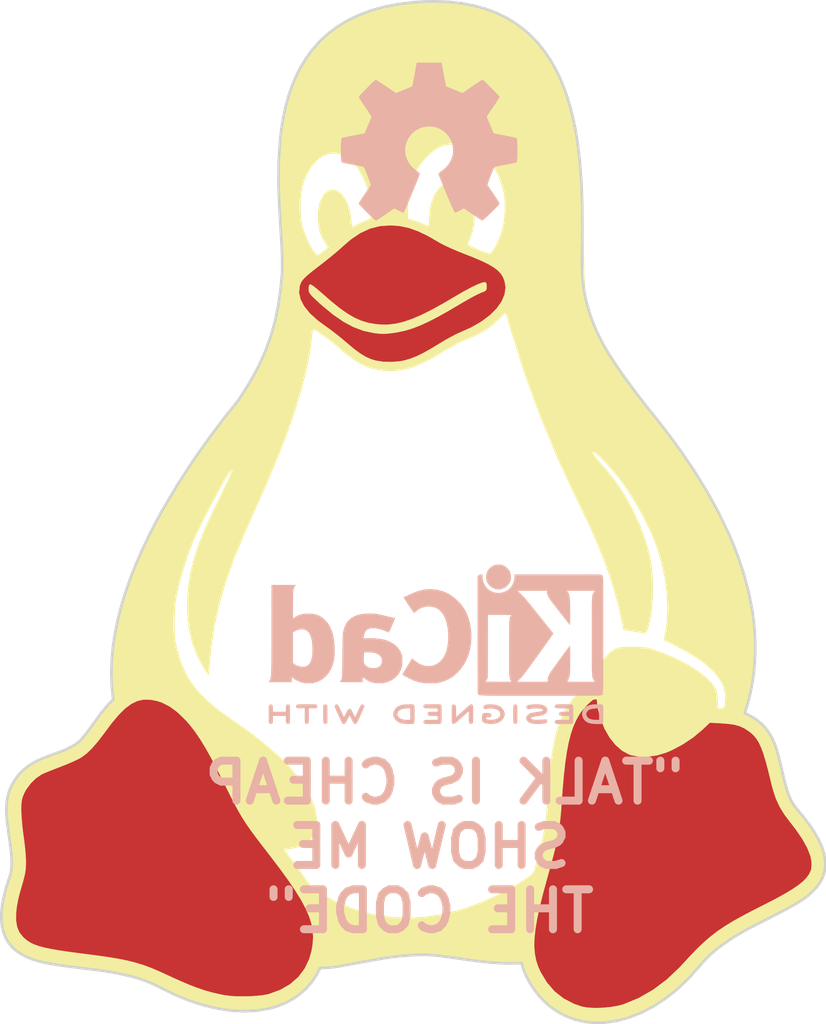
<source format=kicad_pcb>

(kicad_pcb
  (version 20171130)
  (host pcbnew "(5.1.5)-3")
  (general
    (thickness 1.6)
    (drawings 273)
    (tracks 0)
    (zones 0)
    (modules 6)
    (nets 1))
  (page A4)
  (layers
    (0 F.Cu signal hide)
    (31 B.Cu signal hide)
    (32 B.Adhes user)
    (33 F.Adhes user)
    (34 B.Paste user)
    (35 F.Paste user)
    (36 B.SilkS user)
    (37 F.SilkS user hide)
    (38 B.Mask user)
    (39 F.Mask user hide)
    (40 Dwgs.User user)
    (41 Cmts.User user)
    (42 Eco1.User user)
    (43 Eco2.User user)
    (44 Edge.Cuts user)
    (45 Margin user)
    (46 B.CrtYd user)
    (47 F.CrtYd user)
    (48 B.Fab user)
    (49 F.Fab user))
  (setup
    (last_trace_width 0.25)
    (trace_clearance 0.2)
    (zone_clearance 0.508)
    (zone_45_only no)
    (trace_min 0.2)
    (via_size 0.6)
    (via_drill 0.4)
    (via_min_size 0.4)
    (via_min_drill 0.3)
    (uvia_size 0.3)
    (uvia_drill 0.1)
    (uvias_allowed no)
    (uvia_min_size 0.2)
    (uvia_min_drill 0.1)
    (edge_width 0.15)
    (segment_width 0.2)
    (pcb_text_width 0.3)
    (pcb_text_size 1.5 1.5)
    (mod_edge_width 0.15)
    (mod_text_size 1 1)
    (mod_text_width 0.15)
    (pad_size 1.524 1.524)
    (pad_drill 0.762)
    (pad_to_mask_clearance 0.2)
    (aux_axis_origin 0 0)
    (visible_elements 7FFFFFFF)
    (pcbplotparams
      (layerselection 0x010f0_80000001)
      (usegerberextensions false)
      (usegerberattributes false)
      (usegerberadvancedattributes false)
      (creategerberjobfile false)
      (excludeedgelayer true)
      (linewidth 0.1)
      (plotframeref false)
      (viasonmask false)
      (mode 1)
      (useauxorigin false)
      (hpglpennumber 1)
      (hpglpenspeed 20)
      (hpglpendiameter 15.0)
      (psnegative false)
      (psa4output false)
      (plotreference true)
      (plotvalue true)
      (plotinvisibletext false)
      (padsonsilk false)
      (subtractmaskfromsilk false)
      (outputformat 1)
      (mirror false)
      (drillshape 1)
      (scaleselection 1)
      (outputdirectory "gerbers/")))
  (net 0 "")
  (net_class Default "This is the default net class."
    (clearance 0.2)
    (trace_width 0.25)
    (via_dia 0.6)
    (via_drill 0.4)
    (uvia_dia 0.3)
    (uvia_drill 0.1))
  (module Symbol:KiCad-Logo2_5mm_SilkScreen
    (layer B.Cu)
    (tedit 0)
    (tstamp 5E98554E)
    (at 109.728 91.186 180)
    (descr "KiCad Logo")
    (tags "Logo KiCad")
    (attr virtual)
    (fp_text reference REF**
      (at 0 5.08)
      (layer B.SilkS) hide
      (effects
        (font
          (size 1 1)
          (thickness 0.15))
        (justify mirror)))
    (fp_text value KiCad-Logo2_5mm_SilkScreen
      (at 0 -5.08)
      (layer B.Fab) hide
      (effects
        (font
          (size 1 1)
          (thickness 0.15))
        (justify mirror)))
    (fp_poly
      (pts
        (xy 6.228823 -2.274533)
        (xy 6.260202 -2.296776)
        (xy 6.287911 -2.324485)
        (xy 6.287911 -2.63392)
        (xy 6.287838 -2.725799)
        (xy 6.287495 -2.79784)
        (xy 6.286692 -2.85278)
        (xy 6.285241 -2.89336)
        (xy 6.282952 -2.922317)
        (xy 6.279636 -2.942391)
        (xy 6.275105 -2.956321)
        (xy 6.269169 -2.966845)
        (xy 6.264514 -2.9731)
        (xy 6.233783 -2.997673)
        (xy 6.198496 -3.000341)
        (xy 6.166245 -2.985271)
        (xy 6.155588 -2.976374)
        (xy 6.148464 -2.964557)
        (xy 6.144167 -2.945526)
        (xy 6.141991 -2.914992)
        (xy 6.141228 -2.868662)
        (xy 6.141155 -2.832871)
        (xy 6.141155 -2.698045)
        (xy 5.644444 -2.698045)
        (xy 5.644444 -2.8207)
        (xy 5.643931 -2.876787)
        (xy 5.641876 -2.915333)
        (xy 5.637508 -2.941361)
        (xy 5.630056 -2.959897)
        (xy 5.621047 -2.9731)
        (xy 5.590144 -2.997604)
        (xy 5.555196 -3.000506)
        (xy 5.521738 -2.983089)
        (xy 5.512604 -2.973959)
        (xy 5.506152 -2.961855)
        (xy 5.501897 -2.943001)
        (xy 5.499352 -2.91362)
        (xy 5.498029 -2.869937)
        (xy 5.497443 -2.808175)
        (xy 5.497375 -2.794)
        (xy 5.496891 -2.677631)
        (xy 5.496641 -2.581727)
        (xy 5.496723 -2.504177)
        (xy 5.497231 -2.442869)
        (xy 5.498262 -2.39569)
        (xy 5.499913 -2.36053)
        (xy 5.502279 -2.335276)
        (xy 5.505457 -2.317817)
        (xy 5.509544 -2.306041)
        (xy 5.514634 -2.297835)
        (xy 5.520266 -2.291645)
        (xy 5.552128 -2.271844)
        (xy 5.585357 -2.274533)
        (xy 5.616735 -2.296776)
        (xy 5.629433 -2.311126)
        (xy 5.637526 -2.326978)
        (xy 5.642042 -2.349554)
        (xy 5.644006 -2.384078)
        (xy 5.644444 -2.435776)
        (xy 5.644444 -2.551289)
        (xy 6.141155 -2.551289)
        (xy 6.141155 -2.432756)
        (xy 6.141662 -2.378148)
        (xy 6.143698 -2.341275)
        (xy 6.148035 -2.317307)
        (xy 6.155447 -2.301415)
        (xy 6.163733 -2.291645)
        (xy 6.195594 -2.271844)
        (xy 6.228823 -2.274533))
      (layer B.SilkS)
      (width 0.01))
    (fp_poly
      (pts
        (xy 4.963065 -2.269163)
        (xy 5.041772 -2.269542)
        (xy 5.102863 -2.270333)
        (xy 5.148817 -2.27167)
        (xy 5.182114 -2.273683)
        (xy 5.205236 -2.276506)
        (xy 5.220662 -2.280269)
        (xy 5.230871 -2.285105)
        (xy 5.235813 -2.288822)
        (xy 5.261457 -2.321358)
        (xy 5.264559 -2.355138)
        (xy 5.248711 -2.385826)
        (xy 5.238348 -2.398089)
        (xy 5.227196 -2.40645)
        (xy 5.211035 -2.411657)
        (xy 5.185642 -2.414457)
        (xy 5.146798 -2.415596)
        (xy 5.09028 -2.415821)
        (xy 5.07918 -2.415822)
        (xy 4.933244 -2.415822)
        (xy 4.933244 -2.686756)
        (xy 4.933148 -2.772154)
        (xy 4.932711 -2.837864)
        (xy 4.931712 -2.886774)
        (xy 4.929928 -2.921773)
        (xy 4.927137 -2.945749)
        (xy 4.923117 -2.961593)
        (xy 4.917645 -2.972191)
        (xy 4.910666 -2.980267)
        (xy 4.877734 -3.000112)
        (xy 4.843354 -2.998548)
        (xy 4.812176 -2.975906)
        (xy 4.809886 -2.9731)
        (xy 4.802429 -2.962492)
        (xy 4.796747 -2.950081)
        (xy 4.792601 -2.93285)
        (xy 4.78975 -2.907784)
        (xy 4.787954 -2.871867)
        (xy 4.786972 -2.822083)
        (xy 4.786564 -2.755417)
        (xy 4.786489 -2.679589)
        (xy 4.786489 -2.415822)
        (xy 4.647127 -2.415822)
        (xy 4.587322 -2.415418)
        (xy 4.545918 -2.41384)
        (xy 4.518748 -2.410547)
        (xy 4.501646 -2.404992)
        (xy 4.490443 -2.396631)
        (xy 4.489083 -2.395178)
        (xy 4.472725 -2.361939)
        (xy 4.474172 -2.324362)
        (xy 4.492978 -2.291645)
        (xy 4.50025 -2.285298)
        (xy 4.509627 -2.280266)
        (xy 4.523609 -2.276396)
        (xy 4.544696 -2.273537)
        (xy 4.575389 -2.271535)
        (xy 4.618189 -2.270239)
        (xy 4.675595 -2.269498)
        (xy 4.75011 -2.269158)
        (xy 4.844233 -2.269068)
        (xy 4.86426 -2.269067)
        (xy 4.963065 -2.269163))
      (layer B.SilkS)
      (width 0.01))
    (fp_poly
      (pts
        (xy 4.188614 -2.275877)
        (xy 4.212327 -2.290647)
        (xy 4.238978 -2.312227)
        (xy 4.238978 -2.633773)
        (xy 4.238893 -2.72783)
        (xy 4.238529 -2.801932)
        (xy 4.237724 -2.858704)
        (xy 4.236313 -2.900768)
        (xy 4.234133 -2.930748)
        (xy 4.231021 -2.951267)
        (xy 4.226814 -2.964949)
        (xy 4.221348 -2.974416)
        (xy 4.217472 -2.979082)
        (xy 4.186034 -2.999575)
        (xy 4.150233 -2.998739)
        (xy 4.118873 -2.981264)
        (xy 4.092222 -2.959684)
        (xy 4.092222 -2.312227)
        (xy 4.118873 -2.290647)
        (xy 4.144594 -2.274949)
        (xy 4.1656 -2.269067)
        (xy 4.188614 -2.275877))
      (layer B.SilkS)
      (width 0.01))
    (fp_poly
      (pts
        (xy 3.744665 -2.271034)
        (xy 3.764255 -2.278035)
        (xy 3.76501 -2.278377)
        (xy 3.791613 -2.298678)
        (xy 3.80627 -2.319561)
        (xy 3.809138 -2.329352)
        (xy 3.808996 -2.342361)
        (xy 3.804961 -2.360895)
        (xy 3.796146 -2.387257)
        (xy 3.781669 -2.423752)
        (xy 3.760645 -2.472687)
        (xy 3.732188 -2.536365)
        (xy 3.695415 -2.617093)
        (xy 3.675175 -2.661216)
        (xy 3.638625 -2.739985)
        (xy 3.604315 -2.812423)
        (xy 3.573552 -2.87588)
        (xy 3.547648 -2.927708)
        (xy 3.52791 -2.965259)
        (xy 3.51565 -2.985884)
        (xy 3.513224 -2.988733)
        (xy 3.482183 -3.001302)
        (xy 3.447121 -2.999619)
        (xy 3.419 -2.984332)
        (xy 3.417854 -2.983089)
        (xy 3.406668 -2.966154)
        (xy 3.387904 -2.93317)
        (xy 3.363875 -2.88838)
        (xy 3.336897 -2.836032)
        (xy 3.327201 -2.816742)
        (xy 3.254014 -2.67015)
        (xy 3.17424 -2.829393)
        (xy 3.145767 -2.884415)
        (xy 3.11935 -2.932132)
        (xy 3.097148 -2.968893)
        (xy 3.081319 -2.991044)
        (xy 3.075954 -2.995741)
        (xy 3.034257 -3.002102)
        (xy 2.999849 -2.988733)
        (xy 2.989728 -2.974446)
        (xy 2.972214 -2.942692)
        (xy 2.948735 -2.896597)
        (xy 2.92072 -2.839285)
        (xy 2.889599 -2.77388)
        (xy 2.856799 -2.703507)
        (xy 2.82375 -2.631291)
        (xy 2.791881 -2.560355)
        (xy 2.762619 -2.493825)
        (xy 2.737395 -2.434826)
        (xy 2.717636 -2.386481)
        (xy 2.704772 -2.351915)
        (xy 2.700231 -2.334253)
        (xy 2.700277 -2.333613)
        (xy 2.711326 -2.311388)
        (xy 2.73341 -2.288753)
        (xy 2.73471 -2.287768)
        (xy 2.761853 -2.272425)
        (xy 2.786958 -2.272574)
        (xy 2.796368 -2.275466)
        (xy 2.807834 -2.281718)
        (xy 2.82001 -2.294014)
        (xy 2.834357 -2.314908)
        (xy 2.852336 -2.346949)
        (xy 2.875407 -2.392688)
        (xy 2.90503 -2.454677)
        (xy 2.931745 -2.511898)
        (xy 2.96248 -2.578226)
        (xy 2.990021 -2.637874)
        (xy 3.012938 -2.687725)
        (xy 3.029798 -2.724664)
        (xy 3.039173 -2.745573)
        (xy 3.04054 -2.748845)
        (xy 3.046689 -2.743497)
        (xy 3.060822 -2.721109)
        (xy 3.081057 -2.684946)
        (xy 3.105515 -2.638277)
        (xy 3.115248 -2.619022)
        (xy 3.148217 -2.554004)
        (xy 3.173643 -2.506654)
        (xy 3.193612 -2.474219)
        (xy 3.21021 -2.453946)
        (xy 3.225524 -2.443082)
        (xy 3.24164 -2.438875)
        (xy 3.252143 -2.4384)
        (xy 3.27067 -2.440042)
        (xy 3.286904 -2.446831)
        (xy 3.303035 -2.461566)
        (xy 3.321251 -2.487044)
        (xy 3.343739 -2.526061)
        (xy 3.372689 -2.581414)
        (xy 3.388662 -2.612903)
        (xy 3.41457 -2.663087)
        (xy 3.437167 -2.704704)
        (xy 3.454458 -2.734242)
        (xy 3.46445 -2.748189)
        (xy 3.465809 -2.74877)
        (xy 3.472261 -2.737793)
        (xy 3.486708 -2.70929)
        (xy 3.507703 -2.666244)
        (xy 3.533797 -2.611638)
        (xy 3.563546 -2.548454)
        (xy 3.57818 -2.517071)
        (xy 3.61625 -2.436078)
        (xy 3.646905 -2.373756)
        (xy 3.671737 -2.328071)
        (xy 3.692337 -2.296989)
        (xy 3.710298 -2.278478)
        (xy 3.72721 -2.270504)
        (xy 3.744665 -2.271034))
      (layer B.SilkS)
      (width 0.01))
    (fp_poly
      (pts
        (xy 1.018309 -2.269275)
        (xy 1.147288 -2.273636)
        (xy 1.256991 -2.286861)
        (xy 1.349226 -2.309741)
        (xy 1.425802 -2.34307)
        (xy 1.488527 -2.387638)
        (xy 1.539212 -2.444236)
        (xy 1.579663 -2.513658)
        (xy 1.580459 -2.515351)
        (xy 1.604601 -2.577483)
        (xy 1.613203 -2.632509)
        (xy 1.606231 -2.687887)
        (xy 1.583654 -2.751073)
        (xy 1.579372 -2.760689)
        (xy 1.550172 -2.816966)
        (xy 1.517356 -2.860451)
        (xy 1.475002 -2.897417)
        (xy 1.41719 -2.934135)
        (xy 1.413831 -2.936052)
        (xy 1.363504 -2.960227)
        (xy 1.306621 -2.978282)
        (xy 1.239527 -2.990839)
        (xy 1.158565 -2.998522)
        (xy 1.060082 -3.001953)
        (xy 1.025286 -3.002251)
        (xy 0.859594 -3.002845)
        (xy 0.836197 -2.9731)
        (xy 0.829257 -2.963319)
        (xy 0.823842 -2.951897)
        (xy 0.819765 -2.936095)
        (xy 0.816837 -2.913175)
        (xy 0.814867 -2.880396)
        (xy 0.814225 -2.856089)
        (xy 0.970844 -2.856089)
        (xy 1.064726 -2.856089)
        (xy 1.119664 -2.854483)
        (xy 1.17606 -2.850255)
        (xy 1.222345 -2.844292)
        (xy 1.225139 -2.84379)
        (xy 1.307348 -2.821736)
        (xy 1.371114 -2.7886)
        (xy 1.418452 -2.742847)
        (xy 1.451382 -2.682939)
        (xy 1.457108 -2.667061)
        (xy 1.462721 -2.642333)
        (xy 1.460291 -2.617902)
        (xy 1.448467 -2.5854)
        (xy 1.44134 -2.569434)
        (xy 1.418 -2.527006)
        (xy 1.38988 -2.49724)
        (xy 1.35894 -2.476511)
        (xy 1.296966 -2.449537)
        (xy 1.217651 -2.429998)
        (xy 1.125253 -2.418746)
        (xy 1.058333 -2.41627)
        (xy 0.970844 -2.415822)
        (xy 0.970844 -2.856089)
        (xy 0.814225 -2.856089)
        (xy 0.813668 -2.835021)
        (xy 0.81305 -2.774311)
        (xy 0.812825 -2.695526)
        (xy 0.8128 -2.63392)
        (xy 0.8128 -2.324485)
        (xy 0.840509 -2.296776)
        (xy 0.852806 -2.285544)
        (xy 0.866103 -2.277853)
        (xy 0.884672 -2.27304)
        (xy 0.912786 -2.270446)
        (xy 0.954717 -2.26941)
        (xy 1.014737 -2.26927)
        (xy 1.018309 -2.269275))
      (layer B.SilkS)
      (width 0.01))
    (fp_poly
      (pts
        (xy 0.230343 -2.26926)
        (xy 0.306701 -2.270174)
        (xy 0.365217 -2.272311)
        (xy 0.408255 -2.276175)
        (xy 0.438183 -2.282267)
        (xy 0.457368 -2.29109)
        (xy 0.468176 -2.303146)
        (xy 0.472973 -2.318939)
        (xy 0.474127 -2.33897)
        (xy 0.474133 -2.341335)
        (xy 0.473131 -2.363992)
        (xy 0.468396 -2.381503)
        (xy 0.457333 -2.394574)
        (xy 0.437348 -2.403913)
        (xy 0.405846 -2.410227)
        (xy 0.360232 -2.414222)
        (xy 0.297913 -2.416606)
        (xy 0.216293 -2.418086)
        (xy 0.191277 -2.418414)
        (xy -0.0508 -2.421467)
        (xy -0.054186 -2.486378)
        (xy -0.057571 -2.551289)
        (xy 0.110576 -2.551289)
        (xy 0.176266 -2.551531)
        (xy 0.223172 -2.552556)
        (xy 0.255083 -2.554811)
        (xy 0.275791 -2.558742)
        (xy 0.289084 -2.564798)
        (xy 0.298755 -2.573424)
        (xy 0.298817 -2.573493)
        (xy 0.316356 -2.607112)
        (xy 0.315722 -2.643448)
        (xy 0.297314 -2.674423)
        (xy 0.293671 -2.677607)
        (xy 0.280741 -2.685812)
        (xy 0.263024 -2.691521)
        (xy 0.23657 -2.695162)
        (xy 0.197432 -2.697167)
        (xy 0.141662 -2.697964)
        (xy 0.105994 -2.698045)
        (xy -0.056445 -2.698045)
        (xy -0.056445 -2.856089)
        (xy 0.190161 -2.856089)
        (xy 0.27158 -2.856231)
        (xy 0.33341 -2.856814)
        (xy 0.378637 -2.858068)
        (xy 0.410248 -2.860227)
        (xy 0.431231 -2.863523)
        (xy 0.444573 -2.868189)
        (xy 0.453261 -2.874457)
        (xy 0.45545 -2.876733)
        (xy 0.471614 -2.90828)
        (xy 0.472797 -2.944168)
        (xy 0.459536 -2.975285)
        (xy 0.449043 -2.985271)
        (xy 0.438129 -2.990769)
        (xy 0.421217 -2.995022)
        (xy 0.395633 -2.99818)
        (xy 0.358701 -3.000392)
        (xy 0.307746 -3.001806)
        (xy 0.240094 -3.002572)
        (xy 0.153069 -3.002838)
        (xy 0.133394 -3.002845)
        (xy 0.044911 -3.002787)
        (xy -0.023773 -3.002467)
        (xy -0.075436 -3.001667)
        (xy -0.112855 -3.000167)
        (xy -0.13881 -2.997749)
        (xy -0.156078 -2.994194)
        (xy -0.167438 -2.989282)
        (xy -0.175668 -2.982795)
        (xy -0.180183 -2.978138)
        (xy -0.186979 -2.969889)
        (xy -0.192288 -2.959669)
        (xy -0.196294 -2.9448)
        (xy -0.199179 -2.922602)
        (xy -0.201126 -2.890393)
        (xy -0.202319 -2.845496)
        (xy -0.202939 -2.785228)
        (xy -0.203171 -2.706911)
        (xy -0.2032 -2.640994)
        (xy -0.203129 -2.548628)
        (xy -0.202792 -2.476117)
        (xy -0.202002 -2.420737)
        (xy -0.200574 -2.379765)
        (xy -0.198321 -2.350478)
        (xy -0.195057 -2.330153)
        (xy -0.190596 -2.316066)
        (xy -0.184752 -2.305495)
        (xy -0.179803 -2.298811)
        (xy -0.156406 -2.269067)
        (xy 0.133774 -2.269067)
        (xy 0.230343 -2.26926))
      (layer B.SilkS)
      (width 0.01))
    (fp_poly
      (pts
        (xy -1.300114 -2.273448)
        (xy -1.276548 -2.287273)
        (xy -1.245735 -2.309881)
        (xy -1.206078 -2.342338)
        (xy -1.15598 -2.385708)
        (xy -1.093843 -2.441058)
        (xy -1.018072 -2.509451)
        (xy -0.931334 -2.588084)
        (xy -0.750711 -2.751878)
        (xy -0.745067 -2.532029)
        (xy -0.743029 -2.456351)
        (xy -0.741063 -2.399994)
        (xy -0.738734 -2.359706)
        (xy -0.735606 -2.332235)
        (xy -0.731245 -2.314329)
        (xy -0.725216 -2.302737)
        (xy -0.717084 -2.294208)
        (xy -0.712772 -2.290623)
        (xy -0.678241 -2.27167)
        (xy -0.645383 -2.274441)
        (xy -0.619318 -2.290633)
        (xy -0.592667 -2.312199)
        (xy -0.589352 -2.627151)
        (xy -0.588435 -2.719779)
        (xy -0.587968 -2.792544)
        (xy -0.588113 -2.848161)
        (xy -0.589032 -2.889342)
        (xy -0.590887 -2.918803)
        (xy -0.593839 -2.939255)
        (xy -0.59805 -2.953413)
        (xy -0.603682 -2.963991)
        (xy -0.609927 -2.972474)
        (xy -0.623439 -2.988207)
        (xy -0.636883 -2.998636)
        (xy -0.652124 -3.002639)
        (xy -0.671026 -2.999094)
        (xy -0.695455 -2.986879)
        (xy -0.727273 -2.964871)
        (xy -0.768348 -2.931949)
        (xy -0.820542 -2.886991)
        (xy -0.885722 -2.828875)
        (xy -0.959556 -2.762099)
        (xy -1.224845 -2.521458)
        (xy -1.230489 -2.740589)
        (xy -1.232531 -2.816128)
        (xy -1.234502 -2.872354)
        (xy -1.236839 -2.912524)
        (xy -1.239981 -2.939896)
        (xy -1.244364 -2.957728)
        (xy -1.250424 -2.969279)
        (xy -1.2586 -2.977807)
        (xy -1.262784 -2.981282)
        (xy -1.299765 -3.000372)
        (xy -1.334708 -2.997493)
        (xy -1.365136 -2.9731)
        (xy -1.372097 -2.963286)
        (xy -1.377523 -2.951826)
        (xy -1.381603 -2.935968)
        (xy -1.384529 -2.912963)
        (xy -1.386492 -2.880062)
        (xy -1.387683 -2.834516)
        (xy -1.388292 -2.773573)
        (xy -1.388511 -2.694486)
        (xy -1.388534 -2.635956)
        (xy -1.38846 -2.544407)
        (xy -1.388113 -2.472687)
        (xy -1.387301 -2.418045)
        (xy -1.385833 -2.377732)
        (xy -1.383519 -2.348998)
        (xy -1.380167 -2.329093)
        (xy -1.375588 -2.315268)
        (xy -1.369589 -2.304772)
        (xy -1.365136 -2.298811)
        (xy -1.35385 -2.284691)
        (xy -1.343301 -2.274029)
        (xy -1.331893 -2.267892)
        (xy -1.31803 -2.267343)
        (xy -1.300114 -2.273448))
      (layer B.SilkS)
      (width 0.01))
    (fp_poly
      (pts
        (xy -1.950081 -2.274599)
        (xy -1.881565 -2.286095)
        (xy -1.828943 -2.303967)
        (xy -1.794708 -2.327499)
        (xy -1.785379 -2.340924)
        (xy -1.775893 -2.372148)
        (xy -1.782277 -2.400395)
        (xy -1.80243 -2.427182)
        (xy -1.833745 -2.439713)
        (xy -1.879183 -2.438696)
        (xy -1.914326 -2.431906)
        (xy -1.992419 -2.418971)
        (xy -2.072226 -2.417742)
        (xy -2.161555 -2.428241)
        (xy -2.186229 -2.43269)
        (xy -2.269291 -2.456108)
        (xy -2.334273 -2.490945)
        (xy -2.380461 -2.536604)
        (xy -2.407145 -2.592494)
        (xy -2.412663 -2.621388)
        (xy -2.409051 -2.680012)
        (xy -2.385729 -2.731879)
        (xy -2.344824 -2.775978)
        (xy -2.288459 -2.811299)
        (xy -2.21876 -2.836829)
        (xy -2.137852 -2.851559)
        (xy -2.04786 -2.854478)
        (xy -1.95091 -2.844575)
        (xy -1.945436 -2.843641)
        (xy -1.906875 -2.836459)
        (xy -1.885494 -2.829521)
        (xy -1.876227 -2.819227)
        (xy -1.874006 -2.801976)
        (xy -1.873956 -2.792841)
        (xy -1.873956 -2.754489)
        (xy -1.942431 -2.754489)
        (xy -2.0029 -2.750347)
        (xy -2.044165 -2.737147)
        (xy -2.068175 -2.71373)
        (xy -2.076877 -2.678936)
        (xy -2.076983 -2.674394)
        (xy -2.071892 -2.644654)
        (xy -2.054433 -2.623419)
        (xy -2.021939 -2.609366)
        (xy -1.971743 -2.601173)
        (xy -1.923123 -2.598161)
        (xy -1.852456 -2.596433)
        (xy -1.801198 -2.59907)
        (xy -1.766239 -2.6088)
        (xy -1.74447 -2.628353)
        (xy -1.73278 -2.660456)
        (xy -1.72806 -2.707838)
        (xy -1.7272 -2.770071)
        (xy -1.728609 -2.839535)
        (xy -1.732848 -2.886786)
        (xy -1.739936 -2.912012)
        (xy -1.741311 -2.913988)
        (xy -1.780228 -2.945508)
        (xy -1.837286 -2.97047)
        (xy -1.908869 -2.98834)
        (xy -1.991358 -2.998586)
        (xy -2.081139 -3.000673)
        (xy -2.174592 -2.994068)
        (xy -2.229556 -2.985956)
        (xy -2.315766 -2.961554)
        (xy -2.395892 -2.921662)
        (xy -2.462977 -2.869887)
        (xy -2.473173 -2.859539)
        (xy -2.506302 -2.816035)
        (xy -2.536194 -2.762118)
        (xy -2.559357 -2.705592)
        (xy -2.572298 -2.654259)
        (xy -2.573858 -2.634544)
        (xy -2.567218 -2.593419)
        (xy -2.549568 -2.542252)
        (xy -2.524297 -2.488394)
        (xy -2.494789 -2.439195)
        (xy -2.468719 -2.406334)
        (xy -2.407765 -2.357452)
        (xy -2.328969 -2.318545)
        (xy -2.235157 -2.290494)
        (xy -2.12915 -2.274179)
        (xy -2.032 -2.270192)
        (xy -1.950081 -2.274599))
      (layer B.SilkS)
      (width 0.01))
    (fp_poly
      (pts
        (xy -2.923822 -2.291645)
        (xy -2.917242 -2.299218)
        (xy -2.912079 -2.308987)
        (xy -2.908164 -2.323571)
        (xy -2.905324 -2.345585)
        (xy -2.903387 -2.377648)
        (xy -2.902183 -2.422375)
        (xy -2.901539 -2.482385)
        (xy -2.901284 -2.560294)
        (xy -2.901245 -2.635956)
        (xy -2.901314 -2.729802)
        (xy -2.901638 -2.803689)
        (xy -2.902386 -2.860232)
        (xy -2.903732 -2.902049)
        (xy -2.905846 -2.931757)
        (xy -2.9089 -2.951973)
        (xy -2.913066 -2.965314)
        (xy -2.918516 -2.974398)
        (xy -2.923822 -2.980267)
        (xy -2.956826 -2.999947)
        (xy -2.991991 -2.998181)
        (xy -3.023455 -2.976717)
        (xy -3.030684 -2.968337)
        (xy -3.036334 -2.958614)
        (xy -3.040599 -2.944861)
        (xy -3.043673 -2.924389)
        (xy -3.045752 -2.894512)
        (xy -3.04703 -2.852541)
        (xy -3.047701 -2.795789)
        (xy -3.047959 -2.721567)
        (xy -3.048 -2.637537)
        (xy -3.048 -2.324485)
        (xy -3.020291 -2.296776)
        (xy -2.986137 -2.273463)
        (xy -2.953006 -2.272623)
        (xy -2.923822 -2.291645))
      (layer B.SilkS)
      (width 0.01))
    (fp_poly
      (pts
        (xy -3.691703 -2.270351)
        (xy -3.616888 -2.275581)
        (xy -3.547306 -2.28375)
        (xy -3.487002 -2.29455)
        (xy -3.44002 -2.307673)
        (xy -3.410406 -2.322813)
        (xy -3.40586 -2.327269)
        (xy -3.390054 -2.36185)
        (xy -3.394847 -2.397351)
        (xy -3.419364 -2.427725)
        (xy -3.420534 -2.428596)
        (xy -3.434954 -2.437954)
        (xy -3.450008 -2.442876)
        (xy -3.471005 -2.443473)
        (xy -3.503257 -2.439861)
        (xy -3.552073 -2.432154)
        (xy -3.556 -2.431505)
        (xy -3.628739 -2.422569)
        (xy -3.707217 -2.418161)
        (xy -3.785927 -2.418119)
        (xy -3.859361 -2.422279)
        (xy -3.922011 -2.430479)
        (xy -3.96837 -2.442557)
        (xy -3.971416 -2.443771)
        (xy -4.005048 -2.462615)
        (xy -4.016864 -2.481685)
        (xy -4.007614 -2.500439)
        (xy -3.978047 -2.518337)
        (xy -3.928911 -2.534837)
        (xy -3.860957 -2.549396)
        (xy -3.815645 -2.556406)
        (xy -3.721456 -2.569889)
        (xy -3.646544 -2.582214)
        (xy -3.587717 -2.594449)
        (xy -3.541785 -2.607661)
        (xy -3.505555 -2.622917)
        (xy -3.475838 -2.641285)
        (xy -3.449442 -2.663831)
        (xy -3.42823 -2.685971)
        (xy -3.403065 -2.716819)
        (xy -3.390681 -2.743345)
        (xy -3.386808 -2.776026)
        (xy -3.386667 -2.787995)
        (xy -3.389576 -2.827712)
        (xy -3.401202 -2.857259)
        (xy -3.421323 -2.883486)
        (xy -3.462216 -2.923576)
        (xy -3.507817 -2.954149)
        (xy -3.561513 -2.976203)
        (xy -3.626692 -2.990735)
        (xy -3.706744 -2.998741)
        (xy -3.805057 -3.001218)
        (xy -3.821289 -3.001177)
        (xy -3.886849 -2.999818)
        (xy -3.951866 -2.99673)
        (xy -4.009252 -2.992356)
        (xy -4.051922 -2.98714)
        (xy -4.055372 -2.986541)
        (xy -4.097796 -2.976491)
        (xy -4.13378 -2.963796)
        (xy -4.15415 -2.95219)
        (xy -4.173107 -2.921572)
        (xy -4.174427 -2.885918)
        (xy -4.158085 -2.854144)
        (xy -4.154429 -2.850551)
        (xy -4.139315 -2.839876)
        (xy -4.120415 -2.835276)
        (xy -4.091162 -2.836059)
        (xy -4.055651 -2.840127)
        (xy -4.01597 -2.843762)
        (xy -3.960345 -2.846828)
        (xy -3.895406 -2.849053)
        (xy -3.827785 -2.850164)
        (xy -3.81 -2.850237)
        (xy -3.742128 -2.849964)
        (xy -3.692454 -2.848646)
        (xy -3.65661 -2.845827)
        (xy -3.630224 -2.84105)
        (xy -3.608926 -2.833857)
        (xy -3.596126 -2.827867)
        (xy -3.568 -2.811233)
        (xy -3.550068 -2.796168)
        (xy -3.547447 -2.791897)
        (xy -3.552976 -2.774263)
        (xy -3.57926 -2.757192)
        (xy -3.624478 -2.741458)
        (xy -3.686808 -2.727838)
        (xy -3.705171 -2.724804)
        (xy -3.80109 -2.709738)
        (xy -3.877641 -2.697146)
        (xy -3.93778 -2.686111)
        (xy -3.98446 -2.67572)
        (xy -4.020637 -2.665056)
        (xy -4.049265 -2.653205)
        (xy -4.073298 -2.639251)
        (xy -4.095692 -2.622281)
        (xy -4.119402 -2.601378)
        (xy -4.12738 -2.594049)
        (xy -4.155353 -2.566699)
        (xy -4.17016 -2.545029)
        (xy -4.175952 -2.520232)
        (xy -4.176889 -2.488983)
        (xy -4.166575 -2.427705)
        (xy -4.135752 -2.37564)
        (xy -4.084595 -2.332958)
        (xy -4.013283 -2.299825)
        (xy -3.9624 -2.284964)
        (xy -3.9071 -2.275366)
        (xy -3.840853 -2.269936)
        (xy -3.767706 -2.268367)
        (xy -3.691703 -2.270351))
      (layer B.SilkS)
      (width 0.01))
    (fp_poly
      (pts
        (xy -4.712794 -2.269146)
        (xy -4.643386 -2.269518)
        (xy -4.590997 -2.270385)
        (xy -4.552847 -2.271946)
        (xy -4.526159 -2.274403)
        (xy -4.508153 -2.277957)
        (xy -4.496049 -2.28281)
        (xy -4.487069 -2.289161)
        (xy -4.483818 -2.292084)
        (xy -4.464043 -2.323142)
        (xy -4.460482 -2.358828)
        (xy -4.473491 -2.39051)
        (xy -4.479506 -2.396913)
        (xy -4.489235 -2.403121)
        (xy -4.504901 -2.40791)
        (xy -4.529408 -2.411514)
        (xy -4.565661 -2.414164)
        (xy -4.616565 -2.416095)
        (xy -4.685026 -2.417539)
        (xy -4.747617 -2.418418)
        (xy -4.995334 -2.421467)
        (xy -4.998719 -2.486378)
        (xy -5.002105 -2.551289)
        (xy -4.833958 -2.551289)
        (xy -4.760959 -2.551919)
        (xy -4.707517 -2.554553)
        (xy -4.670628 -2.560309)
        (xy -4.647288 -2.570304)
        (xy -4.634494 -2.585656)
        (xy -4.629242 -2.607482)
        (xy -4.628445 -2.627738)
        (xy -4.630923 -2.652592)
        (xy -4.640277 -2.670906)
        (xy -4.659383 -2.683637)
        (xy -4.691118 -2.691741)
        (xy -4.738359 -2.696176)
        (xy -4.803983 -2.697899)
        (xy -4.839801 -2.698045)
        (xy -5.000978 -2.698045)
        (xy -5.000978 -2.856089)
        (xy -4.752622 -2.856089)
        (xy -4.671213 -2.856202)
        (xy -4.609342 -2.856712)
        (xy -4.563968 -2.85787)
        (xy -4.532054 -2.85993)
        (xy -4.510559 -2.863146)
        (xy -4.496443 -2.867772)
        (xy -4.486668 -2.874059)
        (xy -4.481689 -2.878667)
        (xy -4.46461 -2.90556)
        (xy -4.459111 -2.929467)
        (xy -4.466963 -2.958667)
        (xy -4.481689 -2.980267)
        (xy -4.489546 -2.987066)
        (xy -4.499688 -2.992346)
        (xy -4.514844 -2.996298)
        (xy -4.537741 -2.999113)
        (xy -4.571109 -3.000982)
        (xy -4.617675 -3.002098)
        (xy -4.680167 -3.002651)
        (xy -4.761314 -3.002833)
        (xy -4.803422 -3.002845)
        (xy -4.893598 -3.002765)
        (xy -4.963924 -3.002398)
        (xy -5.017129 -3.001552)
        (xy -5.05594 -3.000036)
        (xy -5.083087 -2.997659)
        (xy -5.101298 -2.994229)
        (xy -5.1133 -2.989554)
        (xy -5.121822 -2.983444)
        (xy -5.125156 -2.980267)
        (xy -5.131755 -2.97267)
        (xy -5.136927 -2.96287)
        (xy -5.140846 -2.948239)
        (xy -5.143684 -2.926152)
        (xy -5.145615 -2.893982)
        (xy -5.146812 -2.849103)
        (xy -5.147448 -2.788889)
        (xy -5.147697 -2.710713)
        (xy -5.147734 -2.637923)
        (xy -5.1477 -2.544707)
        (xy -5.147465 -2.471431)
        (xy -5.14683 -2.415458)
        (xy -5.145594 -2.374151)
        (xy -5.143556 -2.344872)
        (xy -5.140517 -2.324984)
        (xy -5.136277 -2.31185)
        (xy -5.130635 -2.302832)
        (xy -5.123391 -2.295293)
        (xy -5.121606 -2.293612)
        (xy -5.112945 -2.286172)
        (xy -5.102882 -2.280409)
        (xy -5.088625 -2.276112)
        (xy -5.067383 -2.273064)
        (xy -5.036364 -2.271051)
        (xy -4.992777 -2.26986)
        (xy -4.933831 -2.269275)
        (xy -4.856734 -2.269083)
        (xy -4.802001 -2.269067)
        (xy -4.712794 -2.269146))
      (layer B.SilkS)
      (width 0.01))
    (fp_poly
      (pts
        (xy -6.121371 -2.269066)
        (xy -6.081889 -2.269467)
        (xy -5.9662 -2.272259)
        (xy -5.869311 -2.28055)
        (xy -5.787919 -2.295232)
        (xy -5.718723 -2.317193)
        (xy -5.65842 -2.347322)
        (xy -5.603708 -2.38651)
        (xy -5.584167 -2.403532)
        (xy -5.55175 -2.443363)
        (xy -5.52252 -2.497413)
        (xy -5.499991 -2.557323)
        (xy -5.487679 -2.614739)
        (xy -5.4864 -2.635956)
        (xy -5.494417 -2.694769)
        (xy -5.515899 -2.759013)
        (xy -5.546999 -2.819821)
        (xy -5.583866 -2.86833)
        (xy -5.589854 -2.874182)
        (xy -5.640579 -2.915321)
        (xy -5.696125 -2.947435)
        (xy -5.759696 -2.971365)
        (xy -5.834494 -2.987953)
        (xy -5.923722 -2.998041)
        (xy -6.030582 -3.002469)
        (xy -6.079528 -3.002845)
        (xy -6.141762 -3.002545)
        (xy -6.185528 -3.001292)
        (xy -6.214931 -2.998554)
        (xy -6.234079 -2.993801)
        (xy -6.247077 -2.986501)
        (xy -6.254045 -2.980267)
        (xy -6.260626 -2.972694)
        (xy -6.265788 -2.962924)
        (xy -6.269703 -2.94834)
        (xy -6.272543 -2.926326)
        (xy -6.27448 -2.894264)
        (xy -6.275684 -2.849536)
        (xy -6.276328 -2.789526)
        (xy -6.276583 -2.711617)
        (xy -6.276622 -2.635956)
        (xy -6.27687 -2.535041)
        (xy -6.276817 -2.454427)
        (xy -6.275857 -2.415822)
        (xy -6.129867 -2.415822)
        (xy -6.129867 -2.856089)
        (xy -6.036734 -2.856004)
        (xy -5.980693 -2.854396)
        (xy -5.921999 -2.850256)
        (xy -5.873028 -2.844464)
        (xy -5.871538 -2.844226)
        (xy -5.792392 -2.82509)
        (xy -5.731002 -2.795287)
        (xy -5.684305 -2.752878)
        (xy -5.654635 -2.706961)
        (xy -5.636353 -2.656026)
        (xy -5.637771 -2.6082)
        (xy -5.658988 -2.556933)
        (xy -5.700489 -2.503899)
        (xy -5.757998 -2.4646)
        (xy -5.83275 -2.438331)
        (xy -5.882708 -2.429035)
        (xy -5.939416 -2.422507)
        (xy -5.999519 -2.417782)
        (xy -6.050639 -2.415817)
        (xy -6.053667 -2.415808)
        (xy -6.129867 -2.415822)
        (xy -6.275857 -2.415822)
        (xy -6.27526 -2.391851)
        (xy -6.270998 -2.345055)
        (xy -6.26283 -2.311778)
        (xy -6.249556 -2.289759)
        (xy -6.229974 -2.276739)
        (xy -6.202883 -2.270457)
        (xy -6.167082 -2.268653)
        (xy -6.121371 -2.269066))
      (layer B.SilkS)
      (width 0.01))
    (fp_poly
      (pts
        (xy -2.273043 2.973429)
        (xy -2.176768 2.949191)
        (xy -2.090184 2.906359)
        (xy -2.015373 2.846581)
        (xy -1.954418 2.771506)
        (xy -1.909399 2.68278)
        (xy -1.883136 2.58647)
        (xy -1.877286 2.489205)
        (xy -1.89214 2.395346)
        (xy -1.92584 2.307489)
        (xy -1.976528 2.22823)
        (xy -2.042345 2.160164)
        (xy -2.121434 2.105888)
        (xy -2.211934 2.067998)
        (xy -2.2632 2.055574)
        (xy -2.307698 2.048053)
        (xy -2.341999 2.045081)
        (xy -2.37496 2.046906)
        (xy -2.415434 2.053775)
        (xy -2.448531 2.06075)
        (xy -2.541947 2.092259)
        (xy -2.625619 2.143383)
        (xy -2.697665 2.212571)
        (xy -2.7562 2.298272)
        (xy -2.770148 2.325511)
        (xy -2.786586 2.361878)
        (xy -2.796894 2.392418)
        (xy -2.80246 2.42455)
        (xy -2.804669 2.465693)
        (xy -2.804948 2.511778)
        (xy -2.800861 2.596135)
        (xy -2.787446 2.665414)
        (xy -2.762256 2.726039)
        (xy -2.722846 2.784433)
        (xy -2.684298 2.828698)
        (xy -2.612406 2.894516)
        (xy -2.537313 2.939947)
        (xy -2.454562 2.96715)
        (xy -2.376928 2.977424)
        (xy -2.273043 2.973429))
      (layer B.SilkS)
      (width 0.01))
    (fp_poly
      (pts
        (xy 6.186507 0.527755)
        (xy 6.186526 0.293338)
        (xy 6.186552 0.080397)
        (xy 6.186625 -0.112168)
        (xy 6.186782 -0.285459)
        (xy 6.187064 -0.440576)
        (xy 6.187509 -0.57862)
        (xy 6.188156 -0.700692)
        (xy 6.189045 -0.807894)
        (xy 6.190213 -0.901326)
        (xy 6.191701 -0.98209)
        (xy 6.193546 -1.051286)
        (xy 6.195789 -1.110015)
        (xy 6.198469 -1.159379)
        (xy 6.201623 -1.200478)
        (xy 6.205292 -1.234413)
        (xy 6.209513 -1.262286)
        (xy 6.214327 -1.285198)
        (xy 6.219773 -1.304249)
        (xy 6.225888 -1.32054)
        (xy 6.232712 -1.335173)
        (xy 6.240285 -1.349249)
        (xy 6.248645 -1.363868)
        (xy 6.253839 -1.372974)
        (xy 6.288104 -1.433689)
        (xy 5.429955 -1.433689)
        (xy 5.429955 -1.337733)
        (xy 5.429224 -1.29437)
        (xy 5.427272 -1.261205)
        (xy 5.424463 -1.243424)
        (xy 5.423221 -1.241778)
        (xy 5.411799 -1.248662)
        (xy 5.389084 -1.266505)
        (xy 5.366385 -1.285879)
        (xy 5.3118 -1.326614)
        (xy 5.242321 -1.367617)
        (xy 5.16527 -1.405123)
        (xy 5.087965 -1.435364)
        (xy 5.057113 -1.445012)
        (xy 4.988616 -1.459578)
        (xy 4.905764 -1.469539)
        (xy 4.816371 -1.474583)
        (xy 4.728248 -1.474396)
        (xy 4.649207 -1.468666)
        (xy 4.611511 -1.462858)
        (xy 4.473414 -1.424797)
        (xy 4.346113 -1.367073)
        (xy 4.230292 -1.290211)
        (xy 4.126637 -1.194739)
        (xy 4.035833 -1.081179)
        (xy 3.969031 -0.970381)
        (xy 3.914164 -0.853625)
        (xy 3.872163 -0.734276)
        (xy 3.842167 -0.608283)
        (xy 3.823311 -0.471594)
        (xy 3.814732 -0.320158)
        (xy 3.814006 -0.242711)
        (xy 3.8161 -0.185934)
        (xy 4.645217 -0.185934)
        (xy 4.645424 -0.279002)
        (xy 4.648337 -0.366692)
        (xy 4.654 -0.443772)
        (xy 4.662455 -0.505009)
        (xy 4.665038 -0.51735)
        (xy 4.69684 -0.624633)
        (xy 4.738498 -0.711658)
        (xy 4.790363 -0.778642)
        (xy 4.852781 -0.825805)
        (xy 4.9261 -0.853365)
        (xy 5.010669 -0.861541)
        (xy 5.106835 -0.850551)
        (xy 5.170311 -0.834829)
        (xy 5.219454 -0.816639)
        (xy 5.273583 -0.790791)
        (xy 5.314244 -0.767089)
        (xy 5.3848 -0.720721)
        (xy 5.3848 0.42947)
        (xy 5.317392 0.473038)
        (xy 5.238867 0.51396)
        (xy 5.154681 0.540611)
        (xy 5.069557 0.552535)
        (xy 4.988216 0.549278)
        (xy 4.91538 0.530385)
        (xy 4.883426 0.514816)
        (xy 4.825501 0.471819)
        (xy 4.776544 0.415047)
        (xy 4.73539 0.342425)
        (xy 4.700874 0.251879)
        (xy 4.671833 0.141334)
        (xy 4.670552 0.135467)
        (xy 4.660381 0.073212)
        (xy 4.652739 -0.004594)
        (xy 4.64767 -0.09272)
        (xy 4.645217 -0.185934)
        (xy 3.8161 -0.185934)
        (xy 3.821857 -0.029895)
        (xy 3.843802 0.165941)
        (xy 3.879786 0.344668)
        (xy 3.929759 0.506155)
        (xy 3.993668 0.650274)
        (xy 4.071462 0.776894)
        (xy 4.163089 0.885885)
        (xy 4.268497 0.977117)
        (xy 4.313662 1.008068)
        (xy 4.414611 1.064215)
        (xy 4.517901 1.103826)
        (xy 4.627989 1.127986)
        (xy 4.74933 1.137781)
        (xy 4.841836 1.136735)
        (xy 4.97149 1.125769)
        (xy 5.084084 1.103954)
        (xy 5.182875 1.070286)
        (xy 5.271121 1.023764)
        (xy 5.319986 0.989552)
        (xy 5.349353 0.967638)
        (xy 5.371043 0.952667)
        (xy 5.379253 0.948267)
        (xy 5.380868 0.959096)
        (xy 5.382159 0.989749)
        (xy 5.383138 1.037474)
        (xy 5.383817 1.099521)
        (xy 5.38421 1.173138)
        (xy 5.38433 1.255573)
        (xy 5.384188 1.344075)
        (xy 5.383797 1.435893)
        (xy 5.383171 1.528276)
        (xy 5.38232 1.618472)
        (xy 5.38126 1.703729)
        (xy 5.380001 1.781297)
        (xy 5.378556 1.848424)
        (xy 5.376938 1.902359)
        (xy 5.375161 1.94035)
        (xy 5.374669 1.947333)
        (xy 5.367092 2.017749)
        (xy 5.355531 2.072898)
        (xy 5.337792 2.120019)
        (xy 5.311682 2.166353)
        (xy 5.305415 2.175933)
        (xy 5.280983 2.212622)
        (xy 6.186311 2.212622)
        (xy 6.186507 0.527755))
      (layer B.SilkS)
      (width 0.01))
    (fp_poly
      (pts
        (xy 2.673574 1.133448)
        (xy 2.825492 1.113433)
        (xy 2.960756 1.079798)
        (xy 3.080239 1.032275)
        (xy 3.184815 0.970595)
        (xy 3.262424 0.907035)
        (xy 3.331265 0.832901)
        (xy 3.385006 0.753129)
        (xy 3.42791 0.660909)
        (xy 3.443384 0.617839)
        (xy 3.456244 0.578858)
        (xy 3.467446 0.542711)
        (xy 3.47712 0.507566)
        (xy 3.485396 0.47159)
        (xy 3.492403 0.43295)
        (xy 3.498272 0.389815)
        (xy 3.503131 0.340351)
        (xy 3.50711 0.282727)
        (xy 3.51034 0.215109)
        (xy 3.512949 0.135666)
        (xy 3.515067 0.042564)
        (xy 3.516824 -0.066027)
        (xy 3.518349 -0.191942)
        (xy 3.519772 -0.337012)
        (xy 3.521025 -0.479778)
        (xy 3.522351 -0.635968)
        (xy 3.523556 -0.771239)
        (xy 3.524766 -0.887246)
        (xy 3.526106 -0.985645)
        (xy 3.5277 -1.068093)
        (xy 3.529675 -1.136246)
        (xy 3.532156 -1.19176)
        (xy 3.535269 -1.236292)
        (xy 3.539138 -1.271498)
        (xy 3.543889 -1.299034)
        (xy 3.549648 -1.320556)
        (xy 3.556539 -1.337722)
        (xy 3.564689 -1.352186)
        (xy 3.574223 -1.365606)
        (xy 3.585266 -1.379638)
        (xy 3.589566 -1.385071)
        (xy 3.605386 -1.40791)
        (xy 3.612422 -1.423463)
        (xy 3.612444 -1.423922)
        (xy 3.601567 -1.426121)
        (xy 3.570582 -1.428147)
        (xy 3.521957 -1.429942)
        (xy 3.458163 -1.431451)
        (xy 3.381669 -1.432616)
        (xy 3.294944 -1.43338)
        (xy 3.200457 -1.433686)
        (xy 3.18955 -1.433689)
        (xy 2.766657 -1.433689)
        (xy 2.763395 -1.337622)
        (xy 2.760133 -1.241556)
        (xy 2.698044 -1.292543)
        (xy 2.600714 -1.360057)
        (xy 2.490813 -1.414749)
        (xy 2.404349 -1.444978)
        (xy 2.335278 -1.459666)
        (xy 2.251925 -1.469659)
        (xy 2.162159 -1.474646)
        (xy 2.073845 -1.474313)
        (xy 1.994851 -1.468351)
        (xy 1.958622 -1.462638)
        (xy 1.818603 -1.424776)
        (xy 1.692178 -1.369932)
        (xy 1.58026 -1.298924)
        (xy 1.483762 -1.212568)
        (xy 1.4036 -1.111679)
        (xy 1.340687 -0.997076)
        (xy 1.296312 -0.870984)
        (xy 1.283978 -0.814401)
        (xy 1.276368 -0.752202)
        (xy 1.272739 -0.677363)
        (xy 1.272245 -0.643467)
        (xy 1.27231 -0.640282)
        (xy 2.032248 -0.640282)
        (xy 2.041541 -0.715333)
        (xy 2.069728 -0.77916)
        (xy 2.118197 -0.834798)
        (xy 2.123254 -0.839211)
        (xy 2.171548 -0.874037)
        (xy 2.223257 -0.89662)
        (xy 2.283989 -0.90854)
        (xy 2.359352 -0.911383)
        (xy 2.377459 -0.910978)
        (xy 2.431278 -0.908325)
        (xy 2.471308 -0.902909)
        (xy 2.506324 -0.892745)
        (xy 2.545103 -0.87585)
        (xy 2.555745 -0.870672)
        (xy 2.616396 -0.834844)
        (xy 2.663215 -0.792212)
        (xy 2.675952 -0.776973)
        (xy 2.720622 -0.720462)
        (xy 2.720622 -0.524586)
        (xy 2.720086 -0.445939)
        (xy 2.718396 -0.387988)
        (xy 2.715428 -0.348875)
        (xy 2.711057 -0.326741)
        (xy 2.706972 -0.320274)
        (xy 2.691047 -0.317111)
        (xy 2.657264 -0.314488)
        (xy 2.61034 -0.312655)
        (xy 2.554993 -0.311857)
        (xy 2.546106 -0.311842)
        (xy 2.42533 -0.317096)
        (xy 2.32266 -0.333263)
        (xy 2.236106 -0.360961)
        (xy 2.163681 -0.400808)
        (xy 2.108751 -0.447758)
        (xy 2.064204 -0.505645)
        (xy 2.03948 -0.568693)
        (xy 2.032248 -0.640282)
        (xy 1.27231 -0.640282)
        (xy 1.274178 -0.549712)
        (xy 1.282522 -0.470812)
        (xy 1.298768 -0.39959)
        (xy 1.324405 -0.328864)
        (xy 1.348401 -0.276493)
        (xy 1.40702 -0.181196)
        (xy 1.485117 -0.09317)
        (xy 1.580315 -0.014017)
        (xy 1.690238 0.05466)
        (xy 1.81251 0.111259)
        (xy 1.944755 0.154179)
        (xy 2.009422 0.169118)
        (xy 2.145604 0.191223)
        (xy 2.294049 0.205806)
        (xy 2.445505 0.212187)
        (xy 2.572064 0.210555)
        (xy 2.73395 0.203776)
        (xy 2.72653 0.262755)
        (xy 2.707238 0.361908)
        (xy 2.676104 0.442628)
        (xy 2.632269 0.505534)
        (xy 2.574871 0.551244)
        (xy 2.503048 0.580378)
        (xy 2.415941 0.593553)
        (xy 2.312686 0.591389)
        (xy 2.274711 0.587388)
        (xy 2.13352 0.56222)
        (xy 1.996707 0.521186)
        (xy 1.902178 0.483185)
        (xy 1.857018 0.46381)
        (xy 1.818585 0.44824)
        (xy 1.792234 0.438595)
        (xy 1.784546 0.436548)
        (xy 1.774802 0.445626)
        (xy 1.758083 0.474595)
        (xy 1.734232 0.523783)
        (xy 1.703093 0.593516)
        (xy 1.664507 0.684121)
        (xy 1.65791 0.699911)
        (xy 1.627853 0.772228)
        (xy 1.600874 0.837575)
        (xy 1.578136 0.893094)
        (xy 1.560806 0.935928)
        (xy 1.550048 0.963219)
        (xy 1.546941 0.972058)
        (xy 1.55694 0.976813)
        (xy 1.583217 0.98209)
        (xy 1.611489 0.985769)
        (xy 1.641646 0.990526)
        (xy 1.689433 0.999972)
        (xy 1.750612 1.01318)
        (xy 1.820946 1.029224)
        (xy 1.896194 1.04718)
        (xy 1.924755 1.054203)
        (xy 2.029816 1.079791)
        (xy 2.11748 1.099853)
        (xy 2.192068 1.115031)
        (xy 2.257903 1.125965)
        (xy 2.319307 1.133296)
        (xy 2.380602 1.137665)
        (xy 2.44611 1.139713)
        (xy 2.504128 1.140111)
        (xy 2.673574 1.133448))
      (layer B.SilkS)
      (width 0.01))
    (fp_poly
      (pts
        (xy 0.328429 2.050929)
        (xy 0.48857 2.029755)
        (xy 0.65251 1.989615)
        (xy 0.822313 1.930111)
        (xy 1.000043 1.850846)
        (xy 1.01131 1.845301)
        (xy 1.069005 1.817275)
        (xy 1.120552 1.793198)
        (xy 1.162191 1.774751)
        (xy 1.190162 1.763614)
        (xy 1.199733 1.761067)
        (xy 1.21895 1.756059)
        (xy 1.223561 1.751853)
        (xy 1.218458 1.74142)
        (xy 1.202418 1.715132)
        (xy 1.177288 1.675743)
        (xy 1.144914 1.626009)
        (xy 1.107143 1.568685)
        (xy 1.065822 1.506524)
        (xy 1.022798 1.442282)
        (xy 0.979917 1.378715)
        (xy 0.939026 1.318575)
        (xy 0.901971 1.26462)
        (xy 0.8706 1.219603)
        (xy 0.846759 1.186279)
        (xy 0.832294 1.167403)
        (xy 0.830309 1.165213)
        (xy 0.820191 1.169862)
        (xy 0.79785 1.187038)
        (xy 0.76728 1.21356)
        (xy 0.751536 1.228036)
        (xy 0.655047 1.303318)
        (xy 0.548336 1.358759)
        (xy 0.432832 1.393859)
        (xy 0.309962 1.40812)
        (xy 0.240561 1.406949)
        (xy 0.119423 1.389788)
        (xy 0.010205 1.353906)
        (xy -0.087418 1.299041)
        (xy -0.173772 1.22493)
        (xy -0.249185 1.131312)
        (xy -0.313982 1.017924)
        (xy -0.351399 0.931333)
        (xy -0.395252 0.795634)
        (xy -0.427572 0.64815)
        (xy -0.448443 0.492686)
        (xy -0.457949 0.333044)
        (xy -0.456173 0.173027)
        (xy -0.443197 0.016439)
        (xy -0.419106 -0.132918)
        (xy -0.383982 -0.27124)
        (xy -0.337908 -0.394724)
        (xy -0.321627 -0.428978)
        (xy -0.25338 -0.543064)
        (xy -0.172921 -0.639557)
        (xy -0.08143 -0.71767)
        (xy 0.019911 -0.776617)
        (xy 0.12992 -0.815612)
        (xy 0.247415 -0.833868)
        (xy 0.288883 -0.835211)
        (xy 0.410441 -0.82429)
        (xy 0.530878 -0.791474)
        (xy 0.648666 -0.737439)
        (xy 0.762277 -0.662865)
        (xy 0.853685 -0.584539)
        (xy 0.900215 -0.540008)
        (xy 1.081483 -0.837271)
        (xy 1.12658 -0.911433)
        (xy 1.167819 -0.979646)
        (xy 1.203735 -1.039459)
        (xy 1.232866 -1.08842)
        (xy 1.25375 -1.124079)
        (xy 1.264924 -1.143984)
        (xy 1.266375 -1.147079)
        (xy 1.258146 -1.156718)
        (xy 1.232567 -1.173999)
        (xy 1.192873 -1.197283)
        (xy 1.142297 -1.224934)
        (xy 1.084074 -1.255315)
        (xy 1.021437 -1.28679)
        (xy 0.957621 -1.317722)
        (xy 0.89586 -1.346473)
        (xy 0.839388 -1.371408)
        (xy 0.791438 -1.390889)
        (xy 0.767986 -1.399318)
        (xy 0.634221 -1.437133)
        (xy 0.496327 -1.462136)
        (xy 0.348622 -1.47514)
        (xy 0.221833 -1.477468)
        (xy 0.153878 -1.476373)
        (xy 0.088277 -1.474275)
        (xy 0.030847 -1.471434)
        (xy -0.012597 -1.468106)
        (xy -0.026702 -1.466422)
        (xy -0.165716 -1.437587)
        (xy -0.307243 -1.392468)
        (xy -0.444725 -1.33375)
        (xy -0.571606 -1.26412)
        (xy -0.649111 -1.211441)
        (xy -0.776519 -1.103239)
        (xy -0.894822 -0.976671)
        (xy -1.001828 -0.834866)
        (xy -1.095348 -0.680951)
        (xy -1.17319 -0.518053)
        (xy -1.217044 -0.400756)
        (xy -1.267292 -0.217128)
        (xy -1.300791 -0.022581)
        (xy -1.317551 0.178675)
        (xy -1.317584 0.382432)
        (xy -1.300899 0.584479)
        (xy -1.267507 0.780608)
        (xy -1.21742 0.966609)
        (xy -1.213603 0.978197)
        (xy -1.150719 1.14025)
        (xy -1.073972 1.288168)
        (xy -0.980758 1.426135)
        (xy -0.868473 1.558339)
        (xy -0.824608 1.603601)
        (xy -0.688466 1.727543)
        (xy -0.548509 1.830085)
        (xy -0.402589 1.912344)
        (xy -0.248558 1.975436)
        (xy -0.084268 2.020477)
        (xy 0.011289 2.037967)
        (xy 0.170023 2.053534)
        (xy 0.328429 2.050929))
      (layer B.SilkS)
      (width 0.01))
    (fp_poly
      (pts
        (xy -2.9464 2.510946)
        (xy -2.935535 2.397007)
        (xy -2.903918 2.289384)
        (xy -2.853015 2.190385)
        (xy -2.784293 2.102316)
        (xy -2.699219 2.027484)
        (xy -2.602232 1.969616)
        (xy -2.495964 1.929995)
        (xy -2.38895 1.911427)
        (xy -2.2833 1.912566)
        (xy -2.181125 1.93207)
        (xy -2.084534 1.968594)
        (xy -1.995638 2.020795)
        (xy -1.916546 2.087327)
        (xy -1.849369 2.166848)
        (xy -1.796217 2.258013)
        (xy -1.759199 2.359477)
        (xy -1.740427 2.469898)
        (xy -1.738489 2.519794)
        (xy -1.738489 2.607733)
        (xy -1.68656 2.607733)
        (xy -1.650253 2.604889)
        (xy -1.623355 2.593089)
        (xy -1.596249 2.569351)
        (xy -1.557867 2.530969)
        (xy -1.557867 0.339398)
        (xy -1.557876 0.077261)
        (xy -1.557908 -0.163241)
        (xy -1.557972 -0.383048)
        (xy -1.558076 -0.583101)
        (xy -1.558227 -0.764344)
        (xy -1.558434 -0.927716)
        (xy -1.558706 -1.07416)
        (xy -1.55905 -1.204617)
        (xy -1.559474 -1.320029)
        (xy -1.559987 -1.421338)
        (xy -1.560597 -1.509484)
        (xy -1.561312 -1.58541)
        (xy -1.56214 -1.650057)
        (xy -1.563089 -1.704367)
        (xy -1.564167 -1.74928)
        (xy -1.565383 -1.78574)
        (xy -1.566745 -1.814687)
        (xy -1.568261 -1.837063)
        (xy -1.569938 -1.853809)
        (xy -1.571786 -1.865868)
        (xy -1.573813 -1.87418)
        (xy -1.576025 -1.879687)
        (xy -1.577108 -1.881537)
        (xy -1.581271 -1.888549)
        (xy -1.584805 -1.894996)
        (xy -1.588635 -1.9009)
        (xy -1.593682 -1.906286)
        (xy -1.600871 -1.911178)
        (xy -1.611123 -1.915598)
        (xy -1.625364 -1.919572)
        (xy -1.644514 -1.923121)
        (xy -1.669499 -1.92627)
        (xy -1.70124 -1.929042)
        (xy -1.740662 -1.931461)
        (xy -1.788686 -1.933551)
        (xy -1.846237 -1.935335)
        (xy -1.914237 -1.936837)
        (xy -1.99361 -1.93808)
        (xy -2.085279 -1.939089)
        (xy -2.190166 -1.939885)
        (xy -2.309196 -1.940494)
        (xy -2.44329 -1.940939)
        (xy -2.593373 -1.941243)
        (xy -2.760367 -1.94143)
        (xy -2.945196 -1.941524)
        (xy -3.148783 -1.941548)
        (xy -3.37205 -1.941525)
        (xy -3.615922 -1.94148)
        (xy -3.881321 -1.941437)
        (xy -3.919704 -1.941432)
        (xy -4.186682 -1.941389)
        (xy -4.432002 -1.941318)
        (xy -4.656583 -1.941213)
        (xy -4.861345 -1.941066)
        (xy -5.047206 -1.940869)
        (xy -5.215088 -1.940616)
        (xy -5.365908 -1.9403)
        (xy -5.500587 -1.939913)
        (xy -5.620044 -1.939447)
        (xy -5.725199 -1.938897)
        (xy -5.816971 -1.938253)
        (xy -5.896279 -1.937511)
        (xy -5.964043 -1.936661)
        (xy -6.021182 -1.935697)
        (xy -6.068617 -1.934611)
        (xy -6.107266 -1.933397)
        (xy -6.138049 -1.932047)
        (xy -6.161885 -1.930555)
        (xy -6.179694 -1.928911)
        (xy -6.192395 -1.927111)
        (xy -6.200908 -1.925145)
        (xy -6.205266 -1.923477)
        (xy -6.213728 -1.919906)
        (xy -6.221497 -1.91727)
        (xy -6.228602 -1.914634)
        (xy -6.235073 -1.911062)
        (xy -6.240939 -1.905621)
        (xy -6.246229 -1.897375)
        (xy -6.250974 -1.88539)
        (xy -6.255202 -1.868731)
        (xy -6.258943 -1.846463)
        (xy -6.262227 -1.817652)
        (xy -6.265083 -1.781363)
        (xy -6.26754 -1.736661)
        (xy -6.269629 -1.682611)
        (xy -6.271378 -1.618279)
        (xy -6.272817 -1.54273)
        (xy -6.273976 -1.45503)
        (xy -6.274883 -1.354243)
        (xy -6.275569 -1.239434)
        (xy -6.276063 -1.10967)
        (xy -6.276395 -0.964015)
        (xy -6.276593 -0.801535)
        (xy -6.276687 -0.621295)
        (xy -6.276708 -0.42236)
        (xy -6.276685 -0.203796)
        (xy -6.276646 0.035332)
        (xy -6.276622 0.29596)
        (xy -6.276622 0.338111)
        (xy -6.276636 0.601008)
        (xy -6.276661 0.842268)
        (xy -6.276671 1.062835)
        (xy -6.276642 1.263648)
        (xy -6.276548 1.445651)
        (xy -6.276362 1.609784)
        (xy -6.276059 1.756989)
        (xy -6.275614 1.888208)
        (xy -6.275034 1.998133)
        (xy -5.972197 1.998133)
        (xy -5.932407 1.940289)
        (xy -5.921236 1.924521)
        (xy -5.911166 1.910559)
        (xy -5.902138 1.897216)
        (xy -5.894097 1.883307)
        (xy -5.886986 1.867644)
        (xy -5.880747 1.849042)
        (xy -5.875325 1.826314)
        (xy -5.870662 1.798273)
        (xy -5.866701 1.763733)
        (xy -5.863385 1.721508)
        (xy -5.860659 1.670411)
        (xy -5.858464 1.609256)
        (xy -5.856745 1.536856)
        (xy -5.855444 1.452025)
        (xy -5.854505 1.353578)
        (xy -5.85387 1.240326)
        (xy -5.853484 1.111084)
        (xy -5.853288 0.964666)
        (xy -5.853227 0.799884)
        (xy -5.853243 0.615553)
        (xy -5.85328 0.410487)
        (xy -5.853289 0.287867)
        (xy -5.853265 0.070918)
        (xy -5.853231 -0.124642)
        (xy -5.853243 -0.299999)
        (xy -5.853358 -0.456341)
        (xy -5.85363 -0.594857)
        (xy -5.854118 -0.716734)
        (xy -5.854876 -0.82316)
        (xy -5.855962 -0.915322)
        (xy -5.857431 -0.994409)
        (xy -5.85934 -1.061608)
        (xy -5.861744 -1.118107)
        (xy -5.864701 -1.165093)
        (xy -5.868266 -1.203755)
        (xy -5.872495 -1.23528)
        (xy -5.877446 -1.260855)
        (xy -5.883173 -1.28167)
        (xy -5.889733 -1.298911)
        (xy -5.897183 -1.313765)
        (xy -5.905579 -1.327422)
        (xy -5.914976 -1.341069)
        (xy -5.925432 -1.355893)
        (xy -5.931523 -1.364783)
        (xy -5.970296 -1.4224)
        (xy -5.438732 -1.4224)
        (xy -5.315483 -1.422365)
        (xy -5.212987 -1.422215)
        (xy -5.12942 -1.421878)
        (xy -5.062956 -1.421286)
        (xy -5.011771 -1.420367)
        (xy -4.974041 -1.419051)
        (xy -4.94794 -1.417269)
        (xy -4.931644 -1.414951)
        (xy -4.923328 -1.412026)
        (xy -4.921168 -1.408424)
        (xy -4.923339 -1.404075)
        (xy -4.924535 -1.402645)
        (xy -4.949685 -1.365573)
        (xy -4.975583 -1.312772)
        (xy -4.999192 -1.25077)
        (xy -5.007461 -1.224357)
        (xy -5.012078 -1.206416)
        (xy -5.015979 -1.185355)
        (xy -5.019248 -1.159089)
        (xy -5.021966 -1.125532)
        (xy -5.024215 -1.082599)
        (xy -5.026077 -1.028204)
        (xy -5.027636 -0.960262)
        (xy -5.028972 -0.876688)
        (xy -5.030169 -0.775395)
        (xy -5.031308 -0.6543)
        (xy -5.031685 -0.6096)
        (xy -5.032702 -0.484449)
        (xy -5.03346 -0.380082)
        (xy -5.033903 -0.294707)
        (xy -5.03397 -0.226533)
        (xy -5.033605 -0.173765)
        (xy -5.032748 -0.134614)
        (xy -5.031341 -0.107285)
        (xy -5.029325 -0.089986)
        (xy -5.026643 -0.080926)
        (xy -5.023236 -0.078312)
        (xy -5.019044 -0.080351)
        (xy -5.014571 -0.084667)
        (xy -5.004216 -0.097602)
        (xy -4.982158 -0.126676)
        (xy -4.949957 -0.169759)
        (xy -4.909174 -0.224718)
        (xy -4.86137 -0.289423)
        (xy -4.808105 -0.361742)
        (xy -4.75094 -0.439544)
        (xy -4.691437 -0.520698)
        (xy -4.631155 -0.603072)
        (xy -4.571655 -0.684536)
        (xy -4.514498 -0.762957)
        (xy -4.461245 -0.836204)
        (xy -4.413457 -0.902147)
        (xy -4.372693 -0.958654)
        (xy -4.340516 -1.003593)
        (xy -4.318485 -1.034834)
        (xy -4.313917 -1.041466)
        (xy -4.290996 -1.078369)
        (xy -4.264188 -1.126359)
        (xy -4.238789 -1.175897)
        (xy -4.235568 -1.182577)
        (xy -4.21389 -1.230772)
        (xy -4.201304 -1.268334)
        (xy -4.195574 -1.30416)
        (xy -4.194456 -1.3462)
        (xy -4.19509 -1.4224)
        (xy -3.040651 -1.4224)
        (xy -3.131815 -1.328669)
        (xy -3.178612 -1.278775)
        (xy -3.228899 -1.222295)
        (xy -3.274944 -1.168026)
        (xy -3.295369 -1.142673)
        (xy -3.325807 -1.103128)
        (xy -3.365862 -1.049916)
        (xy -3.414361 -0.984667)
        (xy -3.470135 -0.909011)
        (xy -3.532011 -0.824577)
        (xy -3.598819 -0.732994)
        (xy -3.669387 -0.635892)
        (xy -3.742545 -0.534901)
        (xy -3.817121 -0.43165)
        (xy -3.891944 -0.327768)
        (xy -3.965843 -0.224885)
        (xy -4.037646 -0.124631)
        (xy -4.106184 -0.028636)
        (xy -4.170284 0.061473)
        (xy -4.228775 0.144064)
        (xy -4.280486 0.217508)
        (xy -4.324247 0.280176)
        (xy -4.358885 0.330439)
        (xy -4.38323 0.366666)
        (xy -4.396111 0.387229)
        (xy -4.397869 0.391332)
        (xy -4.38991 0.402658)
        (xy -4.369115 0.429838)
        (xy -4.336847 0.471171)
        (xy -4.29447 0.524956)
        (xy -4.243347 0.589494)
        (xy -4.184841 0.663082)
        (xy -4.120314 0.744022)
        (xy -4.051131 0.830612)
        (xy -3.978653 0.921152)
        (xy -3.904246 1.01394)
        (xy -3.844517 1.088298)
        (xy -2.833511 1.088298)
        (xy -2.827602 1.075341)
        (xy -2.813272 1.053092)
        (xy -2.812225 1.051609)
        (xy -2.793438 1.021456)
        (xy -2.773791 0.984625)
        (xy -2.769892 0.976489)
        (xy -2.766356 0.96806)
        (xy -2.76323 0.957941)
        (xy -2.760486 0.94474)
        (xy -2.758092 0.927062)
        (xy -2.756019 0.903516)
        (xy -2.754235 0.872707)
        (xy -2.752712 0.833243)
        (xy -2.751419 0.783731)
        (xy -2.750326 0.722777)
        (xy -2.749403 0.648989)
        (xy -2.748619 0.560972)
        (xy -2.747945 0.457335)
        (xy -2.74735 0.336684)
        (xy -2.746805 0.197626)
        (xy -2.746279 0.038768)
        (xy -2.745745 -0.140089)
        (xy -2.745206 -0.325207)
        (xy -2.744772 -0.489145)
        (xy -2.744509 -0.633303)
        (xy -2.744484 -0.759079)
        (xy -2.744765 -0.867871)
        (xy -2.745419 -0.961077)
        (xy -2.746514 -1.040097)
        (xy -2.748118 -1.106328)
        (xy -2.750297 -1.16117)
        (xy -2.753119 -1.206021)
        (xy -2.756651 -1.242278)
        (xy -2.760961 -1.271341)
        (xy -2.766117 -1.294609)
        (xy -2.772185 -1.313479)
        (xy -2.779233 -1.329351)
        (xy -2.787329 -1.343622)
        (xy -2.79654 -1.357691)
        (xy -2.80504 -1.370158)
        (xy -2.822176 -1.396452)
        (xy -2.832322 -1.414037)
        (xy -2.833511 -1.417257)
        (xy -2.822604 -1.418334)
        (xy -2.791411 -1.419335)
        (xy -2.742223 -1.420235)
        (xy -2.677333 -1.42101)
        (xy -2.59903 -1.421637)
        (xy -2.509607 -1.422091)
        (xy -2.411356 -1.422349)
        (xy -2.342445 -1.4224)
        (xy -2.237452 -1.42218)
        (xy -2.14061 -1.421548)
        (xy -2.054107 -1.420549)
        (xy -1.980132 -1.419227)
        (xy -1.920874 -1.417626)
        (xy -1.87852 -1.415791)
        (xy -1.85526 -1.413765)
        (xy -1.851378 -1.412493)
        (xy -1.859076 -1.397591)
        (xy -1.867074 -1.38956)
        (xy -1.880246 -1.372434)
        (xy -1.897485 -1.342183)
        (xy -1.909407 -1.317622)
        (xy -1.936045 -1.258711)
        (xy -1.93912 -0.081845)
        (xy -1.942195 1.095022)
        (xy -2.387853 1.095022)
        (xy -2.48567 1.094858)
        (xy -2.576064 1.094389)
        (xy -2.65663 1.093653)
        (xy -2.724962 1.092684)
        (xy -2.778656 1.09152)
        (xy -2.815305 1.090197)
        (xy -2.832504 1.088751)
        (xy -2.833511 1.088298)
        (xy -3.844517 1.088298)
        (xy -3.82927 1.107278)
        (xy -3.75509 1.199463)
        (xy -3.683069 1.288796)
        (xy -3.614569 1.373576)
        (xy -3.550955 1.452102)
        (xy -3.493588 1.522674)
        (xy -3.443833 1.583591)
        (xy -3.403052 1.633153)
        (xy -3.385888 1.653822)
        (xy -3.299596 1.754484)
        (xy -3.222997 1.837741)
        (xy -3.154183 1.905562)
        (xy -3.091248 1.959911)
        (xy -3.081867 1.967278)
        (xy -3.042356 1.997883)
        (xy -4.174116 1.998133)
        (xy -4.168827 1.950156)
        (xy -4.17213 1.892812)
        (xy -4.193661 1.824537)
        (xy -4.233635 1.744788)
        (xy -4.278943 1.672505)
        (xy -4.295161 1.64986)
        (xy -4.323214 1.612304)
        (xy -4.36143 1.561979)
        (xy -4.408137 1.501027)
        (xy -4.461661 1.431589)
        (xy -4.520331 1.355806)
        (xy -4.582475 1.27582)
        (xy -4.646421 1.193772)
        (xy -4.710495 1.111804)
        (xy -4.773027 1.032057)
        (xy -4.832343 0.956673)
        (xy -4.886771 0.887793)
        (xy -4.934639 0.827558)
        (xy -4.974275 0.778111)
        (xy -5.004006 0.741592)
        (xy -5.022161 0.720142)
        (xy -5.02522 0.716844)
        (xy -5.028079 0.724851)
        (xy -5.030293 0.755145)
        (xy -5.031857 0.807444)
        (xy -5.032767 0.881469)
        (xy -5.03302 0.976937)
        (xy -5.032613 1.093566)
        (xy -5.031704 1.213555)
        (xy -5.030382 1.345667)
        (xy -5.028857 1.457406)
        (xy -5.026881 1.550975)
        (xy -5.024206 1.628581)
        (xy -5.020582 1.692426)
        (xy -5.015761 1.744717)
        (xy -5.009494 1.787656)
        (xy -5.001532 1.823449)
        (xy -4.991627 1.8543)
        (xy -4.979531 1.882414)
        (xy -4.964993 1.909995)
        (xy -4.950311 1.935034)
        (xy -4.912314 1.998133)
        (xy -5.972197 1.998133)
        (xy -6.275034 1.998133)
        (xy -6.275001 2.004383)
        (xy -6.274195 2.106456)
        (xy -6.27317 2.195367)
        (xy -6.2719 2.272059)
        (xy -6.27036 2.337473)
        (xy -6.268524 2.392551)
        (xy -6.266367 2.438235)
        (xy -6.263863 2.475466)
        (xy -6.260987 2.505187)
        (xy -6.257713 2.528338)
        (xy -6.254015 2.545861)
        (xy -6.249869 2.558699)
        (xy -6.245247 2.567792)
        (xy -6.240126 2.574082)
        (xy -6.234478 2.578512)
        (xy -6.228279 2.582022)
        (xy -6.221504 2.585555)
        (xy -6.215508 2.589124)
        (xy -6.210275 2.5917)
        (xy -6.202099 2.594028)
        (xy -6.189886 2.596122)
        (xy -6.172541 2.597993)
        (xy -6.148969 2.599653)
        (xy -6.118077 2.601116)
        (xy -6.078768 2.602392)
        (xy -6.02995 2.603496)
        (xy -5.970527 2.604439)
        (xy -5.899404 2.605233)
        (xy -5.815488 2.605891)
        (xy -5.717683 2.606425)
        (xy -5.604894 2.606847)
        (xy -5.476029 2.607171)
        (xy -5.329991 2.607408)
        (xy -5.165686 2.60757)
        (xy -4.98202 2.60767)
        (xy -4.777897 2.60772)
        (xy -4.566753 2.607733)
        (xy -2.9464 2.607733)
        (xy -2.9464 2.510946))
      (layer B.SilkS)
      (width 0.01)))
  (module Symbol:OSHW-Symbol_6.7x6mm_SilkScreen
    (layer B.Cu)
    (tedit 0)
    (tstamp 5E8FD0AC)
    (at 109.474 72.3392 180)
    (descr "Open Source Hardware Symbol")
    (tags "Logo Symbol OSHW")
    (attr virtual)
    (fp_text reference REF**
      (at 0 0)
      (layer B.SilkS) hide
      (effects
        (font
          (size 1 1)
          (thickness 0.15))
        (justify mirror)))
    (fp_text value OSHW-Symbol_6.7x6mm_SilkScreen
      (at 0.75 0)
      (layer B.Fab) hide
      (effects
        (font
          (size 1 1)
          (thickness 0.15))
        (justify mirror)))
    (fp_poly
      (pts
        (xy 0.555814 2.531069)
        (xy 0.639635 2.086445)
        (xy 0.94892 1.958947)
        (xy 1.258206 1.831449)
        (xy 1.629246 2.083754)
        (xy 1.733157 2.154004)
        (xy 1.827087 2.216728)
        (xy 1.906652 2.269062)
        (xy 1.96747 2.308143)
        (xy 2.005157 2.331107)
        (xy 2.015421 2.336058)
        (xy 2.03391 2.323324)
        (xy 2.07342 2.288118)
        (xy 2.129522 2.234938)
        (xy 2.197787 2.168282)
        (xy 2.273786 2.092646)
        (xy 2.353092 2.012528)
        (xy 2.431275 1.932426)
        (xy 2.503907 1.856836)
        (xy 2.566559 1.790255)
        (xy 2.614803 1.737182)
        (xy 2.64421 1.702113)
        (xy 2.651241 1.690377)
        (xy 2.641123 1.66874)
        (xy 2.612759 1.621338)
        (xy 2.569129 1.552807)
        (xy 2.513218 1.467785)
        (xy 2.448006 1.370907)
        (xy 2.410219 1.31565)
        (xy 2.341343 1.214752)
        (xy 2.28014 1.123701)
        (xy 2.229578 1.04703)
        (xy 2.192628 0.989272)
        (xy 2.172258 0.954957)
        (xy 2.169197 0.947746)
        (xy 2.176136 0.927252)
        (xy 2.195051 0.879487)
        (xy 2.223087 0.811168)
        (xy 2.257391 0.729011)
        (xy 2.295109 0.63973)
        (xy 2.333387 0.550042)
        (xy 2.36937 0.466662)
        (xy 2.400206 0.396306)
        (xy 2.423039 0.34569)
        (xy 2.435017 0.321529)
        (xy 2.435724 0.320578)
        (xy 2.454531 0.315964)
        (xy 2.504618 0.305672)
        (xy 2.580793 0.290713)
        (xy 2.677865 0.272099)
        (xy 2.790643 0.250841)
        (xy 2.856442 0.238582)
        (xy 2.97695 0.215638)
        (xy 3.085797 0.193805)
        (xy 3.177476 0.174278)
        (xy 3.246481 0.158252)
        (xy 3.287304 0.146921)
        (xy 3.295511 0.143326)
        (xy 3.303548 0.118994)
        (xy 3.310033 0.064041)
        (xy 3.31497 -0.015108)
        (xy 3.318364 -0.112026)
        (xy 3.320218 -0.220287)
        (xy 3.320538 -0.333465)
        (xy 3.319327 -0.445135)
        (xy 3.31659 -0.548868)
        (xy 3.312331 -0.638241)
        (xy 3.306555 -0.706826)
        (xy 3.299267 -0.748197)
        (xy 3.294895 -0.75681)
        (xy 3.268764 -0.767133)
        (xy 3.213393 -0.781892)
        (xy 3.136107 -0.799352)
        (xy 3.04423 -0.81778)
        (xy 3.012158 -0.823741)
        (xy 2.857524 -0.852066)
        (xy 2.735375 -0.874876)
        (xy 2.641673 -0.89308)
        (xy 2.572384 -0.907583)
        (xy 2.523471 -0.919292)
        (xy 2.490897 -0.929115)
        (xy 2.470628 -0.937956)
        (xy 2.458626 -0.946724)
        (xy 2.456947 -0.948457)
        (xy 2.440184 -0.976371)
        (xy 2.414614 -1.030695)
        (xy 2.382788 -1.104777)
        (xy 2.34726 -1.191965)
        (xy 2.310583 -1.285608)
        (xy 2.275311 -1.379052)
        (xy 2.243996 -1.465647)
        (xy 2.219193 -1.53874)
        (xy 2.203454 -1.591678)
        (xy 2.199332 -1.617811)
        (xy 2.199676 -1.618726)
        (xy 2.213641 -1.640086)
        (xy 2.245322 -1.687084)
        (xy 2.291391 -1.754827)
        (xy 2.348518 -1.838423)
        (xy 2.413373 -1.932982)
        (xy 2.431843 -1.959854)
        (xy 2.497699 -2.057275)
        (xy 2.55565 -2.146163)
        (xy 2.602538 -2.221412)
        (xy 2.635207 -2.27792)
        (xy 2.6505 -2.310581)
        (xy 2.651241 -2.314593)
        (xy 2.638392 -2.335684)
        (xy 2.602888 -2.377464)
        (xy 2.549293 -2.435445)
        (xy 2.482171 -2.505135)
        (xy 2.406087 -2.582045)
        (xy 2.325604 -2.661683)
        (xy 2.245287 -2.739561)
        (xy 2.169699 -2.811186)
        (xy 2.103405 -2.87207)
        (xy 2.050969 -2.917721)
        (xy 2.016955 -2.94365)
        (xy 2.007545 -2.947883)
        (xy 1.985643 -2.937912)
        (xy 1.9408 -2.91102)
        (xy 1.880321 -2.871736)
        (xy 1.833789 -2.840117)
        (xy 1.749475 -2.782098)
        (xy 1.649626 -2.713784)
        (xy 1.549473 -2.645579)
        (xy 1.495627 -2.609075)
        (xy 1.313371 -2.4858)
        (xy 1.160381 -2.56852)
        (xy 1.090682 -2.604759)
        (xy 1.031414 -2.632926)
        (xy 0.991311 -2.648991)
        (xy 0.981103 -2.651226)
        (xy 0.968829 -2.634722)
        (xy 0.944613 -2.588082)
        (xy 0.910263 -2.515609)
        (xy 0.867588 -2.421606)
        (xy 0.818394 -2.310374)
        (xy 0.76449 -2.186215)
        (xy 0.707684 -2.053432)
        (xy 0.649782 -1.916327)
        (xy 0.592593 -1.779202)
        (xy 0.537924 -1.646358)
        (xy 0.487584 -1.522098)
        (xy 0.44338 -1.410725)
        (xy 0.407119 -1.316539)
        (xy 0.380609 -1.243844)
        (xy 0.365658 -1.196941)
        (xy 0.363254 -1.180833)
        (xy 0.382311 -1.160286)
        (xy 0.424036 -1.126933)
        (xy 0.479706 -1.087702)
        (xy 0.484378 -1.084599)
        (xy 0.628264 -0.969423)
        (xy 0.744283 -0.835053)
        (xy 0.83143 -0.685784)
        (xy 0.888699 -0.525913)
        (xy 0.915086 -0.359737)
        (xy 0.909585 -0.191552)
        (xy 0.87119 -0.025655)
        (xy 0.798895 0.133658)
        (xy 0.777626 0.168513)
        (xy 0.666996 0.309263)
        (xy 0.536302 0.422286)
        (xy 0.390064 0.506997)
        (xy 0.232808 0.562806)
        (xy 0.069057 0.589126)
        (xy -0.096667 0.58537)
        (xy -0.259838 0.55095)
        (xy -0.415935 0.485277)
        (xy -0.560433 0.387765)
        (xy -0.605131 0.348187)
        (xy -0.718888 0.224297)
        (xy -0.801782 0.093876)
        (xy -0.858644 -0.052315)
        (xy -0.890313 -0.197088)
        (xy -0.898131 -0.35986)
        (xy -0.872062 -0.52344)
        (xy -0.814755 -0.682298)
        (xy -0.728856 -0.830906)
        (xy -0.617014 -0.963735)
        (xy -0.481877 -1.075256)
        (xy -0.464117 -1.087011)
        (xy -0.40785 -1.125508)
        (xy -0.365077 -1.158863)
        (xy -0.344628 -1.18016)
        (xy -0.344331 -1.180833)
        (xy -0.348721 -1.203871)
        (xy -0.366124 -1.256157)
        (xy -0.394732 -1.33339)
        (xy -0.432735 -1.431268)
        (xy -0.478326 -1.545491)
        (xy -0.529697 -1.671758)
        (xy -0.585038 -1.805767)
        (xy -0.642542 -1.943218)
        (xy -0.700399 -2.079808)
        (xy -0.756802 -2.211237)
        (xy -0.809942 -2.333205)
        (xy -0.85801 -2.441409)
        (xy -0.899199 -2.531549)
        (xy -0.931699 -2.599323)
        (xy -0.953703 -2.64043)
        (xy -0.962564 -2.651226)
        (xy -0.98964 -2.642819)
        (xy -1.040303 -2.620272)
        (xy -1.105817 -2.587613)
        (xy -1.141841 -2.56852)
        (xy -1.294832 -2.4858)
        (xy -1.477088 -2.609075)
        (xy -1.570125 -2.672228)
        (xy -1.671985 -2.741727)
        (xy -1.767438 -2.807165)
        (xy -1.81525 -2.840117)
        (xy -1.882495 -2.885273)
        (xy -1.939436 -2.921057)
        (xy -1.978646 -2.942938)
        (xy -1.991381 -2.947563)
        (xy -2.009917 -2.935085)
        (xy -2.050941 -2.900252)
        (xy -2.110475 -2.846678)
        (xy -2.184542 -2.777983)
        (xy -2.269165 -2.697781)
        (xy -2.322685 -2.646286)
        (xy -2.416319 -2.554286)
        (xy -2.497241 -2.471999)
        (xy -2.562177 -2.402945)
        (xy -2.607858 -2.350644)
        (xy -2.631011 -2.318616)
        (xy -2.633232 -2.312116)
        (xy -2.622924 -2.287394)
        (xy -2.594439 -2.237405)
        (xy -2.550937 -2.167212)
        (xy -2.495577 -2.081875)
        (xy -2.43152 -1.986456)
        (xy -2.413303 -1.959854)
        (xy -2.346927 -1.863167)
        (xy -2.287378 -1.776117)
        (xy -2.237984 -1.703595)
        (xy -2.202075 -1.650493)
        (xy -2.182981 -1.621703)
        (xy -2.181136 -1.618726)
        (xy -2.183895 -1.595782)
        (xy -2.198538 -1.545336)
        (xy -2.222513 -1.474041)
        (xy -2.253266 -1.388547)
        (xy -2.288244 -1.295507)
        (xy -2.324893 -1.201574)
        (xy -2.360661 -1.113399)
        (xy -2.392994 -1.037634)
        (xy -2.419338 -0.980931)
        (xy -2.437142 -0.949943)
        (xy -2.438407 -0.948457)
        (xy -2.449294 -0.939601)
        (xy -2.467682 -0.930843)
        (xy -2.497606 -0.921277)
        (xy -2.543103 -0.909996)
        (xy -2.608209 -0.896093)
        (xy -2.696961 -0.878663)
        (xy -2.813393 -0.856798)
        (xy -2.961542 -0.829591)
        (xy -2.993618 -0.823741)
        (xy -3.088686 -0.805374)
        (xy -3.171565 -0.787405)
        (xy -3.23493 -0.771569)
        (xy -3.271458 -0.7596)
        (xy -3.276356 -0.75681)
        (xy -3.284427 -0.732072)
        (xy -3.290987 -0.67679)
        (xy -3.296033 -0.597389)
        (xy -3.299559 -0.500296)
        (xy -3.301561 -0.391938)
        (xy -3.302036 -0.27874)
        (xy -3.300977 -0.167128)
        (xy -3.298382 -0.063529)
        (xy -3.294246 0.025632)
        (xy -3.288563 0.093928)
        (xy -3.281331 0.134934)
        (xy -3.276971 0.143326)
        (xy -3.252698 0.151792)
        (xy -3.197426 0.165565)
        (xy -3.116662 0.18345)
        (xy -3.015912 0.204252)
        (xy -2.900683 0.226777)
        (xy -2.837902 0.238582)
        (xy -2.718787 0.260849)
        (xy -2.612565 0.281021)
        (xy -2.524427 0.298085)
        (xy -2.459566 0.311031)
        (xy -2.423174 0.318845)
        (xy -2.417184 0.320578)
        (xy -2.407061 0.34011)
        (xy -2.385662 0.387157)
        (xy -2.355839 0.454997)
        (xy -2.320445 0.536909)
        (xy -2.282332 0.626172)
        (xy -2.244353 0.716065)
        (xy -2.20936 0.799865)
        (xy -2.180206 0.870853)
        (xy -2.159743 0.922306)
        (xy -2.150823 0.947503)
        (xy -2.150657 0.948604)
        (xy -2.160769 0.968481)
        (xy -2.189117 1.014223)
        (xy -2.232723 1.081283)
        (xy -2.288606 1.165116)
        (xy -2.353787 1.261174)
        (xy -2.391679 1.31635)
        (xy -2.460725 1.417519)
        (xy -2.52205 1.50937)
        (xy -2.572663 1.587256)
        (xy -2.609571 1.646531)
        (xy -2.629782 1.682549)
        (xy -2.632701 1.690623)
        (xy -2.620153 1.709416)
        (xy -2.585463 1.749543)
        (xy -2.533063 1.806507)
        (xy -2.467384 1.875815)
        (xy -2.392856 1.952969)
        (xy -2.313913 2.033475)
        (xy -2.234983 2.112837)
        (xy -2.1605 2.18656)
        (xy -2.094894 2.250148)
        (xy -2.042596 2.299106)
        (xy -2.008039 2.328939)
        (xy -1.996478 2.336058)
        (xy -1.977654 2.326047)
        (xy -1.932631 2.297922)
        (xy -1.865787 2.254546)
        (xy -1.781499 2.198782)
        (xy -1.684144 2.133494)
        (xy -1.610707 2.083754)
        (xy -1.239667 1.831449)
        (xy -0.621095 2.086445)
        (xy -0.537275 2.531069)
        (xy -0.453454 2.975693)
        (xy 0.471994 2.975693)
        (xy 0.555814 2.531069))
      (layer B.SilkS)
      (width 0.01)))
  (module drawing:drawing
    (layer F.Cu)
    (tedit 0)
    (tstamp 5E8FC9BA)
    (at 129.6924 107.7722)
    (fp_text reference Ref**
      (at 0 0)
      (layer F.SilkS) hide
      (effects
        (font
          (size 1.27 1.27)
          (thickness 0.15))))
    (fp_text value Val**
      (at 0 0)
      (layer F.SilkS) hide
      (effects
        (font
          (size 1.27 1.27)
          (thickness 0.15))))
    (fp_poly
      (pts
        (xy -21.302879 -32.300706)
        (xy -21.209 -32.28235)
        (xy -20.970475 -32.223339)
        (xy -20.743075 -32.147888)
        (xy -20.505921 -32.047313)
        (xy -20.238138 -31.912926)
        (xy -19.981333 -31.771564)
        (xy -19.752554 -31.650159)
        (xy -19.47661 -31.515956)
        (xy -19.18621 -31.384241)
        (xy -18.914062 -31.270299)
        (xy -18.880666 -31.257176)
        (xy -18.522322 -31.114827)
        (xy -18.234377 -30.992815)
        (xy -18.006775 -30.885109)
        (xy -17.829459 -30.785682)
        (xy -17.692373 -30.688502)
        (xy -17.585459 -30.58754)
        (xy -17.498662 -30.476767)
        (xy -17.449819 -30.399292)
        (xy -17.37812 -30.254734)
        (xy -17.344787 -30.112915)
        (xy -17.33848 -29.948154)
        (xy -17.363197 -29.716)
        (xy -17.437109 -29.499707)
        (xy -17.568403 -29.283386)
        (xy -17.765268 -29.051147)
        (xy -17.840635 -28.973693)
        (xy -18.025832 -28.797643)
        (xy -18.201148 -28.655894)
        (xy -18.388339 -28.53467)
        (xy -18.609163 -28.420197)
        (xy -18.885377 -28.298701)
        (xy -18.946964 -28.273256)
        (xy -19.155451 -28.179254)
        (xy -19.399057 -28.056402)
        (xy -19.642571 -27.92299)
        (xy -19.79325 -27.833651)
        (xy -20.179241 -27.603324)
        (xy -20.508627 -27.425087)
        (xy -20.788593 -27.295365)
        (xy -21.02633 -27.210582)
        (xy -21.069751 -27.198622)
        (xy -21.282975 -27.160261)
        (xy -21.538667 -27.140204)
        (xy -21.809166 -27.138169)
        (xy -22.066814 -27.153879)
        (xy -22.283952 -27.187052)
        (xy -22.373719 -27.211814)
        (xy -22.569401 -27.290009)
        (xy -22.758555 -27.390465)
        (xy -22.958368 -27.524315)
        (xy -23.186026 -27.702692)
        (xy -23.361618 -27.851724)
        (xy -23.562672 -28.019775)
        (xy -23.788663 -28.198634)
        (xy -24.006936 -28.362877)
        (xy -24.133445 -28.45266)
        (xy -24.44272 -28.68637)
        (xy -24.70796 -28.930917)
        (xy -24.91707 -29.173862)
        (xy -25.05795 -29.402762)
        (xy -25.058536 -29.404006)
        (xy -25.126237 -29.620507)
        (xy -25.143224 -29.85347)
        (xy -25.137822 -29.889951)
        (xy -24.722666 -29.889951)
        (xy -24.712397 -29.826152)
        (xy -24.674794 -29.756057)
        (xy -24.599671 -29.667192)
        (xy -24.476838 -29.547081)
        (xy -24.343137 -29.425279)
        (xy -23.967057 -29.102779)
        (xy -23.626151 -28.843368)
        (xy -23.308614 -28.639693)
        (xy -23.002642 -28.484406)
        (xy -22.696431 -28.370157)
        (xy -22.606 -28.343679)
        (xy -22.374841 -28.302434)
        (xy -22.089088 -28.285604)
        (xy -21.774836 -28.29196)
        (xy -21.458178 -28.320271)
        (xy -21.165212 -28.369308)
        (xy -20.971209 -28.420736)
        (xy -20.750316 -28.501785)
        (xy -20.495607 -28.612781)
        (xy -20.199723 -28.757459)
        (xy -19.855306 -28.939556)
        (xy -19.454996 -29.162809)
        (xy -19.055948 -29.393182)
        (xy -18.830237 -29.522799)
        (xy -18.621878 -29.638164)
        (xy -18.444777 -29.73191)
        (xy -18.312845 -29.796668)
        (xy -18.241031 -29.824851)
        (xy -18.151474 -29.860466)
        (xy -18.120487 -29.932601)
        (xy -18.118666 -29.975363)
        (xy -18.134795 -30.069392)
        (xy -18.189149 -30.098915)
        (xy -18.19275 -30.098966)
        (xy -18.293669 -30.075293)
        (xy -18.459545 -30.005926)
        (xy -18.685646 -29.893251)
        (xy -18.96724 -29.739656)
        (xy -19.299594 -29.547528)
        (xy -19.376188 -29.502035)
        (xy -19.85769 -29.22407)
        (xy -20.284743 -28.998429)
        (xy -20.666554 -28.821615)
        (xy -21.012332 -28.690131)
        (xy -21.331285 -28.600477)
        (xy -21.632619 -28.549155)
        (xy -21.925544 -28.532667)
        (xy -21.927745 -28.532666)
        (xy -22.219677 -28.545123)
        (xy -22.492492 -28.585958)
        (xy -22.756499 -28.66037)
        (xy -23.022007 -28.77356)
        (xy -23.299326 -28.930725)
        (xy -23.598764 -29.137065)
        (xy -23.930633 -29.39778)
        (xy -24.305239 -29.718067)
        (xy -24.341128 -29.74975)
        (xy -24.475193 -29.864717)
        (xy -24.58768 -29.954451)
        (xy -24.662451 -30.006405)
        (xy -24.68142 -30.014333)
        (xy -24.710614 -29.977603)
        (xy -24.722666 -29.889951)
        (xy -25.137822 -29.889951)
        (xy -25.110536 -30.074195)
        (xy -25.029208 -30.253985)
        (xy -25.02776 -30.25603)
        (xy -24.964654 -30.324263)
        (xy -24.846943 -30.432933)
        (xy -24.687291 -30.571062)
        (xy -24.498361 -30.727673)
        (xy -24.309541 -30.878667)
        (xy -24.081871 -31.059307)
        (xy -23.849406 -31.246781)
        (xy -23.631512 -31.425265)
        (xy -23.447554 -31.578933)
        (xy -23.348684 -31.663841)
        (xy -22.961326 -31.957562)
        (xy -22.565197 -32.167493)
        (xy -22.158167 -32.29425)
        (xy -21.738104 -32.338449)
        (xy -21.302879 -32.300706))
      (layer F.Cu)
      (width 0.01))
    (fp_poly
      (pts
        (xy -30.530763 -14.470774)
        (xy -30.23361 -14.380213)
        (xy -29.978809 -14.254172)
        (xy -29.85194 -14.164243)
        (xy -29.692905 -14.031964)
        (xy -29.525901 -13.878163)
        (xy -29.427398 -13.7795)
        (xy -29.263666 -13.601275)
        (xy -29.106929 -13.412727)
        (xy -28.952137 -13.205628)
        (xy -28.794242 -12.971749)
        (xy -28.628196 -12.702863)
        (xy -28.44895 -12.390743)
        (xy -28.251455 -12.02716)
        (xy -28.030663 -11.603887)
        (xy -27.781526 -11.112695)
        (xy -27.738987 -11.027833)
        (xy -27.595843 -10.74312)
        (xy -27.473996 -10.505908)
        (xy -27.364915 -10.302851)
        (xy -27.260066 -10.120601)
        (xy -27.150916 -9.945813)
        (xy -27.028931 -9.765138)
        (xy -26.885579 -9.565231)
        (xy -26.712325 -9.332745)
        (xy -26.500638 -9.054332)
        (xy -26.358636 -8.868833)
        (xy -25.99304 -8.386172)
        (xy -25.679886 -7.959849)
        (xy -25.415115 -7.583147)
        (xy -25.194668 -7.249349)
        (xy -25.014483 -6.951739)
        (xy -24.870502 -6.683598)
        (xy -24.758665 -6.438211)
        (xy -24.674913 -6.20886)
        (xy -24.615185 -5.988828)
        (xy -24.613534 -5.98146)
        (xy -24.564138 -5.605597)
        (xy -24.586362 -5.230721)
        (xy -24.682074 -4.845332)
        (xy -24.85314 -4.437929)
        (xy -24.869398 -4.4055)
        (xy -25.063984 -4.11348)
        (xy -25.330457 -3.85814)
        (xy -25.662273 -3.644264)
        (xy -26.052887 -3.476638)
        (xy -26.204634 -3.429108)
        (xy -26.477732 -3.371241)
        (xy -26.804476 -3.333456)
        (xy -27.156016 -3.316791)
        (xy -27.5035 -3.322284)
        (xy -27.818079 -3.350976)
        (xy -27.918833 -3.367392)
        (xy -28.381276 -3.467532)
        (xy -28.817881 -3.592395)
        (xy -29.258846 -3.751773)
        (xy -29.734374 -3.95546)
        (xy -29.739166 -3.957644)
        (xy -30.072319 -4.108594)
        (xy -30.36478 -4.237577)
        (xy -30.627607 -4.347485)
        (xy -30.871861 -4.441206)
        (xy -31.108599 -4.521633)
        (xy -31.348881 -4.591654)
        (xy -31.603765 -4.65416)
        (xy -31.884311 -4.712041)
        (xy -32.201577 -4.768187)
        (xy -32.566622 -4.825489)
        (xy -32.990506 -4.886837)
        (xy -33.484286 -4.955121)
        (xy -33.633833 -4.975504)
        (xy -34.047178 -5.034311)
        (xy -34.386571 -5.08925)
        (xy -34.662447 -5.14333)
        (xy -34.885241 -5.19956)
        (xy -35.065389 -5.26095)
        (xy -35.213325 -5.330509)
        (xy -35.339484 -5.411246)
        (xy -35.445155 -5.497864)
        (xy -35.593933 -5.662515)
        (xy -35.698468 -5.853241)
        (xy -35.759172 -6.077797)
        (xy -35.776458 -6.343938)
        (xy -35.750737 -6.659421)
        (xy -35.682422 -7.031999)
        (xy -35.571923 -7.469429)
        (xy -35.553382 -7.535333)
        (xy -35.481014 -7.838666)
        (xy -35.438567 -8.145328)
        (xy -35.425464 -8.473655)
        (xy -35.44113 -8.841982)
        (xy -35.484988 -9.268645)
        (xy -35.496177 -9.355666)
        (xy -35.525339 -9.615877)
        (xy -35.548986 -9.900972)
        (xy -35.564186 -10.171124)
        (xy -35.568256 -10.334716)
        (xy -35.567795 -10.539269)
        (xy -35.560808 -10.683857)
        (xy -35.542531 -10.793163)
        (xy -35.508204 -10.89187)
        (xy -35.453063 -11.004661)
        (xy -35.430944 -11.046449)
        (xy -35.309219 -11.247211)
        (xy -35.170586 -11.41371)
        (xy -35.000505 -11.557095)
        (xy -34.784438 -11.688511)
        (xy -34.507846 -11.819108)
        (xy -34.324836 -11.894552)
        (xy -33.981449 -12.033626)
        (xy -33.701308 -12.155983)
        (xy -33.46977 -12.272637)
        (xy -33.272189 -12.394602)
        (xy -33.093922 -12.532894)
        (xy -32.920324 -12.698526)
        (xy -32.736751 -12.902513)
        (xy -32.528558 -13.155869)
        (xy -32.353393 -13.377333)
        (xy -32.096484 -13.691736)
        (xy -31.855391 -13.961291)
        (xy -31.637424 -14.178596)
        (xy -31.449893 -14.336253)
        (xy -31.331257 -14.412126)
        (xy -31.098589 -14.48895)
        (xy -30.825424 -14.507759)
        (xy -30.530763 -14.470774))
      (layer F.Cu)
      (width 0.01))
    (fp_poly
      (pts
        (xy -13.947759 -14.504612)
        (xy -13.901917 -14.448897)
        (xy -13.885333 -14.362061)
        (xy -13.874096 -14.262944)
        (xy -13.844533 -14.113881)
        (xy -13.802867 -13.945955)
        (xy -13.799751 -13.93463)
        (xy -13.648936 -13.502922)
        (xy -13.45398 -13.131664)
        (xy -13.218511 -12.825971)
        (xy -12.946156 -12.590957)
        (xy -12.775645 -12.490508)
        (xy -12.608706 -12.415644)
        (xy -12.462909 -12.376426)
        (xy -12.293908 -12.362651)
        (xy -12.216988 -12.361959)
        (xy -11.77236 -12.404503)
        (xy -11.322189 -12.528792)
        (xy -10.871466 -12.732558)
        (xy -10.425181 -13.013536)
        (xy -9.988325 -13.369462)
        (xy -9.979261 -13.377749)
        (xy -9.695097 -13.638134)
        (xy -9.165076 -13.597137)
        (xy -8.920214 -13.575337)
        (xy -8.738332 -13.550884)
        (xy -8.597759 -13.519394)
        (xy -8.476826 -13.476481)
        (xy -8.404199 -13.443193)
        (xy -8.218768 -13.334163)
        (xy -8.058452 -13.196311)
        (xy -7.91795 -13.020302)
        (xy -7.791959 -12.796799)
        (xy -7.675178 -12.516466)
        (xy -7.562305 -12.169966)
        (xy -7.453274 -11.768666)
        (xy -7.360532 -11.409933)
        (xy -7.279052 -11.117813)
        (xy -7.201583 -10.876302)
        (xy -7.120873 -10.669396)
        (xy -7.029672 -10.481092)
        (xy -6.920727 -10.295384)
        (xy -6.786788 -10.096269)
        (xy -6.620603 -9.867742)
        (xy -6.547906 -9.770416)
        (xy -6.394827 -9.559615)
        (xy -6.248249 -9.345753)
        (xy -6.121713 -9.149411)
        (xy -6.028755 -8.991168)
        (xy -6.004863 -8.944916)
        (xy -5.928097 -8.773474)
        (xy -5.885453 -8.631048)
        (xy -5.867361 -8.476004)
        (xy -5.864162 -8.332894)
        (xy -5.867025 -8.159061)
        (xy -5.881897 -8.039872)
        (xy -5.91626 -7.945425)
        (xy -5.977597 -7.845819)
        (xy -5.990778 -7.826887)
        (xy -6.065978 -7.734094)
        (xy -6.166495 -7.637618)
        (xy -6.29958 -7.532792)
        (xy -6.472486 -7.41495)
        (xy -6.692463 -7.279424)
        (xy -6.966761 -7.121549)
        (xy -7.302633 -6.936657)
        (xy -7.70733 -6.720082)
        (xy -7.725615 -6.710396)
        (xy -8.247841 -6.429165)
        (xy -8.69238 -6.179674)
        (xy -9.059878 -5.961535)
        (xy -9.350983 -5.774364)
        (xy -9.566343 -5.617775)
        (xy -9.5885 -5.599898)
        (xy -9.651979 -5.542914)
        (xy -9.766198 -5.435251)
        (xy -9.921834 -5.285906)
        (xy -10.109564 -5.103874)
        (xy -10.320068 -4.898151)
        (xy -10.541 -4.680719)
        (xy -10.910016 -4.323068)
        (xy -11.235641 -4.023683)
        (xy -11.528071 -3.775278)
        (xy -11.797501 -3.570564)
        (xy -12.054124 -3.402257)
        (xy -12.308135 -3.263069)
        (xy -12.569731 -3.145714)
        (xy -12.817544 -3.053606)
        (xy -13.149185 -2.964209)
        (xy -13.513685 -2.906733)
        (xy -13.883479 -2.883055)
        (xy -14.231004 -2.895048)
        (xy -14.505606 -2.938772)
        (xy -14.807895 -3.035996)
        (xy -15.084352 -3.179573)
        (xy -15.355131 -3.381622)
        (xy -15.561462 -3.573669)
        (xy -15.840705 -3.885769)
        (xy -16.047358 -4.198392)
        (xy -16.187162 -4.527089)
        (xy -16.26586 -4.887412)
        (xy -16.289191 -5.294914)
        (xy -16.281703 -5.5245)
        (xy -16.268913 -5.707927)
        (xy -16.250664 -5.887471)
        (xy -16.224768 -6.073625)
        (xy -16.189035 -6.276884)
        (xy -16.141276 -6.507739)
        (xy -16.079302 -6.776685)
        (xy -16.000925 -7.094216)
        (xy -15.903954 -7.470824)
        (xy -15.786201 -7.917004)
        (xy -15.769474 -7.979833)
        (xy -15.658262 -8.401185)
        (xy -15.567518 -8.757094)
        (xy -15.494379 -9.063505)
        (xy -15.435982 -9.336363)
        (xy -15.389467 -9.591615)
        (xy -15.35197 -9.845206)
        (xy -15.320631 -10.113082)
        (xy -15.292585 -10.411188)
        (xy -15.264973 -10.75547)
        (xy -15.260384 -10.816166)
        (xy -15.207945 -11.438142)
        (xy -15.149185 -11.982549)
        (xy -15.08243 -12.456359)
        (xy -15.006 -12.866541)
        (xy -14.91822 -13.220069)
        (xy -14.817412 -13.523911)
        (xy -14.701899 -13.785039)
        (xy -14.570005 -14.010425)
        (xy -14.45446 -14.16616)
        (xy -14.32453 -14.303691)
        (xy -14.187331 -14.414814)
        (xy -14.061295 -14.487219)
        (xy -13.964853 -14.508595)
        (xy -13.947759 -14.504612))
      (layer F.Cu)
      (width 0.01)))
  (module LOGO
    (layer F.Cu)
    (tedit 5E8F71FB)
    (tstamp 5E8F71BC)
    (at 81.73974 111.25708)
    (fp_text reference G***
      (at 0 0)
      (layer F.SilkS) hide
      (effects
        (font
          (size 1.524 1.524)
          (thickness 0.3))))
    (fp_text value LOGO
      (at 0.75 0)
      (layer F.SilkS) hide
      (effects
        (font
          (size 1.524 1.524)
          (thickness 0.3))))
    (fp_poly
      (pts
        (xy 28.583727 -44.182587)
        (xy 29.168473 -44.106439)
        (xy 29.704268 -43.985327)
        (xy 29.902661 -43.92414)
        (xy 30.473654 -43.691413)
        (xy 30.993563 -43.393392)
        (xy 31.462957 -43.029372)
        (xy 31.882402 -42.59865)
        (xy 32.252467 -42.100521)
        (xy 32.573718 -41.534282)
        (xy 32.846722 -40.89923)
        (xy 33.072048 -40.19466)
        (xy 33.147534 -39.899166)
        (xy 33.216354 -39.595925)
        (xy 33.276047 -39.296767)
        (xy 33.327377 -38.992676)
        (xy 33.371104 -38.674635)
        (xy 33.40799 -38.333628)
        (xy 33.438797 -37.960639)
        (xy 33.464285 -37.546651)
        (xy 33.485217 -37.082648)
        (xy 33.502354 -36.559614)
        (xy 33.516457 -35.968532)
        (xy 33.526533 -35.411833)
        (xy 33.534171 -34.943524)
        (xy 33.541032 -34.551284)
        (xy 33.547611 -34.226526)
        (xy 33.554403 -33.960662)
        (xy 33.561904 -33.745105)
        (xy 33.570607 -33.571266)
        (xy 33.581008 -33.430559)
        (xy 33.593602 -33.314395)
        (xy 33.608884 -33.214187)
        (xy 33.627349 -33.121347)
        (xy 33.649491 -33.027288)
        (xy 33.668255 -32.952949)
        (xy 33.754775 -32.640185)
        (xy 33.853431 -32.33789)
        (xy 33.968228 -32.039429)
        (xy 34.10317 -31.738162)
        (xy 34.262263 -31.427452)
        (xy 34.449512 -31.100663)
        (xy 34.668922 -30.751156)
        (xy 34.924498 -30.372295)
        (xy 35.220246 -29.957441)
        (xy 35.56017 -29.499958)
        (xy 35.948276 -28.993207)
        (xy 36.388569 -28.430552)
        (xy 36.424923 -28.3845)
        (xy 37.141251 -27.434256)
        (xy 37.776204 -26.499713)
        (xy 38.331073 -25.578267)
        (xy 38.807147 -24.66731)
        (xy 39.205717 -23.764238)
        (xy 39.528071 -22.866443)
        (xy 39.775499 -21.97132)
        (xy 39.902626 -21.357166)
        (xy 39.938091 -21.100403)
        (xy 39.965916 -20.782323)
        (xy 39.985477 -20.425987)
        (xy 39.996148 -20.054454)
        (xy 39.997306 -19.690785)
        (xy 39.988326 -19.358037)
        (xy 39.968583 -19.079272)
        (xy 39.965179 -19.048076)
        (xy 39.912265 -18.670543)
        (xy 39.840865 -18.282107)
        (xy 39.757977 -17.917964)
        (xy 39.69552 -17.691918)
        (xy 39.636601 -17.498003)
        (xy 39.828011 -17.39646)
        (xy 39.961564 -17.312761)
        (xy 40.118089 -17.196268)
        (xy 40.245143 -17.08862)
        (xy 40.389209 -16.939368)
        (xy 40.516226 -16.76628)
        (xy 40.631001 -16.558586)
        (xy 40.738336 -16.305521)
        (xy 40.843037 -15.996317)
        (xy 40.949909 -15.620206)
        (xy 41.016633 -15.359721)
        (xy 41.086278 -15.089055)
        (xy 41.157071 -14.831246)
        (xy 41.223969 -14.603419)
        (xy 41.281935 -14.422694)
        (xy 41.325928 -14.306196)
        (xy 41.328122 -14.301388)
        (xy 41.397976 -14.176469)
        (xy 41.507199 -14.010508)
        (xy 41.639915 -13.826622)
        (xy 41.759197 -13.673666)
        (xy 42.057377 -13.284286)
        (xy 42.288365 -12.931201)
        (xy 42.456435 -12.605307)
        (xy 42.565861 -12.2975)
        (xy 42.620919 -11.998677)
        (xy 42.629633 -11.819657)
        (xy 42.623411 -11.624693)
        (xy 42.599283 -11.474472)
        (xy 42.54899 -11.329622)
        (xy 42.507911 -11.2395)
        (xy 42.344937 -10.977711)
        (xy 42.114581 -10.720949)
        (xy 41.8332 -10.486723)
        (xy 41.752034 -10.430567)
        (xy 41.652022 -10.369615)
        (xy 41.490152 -10.277451)
        (xy 41.27992 -10.161466)
        (xy 41.034824 -10.029049)
        (xy 40.768358 -9.887591)
        (xy 40.587867 -9.793139)
        (xy 40.138843 -9.557549)
        (xy 39.757163 -9.35208)
        (xy 39.433645 -9.170638)
        (xy 39.159102 -9.00713)
        (xy 38.92435 -8.855461)
        (xy 38.720205 -8.709538)
        (xy 38.537481 -8.563265)
        (xy 38.366994 -8.410549)
        (xy 38.199559 -8.245295)
        (xy 38.1034 -8.144682)
        (xy 37.77539 -7.798855)
        (xy 37.492818 -7.508891)
        (xy 37.246045 -7.26635)
        (xy 37.025432 -7.062791)
        (xy 36.821339 -6.889776)
        (xy 36.624126 -6.738863)
        (xy 36.424156 -6.601612)
        (xy 36.211787 -6.469584)
        (xy 36.14592 -6.430726)
        (xy 35.707777 -6.200003)
        (xy 35.286829 -6.034696)
        (xy 34.857261 -5.927289)
        (xy 34.393262 -5.870268)
        (xy 34.184167 -5.859611)
        (xy 33.928824 -5.853864)
        (xy 33.733743 -5.857304)
        (xy 33.57484 -5.871727)
        (xy 33.428035 -5.898926)
        (xy 33.33211 -5.923107)
        (xy 32.880332 -6.086142)
        (xy 32.460323 -6.318123)
        (xy 32.085949 -6.609801)
        (xy 31.771078 -6.951929)
        (xy 31.752172 -6.976798)
        (xy 31.623485 -7.16389)
        (xy 31.49447 -7.378166)
        (xy 31.37761 -7.596234)
        (xy 31.285389 -7.794702)
        (xy 31.23029 -7.950178)
        (xy 31.228189 -7.958666)
        (xy 31.215438 -8.002132)
        (xy 31.192056 -8.031929)
        (xy 31.14374 -8.050936)
        (xy 31.056183 -8.062031)
        (xy 30.915078 -8.068094)
        (xy 30.706122 -8.072001)
        (xy 30.661578 -8.072677)
        (xy 30.470142 -8.076547)
        (xy 30.293928 -8.082868)
        (xy 30.119916 -8.092927)
        (xy 29.935085 -8.108009)
        (xy 29.726414 -8.1294)
        (xy 29.480884 -8.158387)
        (xy 29.185474 -8.196255)
        (xy 28.827164 -8.24429)
        (xy 28.575 -8.278741)
        (xy 28.24458 -8.320975)
        (xy 27.942833 -8.351477)
        (xy 27.657658 -8.369531)
        (xy 27.376956 -8.374421)
        (xy 27.088623 -8.365431)
        (xy 26.780561 -8.341846)
        (xy 26.440668 -8.302951)
        (xy 26.056843 -8.24803)
        (xy 25.616984 -8.176367)
        (xy 25.108992 -8.087246)
        (xy 24.997834 -8.067207)
        (xy 24.726383 -8.019148)
        (xy 24.464273 -7.974641)
        (xy 24.23036 -7.936747)
        (xy 24.043499 -7.908529)
        (xy 23.929498 -7.89376)
        (xy 23.665496 -7.865822)
        (xy 23.51854 -7.623907)
        (xy 23.238894 -7.239045)
        (xy 22.906393 -6.919053)
        (xy 22.519667 -6.663045)
        (xy 22.077348 -6.470134)
        (xy 21.578069 -6.339433)
        (xy 21.520227 -6.328923)
        (xy 20.967143 -6.271257)
        (xy 20.386028 -6.286801)
        (xy 19.774763 -6.37598)
        (xy 19.131232 -6.539223)
        (xy 18.453314 -6.776954)
        (xy 17.738892 -7.0896)
        (xy 17.737667 -7.090186)
        (xy 17.441121 -7.228913)
        (xy 17.174406 -7.345604)
        (xy 16.924258 -7.44372)
        (xy 16.677415 -7.526725)
        (xy 16.420616 -7.598079)
        (xy 16.140598 -7.661245)
        (xy 15.824099 -7.719685)
        (xy 15.457856 -7.77686)
        (xy 15.028607 -7.836233)
        (xy 14.732 -7.874773)
        (xy 14.257216 -7.937441)
        (xy 13.857035 -7.995279)
        (xy 13.5217 -8.050679)
        (xy 13.241456 -8.106037)
        (xy 13.006549 -8.163747)
        (xy 12.807221 -8.226204)
        (xy 12.633719 -8.295802)
        (xy 12.476286 -8.374936)
        (xy 12.326328 -8.465249)
        (xy 12.060059 -8.684006)
        (xy 11.860829 -8.952942)
        (xy 11.728584 -9.27237)
        (xy 11.663276 -9.642607)
        (xy 11.663426 -9.68281)
        (xy 12.201664 -9.68281)
        (xy 12.241351 -9.437668)
        (xy 12.328974 -9.235384)
        (xy 12.469679 -9.059468)
        (xy 12.504676 -9.025966)
        (xy 12.614604 -8.934838)
        (xy 12.738048 -8.855472)
        (xy 12.883679 -8.785609)
        (xy 13.060167 -8.722989)
        (xy 13.276182 -8.665352)
        (xy 13.540395 -8.610439)
        (xy 13.861477 -8.55599)
        (xy 14.248097 -8.499746)
        (xy 14.708926 -8.439446)
        (xy 14.798056 -8.428283)
        (xy 15.292616 -8.364198)
        (xy 15.716211 -8.302852)
        (xy 16.082321 -8.240825)
        (xy 16.404422 -8.174694)
        (xy 16.695993 -8.101038)
        (xy 16.970512 -8.016437)
        (xy 17.241458 -7.917469)
        (xy 17.522307 -7.800713)
        (xy 17.826538 -7.662747)
        (xy 17.841479 -7.655758)
        (xy 18.270993 -7.458731)
        (xy 18.642317 -7.298382)
        (xy 18.970749 -7.169344)
        (xy 19.271588 -7.066251)
        (xy 19.560133 -6.983736)
        (xy 19.851683 -6.916432)
        (xy 20.066 -6.875453)
        (xy 20.297588 -6.847618)
        (xy 20.576899 -6.83442)
        (xy 20.878541 -6.835136)
        (xy 21.177123 -6.849041)
        (xy 21.447253 -6.875414)
        (xy 21.663541 -6.91353)
        (xy 21.695834 -6.921869)
        (xy 22.12671 -7.078183)
        (xy 22.497105 -7.291202)
        (xy 22.804785 -7.558679)
        (xy 23.047518 -7.878365)
        (xy 23.223072 -8.248012)
        (xy 23.306652 -8.543981)
        (xy 23.33601 -8.719529)
        (xy 31.673288 -8.719529)
        (xy 31.693755 -8.444338)
        (xy 31.742169 -8.19324)
        (xy 31.817956 -7.958476)
        (xy 31.906209 -7.760483)
        (xy 32.149208 -7.356362)
        (xy 32.439745 -7.02177)
        (xy 32.780634 -6.754345)
        (xy 33.174687 -6.551727)
        (xy 33.4645 -6.452567)
        (xy 33.679096 -6.414267)
        (xy 33.948915 -6.399821)
        (xy 34.24837 -6.407827)
        (xy 34.551872 -6.43688)
        (xy 34.833834 -6.485578)
        (xy 35.02849 -6.538335)
        (xy 35.597399 -6.772603)
        (xy 36.143704 -7.08577)
        (xy 36.66123 -7.473677)
        (xy 37.1438 -7.932165)
        (xy 37.218414 -8.012963)
        (xy 37.52108 -8.341281)
        (xy 37.794898 -8.623926)
        (xy 38.052249 -8.87002)
        (xy 38.305515 -9.088686)
        (xy 38.567076 -9.289045)
        (xy 38.849315 -9.480219)
        (xy 39.164612 -9.67133)
        (xy 39.525348 -9.871501)
        (xy 39.943906 -10.089853)
        (xy 40.241234 -10.240042)
        (xy 40.68056 -10.464835)
        (xy 41.04721 -10.663875)
        (xy 41.347502 -10.841882)
        (xy 41.587751 -11.003576)
        (xy 41.774275 -11.153677)
        (xy 41.913391 -11.296904)
        (xy 42.011415 -11.437977)
        (xy 42.074664 -11.581618)
        (xy 42.08572 -11.618253)
        (xy 42.105966 -11.842743)
        (xy 42.055228 -12.108461)
        (xy 41.934792 -12.412527)
        (xy 41.745943 -12.752062)
        (xy 41.489969 -13.124188)
        (xy 41.309352 -13.356166)
        (xy 41.07683 -13.664048)
        (xy 40.897652 -13.954906)
        (xy 40.758343 -14.25643)
        (xy 40.645426 -14.596308)
        (xy 40.57789 -14.859)
        (xy 40.473728 -15.288376)
        (xy 40.379753 -15.643579)
        (xy 40.292034 -15.933918)
        (xy 40.206639 -16.168702)
        (xy 40.119636 -16.357237)
        (xy 40.027095 -16.508834)
        (xy 39.925084 -16.632801)
        (xy 39.80967 -16.738446)
        (xy 39.771497 -16.76822)
        (xy 39.584717 -16.894067)
        (xy 39.397954 -16.982747)
        (xy 39.188332 -17.041324)
        (xy 38.932972 -17.076864)
        (xy 38.725292 -17.091285)
        (xy 38.271084 -17.114574)
        (xy 37.978224 -16.838304)
        (xy 37.638372 -16.556416)
        (xy 37.247275 -16.296625)
        (xy 36.838346 -16.079977)
        (xy 36.639869 -15.995278)
        (xy 36.292576 -15.890207)
        (xy 35.939629 -15.838476)
        (xy 35.60223 -15.841228)
        (xy 35.301578 -15.899609)
        (xy 35.242812 -15.919903)
        (xy 34.979014 -16.061891)
        (xy 34.731694 -16.276817)
        (xy 34.509295 -16.553338)
        (xy 34.320265 -16.880105)
        (xy 34.173047 -17.245774)
        (xy 34.120856 -17.427235)
        (xy 34.080539 -17.604027)
        (xy 34.050705 -17.766798)
        (xy 34.036975 -17.88421)
        (xy 34.03665 -17.896416)
        (xy 34.025241 -17.990079)
        (xy 33.998325 -18.03361)
        (xy 33.995253 -18.034)
        (xy 33.920341 -18.002845)
        (xy 33.810525 -17.91992)
        (xy 33.681903 -17.801036)
        (xy 33.550574 -17.662001)
        (xy 33.432639 -17.518625)
        (xy 33.355038 -17.405299)
        (xy 33.236138 -17.186058)
        (xy 33.13241 -16.945567)
        (xy 33.042225 -16.675653)
        (xy 32.963957 -16.368146)
        (xy 32.895978 -16.014874)
        (xy 32.836661 -15.607664)
        (xy 32.784379 -15.138346)
        (xy 32.737504 -14.598747)
        (xy 32.704674 -14.139333)
        (xy 32.680378 -13.802399)
        (xy 32.653464 -13.504775)
        (xy 32.621034 -13.231153)
        (xy 32.580194 -12.966225)
        (xy 32.528047 -12.694683)
        (xy 32.461697 -12.40122)
        (xy 32.378249 -12.070527)
        (xy 32.274807 -11.687296)
        (xy 32.169626 -11.311036)
        (xy 32.010319 -10.728381)
        (xy 31.882412 -10.216365)
        (xy 31.785331 -9.767229)
        (xy 31.718501 -9.373216)
        (xy 31.681345 -9.026569)
        (xy 31.673288 -8.719529)
        (xy 23.33601 -8.719529)
        (xy 23.350334 -8.805173)
        (xy 23.366083 -9.058694)
        (xy 23.350899 -9.311291)
        (xy 23.301778 -9.569714)
        (xy 23.215721 -9.840709)
        (xy 23.089725 -10.131026)
        (xy 22.920788 -10.447413)
        (xy 22.70591 -10.796618)
        (xy 22.442088 -11.185389)
        (xy 22.126322 -11.620475)
        (xy 21.755609 -12.108624)
        (xy 21.674646 -12.213166)
        (xy 21.413483 -12.550892)
        (xy 21.196155 -12.836848)
        (xy 21.013629 -13.085393)
        (xy 20.856872 -13.310888)
        (xy 20.716848 -13.527693)
        (xy 20.584526 -13.750167)
        (xy 20.450871 -13.992672)
        (xy 20.306848 -14.269567)
        (xy 20.143425 -14.595213)
        (xy 20.0235 -14.837833)
        (xy 19.764751 -15.352836)
        (xy 19.530405 -15.796732)
        (xy 19.31541 -16.177792)
        (xy 19.114716 -16.504286)
        (xy 18.923269 -16.784484)
        (xy 18.736018 -17.026658)
        (xy 18.573154 -17.212252)
        (xy 18.271603 -17.504346)
        (xy 17.978942 -17.721343)
        (xy 17.684386 -17.870496)
        (xy 17.50702 -17.929157)
        (xy 17.240684 -17.980952)
        (xy 16.993673 -17.982729)
        (xy 16.758615 -17.930194)
        (xy 16.528135 -17.819055)
        (xy 16.294861 -17.645021)
        (xy 16.05142 -17.403799)
        (xy 15.790438 -17.091097)
        (xy 15.578219 -16.806333)
        (xy 15.306152 -16.445837)
        (xy 15.061056 -16.160419)
        (xy 14.839321 -15.946206)
        (xy 14.641983 -15.802092)
        (xy 14.515453 -15.73541)
        (xy 14.332253 -15.650578)
        (xy 14.115494 -15.557797)
        (xy 13.888284 -15.467271)
        (xy 13.854261 -15.45434)
        (xy 13.639036 -15.371794)
        (xy 13.441372 -15.293576)
        (xy 13.28033 -15.227396)
        (xy 13.17497 -15.180963)
        (xy 13.159806 -15.173469)
        (xy 12.947921 -15.028893)
        (xy 12.745679 -14.828941)
        (xy 12.578769 -14.601367)
        (xy 12.509869 -14.47123)
        (xy 12.453273 -14.334305)
        (xy 12.418832 -14.212988)
        (xy 12.401585 -14.078021)
        (xy 12.396569 -13.900148)
        (xy 12.396921 -13.805144)
        (xy 12.405253 -13.599051)
        (xy 12.425301 -13.342985)
        (xy 12.454008 -13.07034)
        (xy 12.486425 -12.827)
        (xy 12.519891 -12.575999)
        (xy 12.547237 -12.316303)
        (xy 12.565626 -12.07872)
        (xy 12.572221 -11.895666)
        (xy 12.570378 -11.750893)
        (xy 12.562802 -11.623972)
        (xy 12.54612 -11.497823)
        (xy 12.516959 -11.355368)
        (xy 12.471946 -11.179525)
        (xy 12.407709 -10.953217)
        (xy 12.342334 -10.7315)
        (xy 12.284991 -10.503926)
        (xy 12.237022 -10.250948)
        (xy 12.207367 -10.020932)
        (xy 12.20477 -9.987299)
        (xy 12.201664 -9.68281)
        (xy 11.663426 -9.68281)
        (xy 11.664854 -10.063967)
        (xy 11.733267 -10.536764)
        (xy 11.868464 -11.061314)
        (xy 11.89547 -11.147509)
        (xy 11.958623 -11.370459)
        (xy 11.999868 -11.586922)
        (xy 12.019579 -11.813516)
        (xy 12.018133 -12.06686)
        (xy 11.995903 -12.363573)
        (xy 11.953263 -12.720273)
        (xy 11.934054 -12.859078)
        (xy 11.884081 -13.275595)
        (xy 11.861197 -13.64042)
        (xy 11.862351 -13.950412)
        (xy 11.872687 -14.16909)
        (xy 11.888644 -14.329483)
        (xy 11.915499 -14.457973)
        (xy 11.958531 -14.58094)
        (xy 12.013051 -14.703565)
        (xy 12.172972 -14.995909)
        (xy 12.362283 -15.241465)
        (xy 12.593442 -15.450668)
        (xy 12.878907 -15.633951)
        (xy 13.231136 -15.801751)
        (xy 13.409124 -15.872849)
        (xy 13.785813 -16.021483)
        (xy 14.087554 -16.151762)
        (xy 14.32129 -16.266838)
        (xy 14.471048 -16.354637)
        (xy 14.543894 -16.419223)
        (xy 14.654415 -16.538657)
        (xy 14.790741 -16.699133)
        (xy 14.941003 -16.886842)
        (xy 15.041337 -17.018)
        (xy 15.198282 -17.224544)
        (xy 15.351665 -17.421946)
        (xy 15.488459 -17.593755)
        (xy 15.59564 -17.723521)
        (xy 15.639454 -17.77342)
        (xy 15.808497 -17.95734)
        (xy 15.812766 -18.958753)
        (xy 15.815016 -19.291836)
        (xy 15.819446 -19.557551)
        (xy 15.827334 -19.773195)
        (xy 15.839962 -19.956062)
        (xy 15.858611 -20.123448)
        (xy 15.88456 -20.292648)
        (xy 15.91909 -20.480957)
        (xy 15.929382 -20.533906)
        (xy 16.000152 -20.83179)
        (xy 18.155644 -20.83179)
        (xy 18.155652 -20.828)
        (xy 18.159441 -20.557378)
        (xy 18.171614 -20.342039)
        (xy 18.195381 -20.152757)
        (xy 18.233954 -19.960306)
        (xy 18.264935 -19.833527)
        (xy 18.39364 -19.408258)
        (xy 18.555745 -19.022833)
        (xy 18.75884 -18.66764)
        (xy 19.010517 -18.333066)
        (xy 19.318366 -18.009499)
        (xy 19.689978 -17.687328)
        (xy 20.132943 -17.356941)
        (xy 20.324977 -17.224934)
        (xy 20.98961 -16.756372)
        (xy 21.573216 -16.300861)
        (xy 22.078046 -15.856156)
        (xy 22.506347 -15.420016)
        (xy 22.860367 -14.990196)
        (xy 23.142355 -14.564455)
        (xy 23.305781 -14.251131)
        (xy 23.441824 -13.888308)
        (xy 23.50577 -13.551567)
        (xy 23.499869 -13.246226)
        (xy 23.42637 -12.977602)
        (xy 23.287523 -12.751013)
        (xy 23.085577 -12.571775)
        (xy 22.822781 -12.445207)
        (xy 22.513383 -12.377963)
        (xy 22.272599 -12.350295)
        (xy 22.580525 -11.943064)
        (xy 22.727623 -11.745089)
        (xy 22.880088 -11.534175)
        (xy 23.016722 -11.339912)
        (xy 23.091524 -11.229788)
        (xy 23.220355 -11.050344)
        (xy 23.34504 -10.917561)
        (xy 23.496645 -10.801103)
        (xy 23.595881 -10.737266)
        (xy 24.243222 -10.384496)
        (xy 24.91349 -10.112472)
        (xy 25.603389 -9.921956)
        (xy 26.30962 -9.813712)
        (xy 27.028885 -9.788503)
        (xy 27.552009 -9.822093)
        (xy 28.284607 -9.935098)
        (xy 29.001047 -10.119726)
        (xy 29.713939 -10.379785)
        (xy 30.310667 -10.654988)
        (xy 30.555686 -10.782513)
        (xy 30.807729 -10.920917)
        (xy 31.041839 -11.056039)
        (xy 31.233063 -11.173717)
        (xy 31.284334 -11.207548)
        (xy 31.446379 -11.318583)
        (xy 31.553592 -11.400391)
        (xy 31.621263 -11.471197)
        (xy 31.664681 -11.549222)
        (xy 31.699135 -11.652691)
        (xy 31.719609 -11.726333)
        (xy 31.833859 -12.150462)
        (xy 31.925821 -12.513177)
        (xy 31.998714 -12.833798)
        (xy 32.055756 -13.131644)
        (xy 32.100166 -13.426035)
        (xy 32.135164 -13.736291)
        (xy 32.163966 -14.08173)
        (xy 32.189793 -14.481674)
        (xy 32.195675 -14.583833)
        (xy 32.222508 -14.949926)
        (xy 32.261633 -15.337603)
        (xy 32.310187 -15.726193)
        (xy 32.365303 -16.095022)
        (xy 32.424119 -16.42342)
        (xy 32.483768 -16.690713)
        (xy 32.491911 -16.721666)
        (xy 32.65721 -17.21827)
        (xy 32.867222 -17.649168)
        (xy 33.120182 -18.011809)
        (xy 33.414325 -18.303642)
        (xy 33.73176 -18.513743)
        (xy 34.020389 -18.665413)
        (xy 34.068905 -18.926292)
        (xy 34.166999 -19.267813)
        (xy 34.322576 -19.54823)
        (xy 34.534974 -19.766542)
        (xy 34.692167 -19.868794)
        (xy 34.776697 -19.908747)
        (xy 34.866911 -19.935104)
        (xy 34.982528 -19.950482)
        (xy 35.143268 -19.957502)
        (xy 35.368849 -19.958784)
        (xy 35.3695 -19.958782)
        (xy 35.59909 -19.95605)
        (xy 35.772491 -19.946392)
        (xy 35.918144 -19.925432)
        (xy 36.06449 -19.888791)
        (xy 36.239968 -19.832095)
        (xy 36.278286 -19.818923)
        (xy 36.725732 -19.648114)
        (xy 37.143509 -19.456937)
        (xy 37.522983 -19.251082)
        (xy 37.855516 -19.036238)
        (xy 38.132472 -18.818097)
        (xy 38.345214 -18.602349)
        (xy 38.485107 -18.394685)
        (xy 38.504701 -18.351964)
        (xy 38.537402 -18.230263)
        (xy 38.559529 -18.064779)
        (xy 38.565667 -17.929526)
        (xy 38.565667 -17.653)
        (xy 38.690073 -17.653)
        (xy 38.767322 -17.660355)
        (xy 38.809331 -17.697389)
        (xy 38.833882 -17.786561)
        (xy 38.843541 -17.846801)
        (xy 38.853839 -18.149396)
        (xy 38.791086 -18.441837)
        (xy 38.653536 -18.726154)
        (xy 38.439444 -19.00438)
        (xy 38.147061 -19.278546)
        (xy 37.774642 -19.550683)
        (xy 37.320439 -19.822823)
        (xy 37.000154 -19.990859)
        (xy 36.825736 -20.078087)
        (xy 36.681912 -20.149569)
        (xy 36.583804 -20.197821)
        (xy 36.546589 -20.215355)
        (xy 36.549949 -20.252746)
        (xy 36.568299 -20.344914)
        (xy 36.577263 -20.384688)
        (xy 36.656979 -20.879721)
        (xy 36.68137 -21.4223)
        (xy 36.652011 -21.997277)
        (xy 36.570478 -22.589506)
        (xy 36.438346 -23.183836)
        (xy 36.257193 -23.765121)
        (xy 36.213231 -23.883692)
        (xy 36.008474 -24.365194)
        (xy 35.75371 -24.875807)
        (xy 35.463438 -25.389804)
        (xy 35.152157 -25.881457)
        (xy 34.845778 -26.310166)
        (xy 34.729188 -26.454794)
        (xy 34.589723 -26.615914)
        (xy 34.438638 -26.781936)
        (xy 34.287187 -26.941268)
        (xy 34.146625 -27.082321)
        (xy 34.028207 -27.193503)
        (xy 33.943186 -27.263223)
        (xy 33.903594 -27.280492)
        (xy 33.887768 -27.239913)
        (xy 33.920858 -27.162754)
        (xy 34.006639 -27.043524)
        (xy 34.148884 -26.876733)
        (xy 34.279648 -26.7335)
        (xy 34.67899 -26.252905)
        (xy 35.048739 -25.707108)
        (xy 35.380133 -25.112972)
        (xy 35.664412 -24.487356)
        (xy 35.892818 -23.847124)
        (xy 36.017147 -23.389166)
        (xy 36.080177 -23.043314)
        (xy 36.119631 -22.658155)
        (xy 36.136122 -22.251797)
        (xy 36.130265 -21.842347)
        (xy 36.102674 -21.447912)
        (xy 36.053962 -21.0866)
        (xy 35.984743 -20.776517)
        (xy 35.922404 -20.594788)
        (xy 35.867548 -20.463499)
        (xy 35.449191 -20.532291)
        (xy 35.030834 -20.601084)
        (xy 34.941967 -21.021459)
        (xy 34.815162 -21.571941)
        (xy 34.668476 -22.11158)
        (xy 34.497384 -22.652518)
        (xy 34.297361 -23.206902)
        (xy 34.063881 -23.786876)
        (xy 33.792418 -24.404585)
        (xy 33.478447 -25.072174)
        (xy 33.286753 -25.4635)
        (xy 32.554922 -27.028292)
        (xy 31.886983 -28.640104)
        (xy 31.288417 -30.284662)
        (xy 30.764706 -31.947694)
        (xy 30.67224 -32.271251)
        (xy 30.603084 -32.517336)
        (xy 30.375639 -32.286229)
        (xy 30.142458 -32.069685)
        (xy 29.895772 -31.885449)
        (xy 29.61586 -31.721342)
        (xy 29.282996 -31.565185)
        (xy 29.061834 -31.474995)
        (xy 28.919499 -31.410792)
        (xy 28.727246 -31.312142)
        (xy 28.506286 -31.19052)
        (xy 28.277835 -31.057399)
        (xy 28.181982 -30.99911)
        (xy 27.754453 -30.750723)
        (xy 27.370241 -30.562207)
        (xy 27.016982 -30.429648)
        (xy 26.682318 -30.349134)
        (xy 26.353885 -30.316749)
        (xy 26.05413 -30.325459)
        (xy 25.733763 -30.369762)
        (xy 25.43937 -30.450993)
        (xy 25.155507 -30.576783)
        (xy 24.866731 -30.754759)
        (xy 24.557601 -30.992551)
        (xy 24.362834 -31.160936)
        (xy 24.203973 -31.296958)
        (xy 24.027102 -31.438934)
        (xy 23.84647 -31.576521)
        (xy 23.676325 -31.699378)
        (xy 23.530919 -31.797163)
        (xy 23.4245 -31.859534)
        (xy 23.376186 -31.877)
        (xy 23.355544 -31.83806)
        (xy 23.334284 -31.734585)
        (xy 23.316199 -31.586592)
        (xy 23.312151 -31.538991)
        (xy 23.264374 -31.132878)
        (xy 23.180472 -30.664746)
        (xy 23.0638 -30.147478)
        (xy 22.917713 -29.593952)
        (xy 22.745568 -29.01705)
        (xy 22.55072 -28.429651)
        (xy 22.37799 -27.953506)
        (xy 22.268741 -27.666054)
        (xy 22.16392 -27.39523)
        (xy 22.059451 -27.131437)
        (xy 21.951258 -26.86508)
        (xy 21.835265 -26.586564)
        (xy 21.707396 -26.286292)
        (xy 21.563576 -25.954669)
        (xy 21.399728 -25.582099)
        (xy 21.211778 -25.158987)
        (xy 20.995648 -24.675736)
        (xy 20.812145 -24.267034)
        (xy 20.417272 -23.328715)
        (xy 20.093462 -22.426895)
        (xy 19.838923 -21.554939)
        (xy 19.65186 -20.706216)
        (xy 19.530482 -19.874092)
        (xy 19.487726 -19.368521)
        (xy 19.47365 -19.185898)
        (xy 19.456843 -19.039516)
        (xy 19.439658 -18.946818)
        (xy 19.427632 -18.923)
        (xy 19.39076 -18.956509)
        (xy 19.325764 -19.044323)
        (xy 19.247347 -19.166416)
        (xy 18.991929 -19.653208)
        (xy 18.808169 -20.157113)
        (xy 18.691673 -20.693081)
        (xy 18.639816 -21.234113)
        (xy 18.635849 -21.737214)
        (xy 18.67235 -22.233045)
        (xy 18.752119 -22.732209)
        (xy 18.877954 -23.245312)
        (xy 19.052656 -23.782959)
        (xy 19.279023 -24.355754)
        (xy 19.559857 -24.974303)
        (xy 19.706044 -25.273)
        (xy 19.88692 -25.63929)
        (xy 20.038279 -25.954066)
        (xy 20.158123 -26.212867)
        (xy 20.24445 -26.411231)
        (xy 20.29526 -26.544696)
        (xy 20.308554 -26.6088)
        (xy 20.306655 -26.612789)
        (xy 20.275845 -26.58933)
        (xy 20.212551 -26.49974)
        (xy 20.121977 -26.353708)
        (xy 20.009325 -26.160918)
        (xy 19.879797 -25.931059)
        (xy 19.738596 -25.673817)
        (xy 19.590923 -25.39888)
        (xy 19.441982 -25.115934)
        (xy 19.296975 -24.834666)
        (xy 19.161103 -24.564763)
        (xy 19.03957 -24.315912)
        (xy 18.937578 -24.097801)
        (xy 18.860329 -23.920115)
        (xy 18.8596 -23.918333)
        (xy 18.667104 -23.41438)
        (xy 18.496067 -22.901245)
        (xy 18.353172 -22.401491)
        (xy 18.245103 -21.937683)
        (xy 18.201297 -21.695833)
        (xy 18.183257 -21.536453)
        (xy 18.168648 -21.320564)
        (xy 18.15895 -21.076298)
        (xy 18.155644 -20.83179)
        (xy 16.000152 -20.83179)
        (xy 16.1465 -21.447793)
        (xy 16.443953 -22.381678)
        (xy 16.822012 -23.33622)
        (xy 17.280948 -24.312081)
        (xy 17.821032 -25.30992)
        (xy 18.039305 -25.681193)
        (xy 18.510412 -26.436557)
        (xy 19.020043 -27.199768)
        (xy 19.549861 -27.944548)
        (xy 20.081527 -28.644618)
        (xy 20.286451 -28.901128)
        (xy 20.593554 -29.314122)
        (xy 20.896977 -29.786232)
        (xy 21.18305 -30.292497)
        (xy 21.438104 -30.807958)
        (xy 21.648468 -31.307655)
        (xy 21.730806 -31.538333)
        (xy 21.858484 -31.969592)
        (xy 21.974138 -32.452375)
        (xy 22.070676 -32.95368)
        (xy 22.115057 -33.260887)
        (xy 22.834316 -33.260887)
        (xy 22.891108 -33.007199)
        (xy 23.028091 -32.746773)
        (xy 23.243475 -32.482373)
        (xy 23.535469 -32.216765)
        (xy 23.836782 -31.99599)
        (xy 24.012518 -31.87076)
        (xy 24.223681 -31.709368)
        (xy 24.443336 -31.532922)
        (xy 24.638915 -31.367456)
        (xy 24.909401 -31.140847)
        (xy 25.141502 -30.970098)
        (xy 25.350708 -30.845753)
        (xy 25.552509 -30.758356)
        (xy 25.7175 -30.709067)
        (xy 25.991074 -30.66605)
        (xy 26.302506 -30.656728)
        (xy 26.612042 -30.680958)
        (xy 26.786099 -30.712893)
        (xy 27.0135 -30.777838)
        (xy 27.249737 -30.869903)
        (xy 27.509595 -30.996149)
        (xy 27.807862 -31.163637)
        (xy 28.088167 -31.334634)
        (xy 28.302655 -31.463791)
        (xy 28.522139 -31.587142)
        (xy 28.722309 -31.691547)
        (xy 28.878856 -31.763868)
        (xy 28.8925 -31.769352)
        (xy 29.32021 -31.961553)
        (xy 29.693825 -32.178141)
        (xy 30.008958 -32.414131)
        (xy 30.261225 -32.664542)
        (xy 30.44624 -32.924391)
        (xy 30.559619 -33.188695)
        (xy 30.596974 -33.452472)
        (xy 30.566133 -33.670931)
        (xy 30.509707 -33.825796)
        (xy 30.427325 -33.964059)
        (xy 30.310662 -34.091475)
        (xy 30.151396 -34.2138)
        (xy 29.941205 -34.33679)
        (xy 29.671766 -34.4662)
        (xy 29.334757 -34.607787)
        (xy 29.052031 -34.718048)
        (xy 28.801815 -34.81785)
        (xy 28.554004 -34.924416)
        (xy 28.330623 -35.027747)
        (xy 28.1537 -35.117844)
        (xy 28.088167 -35.155652)
        (xy 27.677669 -35.392791)
        (xy 27.307245 -35.569853)
        (xy 26.962734 -35.691777)
        (xy 26.629972 -35.7635)
        (xy 26.294797 -35.78996)
        (xy 26.267834 -35.790266)
        (xy 25.871306 -35.761537)
        (xy 25.498227 -35.666824)
        (xy 25.138539 -35.501655)
        (xy 24.782188 -35.26156)
        (xy 24.46969 -34.990758)
        (xy 24.334522 -34.869105)
        (xy 24.151976 -34.714259)
        (xy 23.94277 -34.543336)
        (xy 23.727625 -34.373454)
        (xy 23.653145 -34.31618)
        (xy 23.410035 -34.129037)
        (xy 23.225994 -33.981916)
        (xy 23.091549 -33.865135)
        (xy 22.997227 -33.769012)
        (xy 22.933555 -33.683867)
        (xy 22.891059 -33.600016)
        (xy 22.860268 -33.50778)
        (xy 22.859507 -33.505071)
        (xy 22.834316 -33.260887)
        (xy 22.115057 -33.260887)
        (xy 22.141007 -33.44051)
        (xy 22.142722 -33.455273)
        (xy 22.162002 -33.700504)
        (xy 22.172779 -34.020716)
        (xy 22.175196 -34.406663)
        (xy 22.169394 -34.849104)
        (xy 22.155515 -35.338793)
        (xy 22.133701 -35.866487)
        (xy 22.105539 -36.395797)
        (xy 22.890232 -36.395797)
        (xy 22.908074 -36.091536)
        (xy 22.947005 -35.829127)
        (xy 22.960564 -35.771666)
        (xy 23.023142 -35.568831)
        (xy 23.105237 -35.356133)
        (xy 23.199018 -35.148611)
        (xy 23.296658 -34.9613)
        (xy 23.390325 -34.809239)
        (xy 23.472192 -34.707463)
        (xy 23.533667 -34.671)
        (xy 23.584225 -34.695336)
        (xy 23.674711 -34.757335)
        (xy 23.732596 -34.801669)
        (xy 23.830954 -34.880384)
        (xy 23.898358 -34.935481)
        (xy 23.914039 -34.949069)
        (xy 23.902413 -34.99033)
        (xy 23.853646 -35.075697)
        (xy 23.820748 -35.125316)
        (xy 23.690186 -35.345837)
        (xy 23.606395 -35.572492)
        (xy 23.559746 -35.835612)
        (xy 23.547608 -35.985669)
        (xy 23.553869 -36.351765)
        (xy 23.618365 -36.659156)
        (xy 23.740712 -36.906311)
        (xy 23.796847 -36.977978)
        (xy 23.939771 -37.092639)
        (xy 24.091357 -37.130711)
        (xy 24.244513 -37.098789)
        (xy 24.392145 -37.003473)
        (xy 24.527161 -36.851358)
        (xy 24.642468 -36.649043)
        (xy 24.730972 -36.403126)
        (xy 24.785581 -36.120204)
        (xy 24.792493 -36.051868)
        (xy 24.806695 -35.898963)
        (xy 24.819687 -35.785258)
        (xy 24.82907 -35.731196)
        (xy 24.830368 -35.729333)
        (xy 24.870709 -35.746502)
        (xy 24.96588 -35.791405)
        (xy 25.088739 -35.851125)
        (xy 25.235123 -35.920244)
        (xy 25.364988 -35.976706)
        (xy 25.437853 -36.004081)
        (xy 25.48432 -36.021535)
        (xy 25.512628 -36.050416)
        (xy 25.525687 -36.107636)
        (xy 25.526405 -36.210108)
        (xy 25.517692 -36.374746)
        (xy 25.513395 -36.443206)
        (xy 25.510796 -36.468896)
        (xy 26.924 -36.468896)
        (xy 26.924 -36.03667)
        (xy 27.125084 -35.98218)
        (xy 27.285495 -35.930879)
        (xy 27.442348 -35.868799)
        (xy 27.48323 -35.849679)
        (xy 27.592213 -35.800477)
        (xy 27.671365 -35.773451)
        (xy 27.684314 -35.771666)
        (xy 27.708161 -35.811269)
        (xy 27.723607 -35.919582)
        (xy 27.728334 -36.059106)
        (xy 27.752797 -36.388904)
        (xy 27.821794 -36.68556)
        (xy 27.928738 -36.942738)
        (xy 28.067039 -37.154101)
        (xy 28.230109 -37.313313)
        (xy 28.411359 -37.414038)
        (xy 28.604202 -37.449939)
        (xy 28.802048 -37.414679)
        (xy 28.99831 -37.301922)
        (xy 29.010397 -37.292138)
        (xy 29.174123 -37.106632)
        (xy 29.300031 -36.861252)
        (xy 29.385791 -36.572996)
        (xy 29.429073 -36.258859)
        (xy 29.427548 -35.935838)
        (xy 29.378886 -35.620929)
        (xy 29.280756 -35.331129)
        (xy 29.279547 -35.32848)
        (xy 29.225791 -35.203113)
        (xy 29.191308 -35.107344)
        (xy 29.184158 -35.073166)
        (xy 29.221701 -35.04074)
        (xy 29.318857 -34.988641)
        (xy 29.455379 -34.925324)
        (xy 29.611023 -34.859243)
        (xy 29.765543 -34.798853)
        (xy 29.898694 -34.752608)
        (xy 29.99023 -34.728965)
        (xy 30.011193 -34.727785)
        (xy 30.05858 -34.765978)
        (xy 30.130078 -34.861225)
        (xy 30.212037 -34.994801)
        (xy 30.231386 -35.029814)
        (xy 30.415465 -35.444426)
        (xy 30.526713 -35.87941)
        (xy 30.569078 -36.350972)
        (xy 30.569735 -36.418075)
        (xy 30.565592 -36.625725)
        (xy 30.55409 -36.824035)
        (xy 30.537272 -36.983251)
        (xy 30.526891 -37.041666)
        (xy 30.387411 -37.505624)
        (xy 30.194204 -37.912316)
        (xy 29.950071 -38.257663)
        (xy 29.657812 -38.537586)
        (xy 29.374372 -38.720651)
        (xy 29.255677 -38.778322)
        (xy 29.149466 -38.813897)
        (xy 29.028523 -38.832528)
        (xy 28.865635 -38.839371)
        (xy 28.744334 -38.839973)
        (xy 28.477618 -38.827799)
        (xy 28.25901 -38.785186)
        (xy 28.064093 -38.70199)
        (xy 27.868455 -38.568065)
        (xy 27.668513 -38.392893)
        (xy 27.389101 -38.073479)
        (xy 27.173515 -37.701024)
        (xy 27.023513 -37.280069)
        (xy 26.940853 -36.815159)
        (xy 26.924 -36.468896)
        (xy 25.510796 -36.468896)
        (xy 25.475412 -36.818643)
        (xy 25.408381 -37.142528)
        (xy 25.304604 -37.445242)
        (xy 25.203689 -37.665384)
        (xy 25.049954 -37.918644)
        (xy 24.86205 -38.14376)
        (xy 24.658045 -38.321808)
        (xy 24.478607 -38.424919)
        (xy 24.223256 -38.490124)
        (xy 23.972202 -38.475498)
        (xy 23.731658 -38.385856)
        (xy 23.507833 -38.226011)
        (xy 23.306938 -38.000778)
        (xy 23.135184 -37.714971)
        (xy 22.998783 -37.373404)
        (xy 22.962768 -37.249948)
        (xy 22.917624 -37.005978)
        (xy 22.89343 -36.710936)
        (xy 22.890232 -36.395797)
        (xy 22.105539 -36.395797)
        (xy 22.104094 -36.422943)
        (xy 22.09484 -36.576)
        (xy 22.063609 -37.417022)
        (xy 22.075718 -38.220036)
        (xy 22.130249 -38.979483)
        (xy 22.226284 -39.689799)
        (xy 22.362905 -40.345426)
        (xy 22.539193 -40.940802)
        (xy 22.754231 -41.470367)
        (xy 22.968359 -41.867137)
        (xy 23.319984 -42.368888)
        (xy 23.718257 -42.807207)
        (xy 24.165875 -43.183527)
        (xy 24.665532 -43.499286)
        (xy 25.219925 -43.755918)
        (xy 25.83175 -43.954857)
        (xy 26.503702 -44.09754)
        (xy 27.238477 -44.185401)
        (xy 27.336704 -44.192729)
        (xy 27.967361 -44.211954)
        (xy 28.583727 -44.182587))
      (layer F.SilkS)
      (width 0.01))
    (fp_poly
      (pts
        (xy 29.870156 -33.623041)
        (xy 29.886984 -33.520856)
        (xy 29.887334 -33.495603)
        (xy 29.881809 -33.399184)
        (xy 29.85139 -33.341268)
        (xy 29.775307 -33.298089)
        (xy 29.685372 -33.264476)
        (xy 29.58006 -33.218131)
        (xy 29.420143 -33.13664)
        (xy 29.223033 -33.029378)
        (xy 29.006139 -32.905723)
        (xy 28.870455 -32.825589)
        (xy 28.420008 -32.560963)
        (xy 28.026993 -32.342273)
        (xy 27.680889 -32.164952)
        (xy 27.371174 -32.024433)
        (xy 27.087325 -31.916148)
        (xy 26.818821 -31.83553)
        (xy 26.555139 -31.778011)
        (xy 26.400608 -31.753482)
        (xy 26.191373 -31.727016)
        (xy 26.030505 -31.715679)
        (xy 25.883097 -31.719313)
        (xy 25.71424 -31.737757)
        (xy 25.628058 -31.74995)
        (xy 25.253572 -31.831876)
        (xy 24.884382 -31.969615)
        (xy 24.511214 -32.168281)
        (xy 24.124796 -32.432989)
        (xy 23.715857 -32.768853)
        (xy 23.61172 -32.862078)
        (xy 23.443049 -33.016858)
        (xy 23.327779 -33.128886)
        (xy 23.255809 -33.211411)
        (xy 23.21704 -33.277681)
        (xy 23.20137 -33.340943)
        (xy 23.198667 -33.403853)
        (xy 23.2096 -33.520708)
        (xy 23.245572 -33.567891)
        (xy 23.261898 -33.570333)
        (xy 23.317732 -33.543337)
        (xy 23.419579 -33.470298)
        (xy 23.551744 -33.363142)
        (xy 23.665923 -33.263416)
        (xy 24.030586 -32.944324)
        (xy 24.352551 -32.68497)
        (xy 24.642687 -32.479528)
        (xy 24.911865 -32.322173)
        (xy 25.170953 -32.207077)
        (xy 25.430823 -32.128414)
        (xy 25.702345 -32.080357)
        (xy 25.908 -32.061631)
        (xy 26.179552 -32.060462)
        (xy 26.458908 -32.092592)
        (xy 26.754508 -32.161172)
        (xy 27.074791 -32.269352)
        (xy 27.428196 -32.42028)
        (xy 27.823162 -32.617108)
        (xy 28.268129 -32.862983)
        (xy 28.6385 -33.080727)
        (xy 29.002282 -33.292882)
        (xy 29.306718 -33.457275)
        (xy 29.549749 -33.572911)
        (xy 29.729313 -33.63879)
        (xy 29.825422 -33.655)
        (xy 29.870156 -33.623041))
      (layer F.SilkS)
      (width 0.01)))
  (module LOGO
    (layer F.Cu)
    (tedit 0)
    (tstamp 0)
    (at 0 0)
    (fp_text reference G***
      (at 0 0)
      (layer F.SilkS) hide
      (effects
        (font
          (size 1.524 1.524)
          (thickness 0.3))))
    (fp_text value LOGO
      (at 0.75 0)
      (layer F.SilkS) hide
      (effects
        (font
          (size 1.524 1.524)
          (thickness 0.3)))))
  (module LOGO
    (layer F.Cu)
    (tedit 0)
    (tstamp 0)
    (at 81.73974 111.25708)
    (fp_text reference G***
      (at 0 0)
      (layer F.SilkS) hide
      (effects
        (font
          (size 1.524 1.524)
          (thickness 0.3))))
    (fp_text value LOGO
      (at 0.75 0)
      (layer F.SilkS) hide
      (effects
        (font
          (size 1.524 1.524)
          (thickness 0.3))))
    (fp_poly
      (pts
        (xy 34.049292 -17.975228)
        (xy 34.075695 -17.853752)
        (xy 34.077685 -17.795042)
        (xy 34.104696 -17.583029)
        (xy 34.177293 -17.328992)
        (xy 34.285504 -17.054798)
        (xy 34.419358 -16.782313)
        (xy 34.568885 -16.533404)
        (xy 34.724113 -16.329937)
        (xy 34.766202 -16.285132)
        (xy 35.038679 -16.065275)
        (xy 35.342056 -15.923507)
        (xy 35.676776 -15.859794)
        (xy 36.043285 -15.874104)
        (xy 36.442026 -15.966404)
        (xy 36.859274 -16.130072)
        (xy 37.258677 -16.336553)
        (xy 37.611359 -16.569795)
        (xy 37.9537 -16.853462)
        (xy 38.228688 -17.102666)
        (xy 38.60676 -17.102666)
        (xy 38.94353 -17.09191)
        (xy 39.216362 -17.055687)
        (xy 39.443702 -16.988065)
        (xy 39.643994 -16.883114)
        (xy 39.835683 -16.734901)
        (xy 39.882135 -16.692536)
        (xy 39.998903 -16.566091)
        (xy 40.102926 -16.412652)
        (xy 40.199183 -16.220849)
        (xy 40.292657 -15.97931)
        (xy 40.38833 -15.676666)
        (xy 40.490673 -15.3035)
        (xy 40.58764 -14.936948)
        (xy 40.672222 -14.637333)
        (xy 40.751583 -14.389213)
        (xy 40.832886 -14.177145)
        (xy 40.923294 -13.985688)
        (xy 41.029972 -13.799399)
        (xy 41.160082 -13.602837)
        (xy 41.320788 -13.380559)
        (xy 41.482396 -13.165666)
        (xy 41.624006 -12.968501)
        (xy 41.763634 -12.756178)
        (xy 41.882146 -12.558662)
        (xy 41.941934 -12.446)
        (xy 42.023593 -12.266982)
        (xy 42.070869 -12.124658)
        (xy 42.092834 -11.983057)
        (xy 42.098466 -11.825285)
        (xy 42.095502 -11.656116)
        (xy 42.078232 -11.539038)
        (xy 42.038239 -11.441679)
        (xy 41.971871 -11.338451)
        (xy 41.872619 -11.219619)
        (xy 41.734351 -11.094532)
        (xy 41.549663 -10.958242)
        (xy 41.311153 -10.805801)
        (xy 41.011416 -10.632258)
        (xy 40.643051 -10.432665)
        (xy 40.521028 -10.368523)
        (xy 40.01423 -10.100661)
        (xy 39.580495 -9.864897)
        (xy 39.215577 -9.658813)
        (xy 38.915226 -9.479991)
        (xy 38.675195 -9.326014)
        (xy 38.608 -9.279893)
        (xy 38.505682 -9.199559)
        (xy 38.354305 -9.06902)
        (xy 38.16455 -8.898066)
        (xy 37.947102 -8.696486)
        (xy 37.712642 -8.474069)
        (xy 37.471854 -8.240605)
        (xy 37.443834 -8.21309)
        (xy 37.124497 -7.901828)
        (xy 36.853218 -7.644467)
        (xy 36.620184 -7.433105)
        (xy 36.415581 -7.259842)
        (xy 36.229596 -7.116776)
        (xy 36.052418 -6.996007)
        (xy 35.874231 -6.889633)
        (xy 35.685225 -6.789752)
        (xy 35.661175 -6.777741)
        (xy 35.355303 -6.63526)
        (xy 35.085385 -6.534524)
        (xy 34.822191 -6.468358)
        (xy 34.536492 -6.429588)
        (xy 34.19906 -6.411043)
        (xy 34.163 -6.410066)
        (xy 33.935541 -6.407681)
        (xy 33.724107 -6.411508)
        (xy 33.550584 -6.420754)
        (xy 33.436857 -6.434623)
        (xy 33.427432 -6.436768)
        (xy 33.081419 -6.563726)
        (xy 32.744467 -6.763236)
        (xy 32.430502 -7.023326)
        (xy 32.153451 -7.33202)
        (xy 31.927239 -7.677346)
        (xy 31.881072 -7.766349)
        (xy 31.781034 -7.993937)
        (xy 31.716121 -8.210207)
        (xy 31.680125 -8.44476)
        (xy 31.666842 -8.727198)
        (xy 31.666368 -8.790543)
        (xy 31.673233 -9.02675)
        (xy 31.696289 -9.283156)
        (xy 31.737393 -9.569598)
        (xy 31.798398 -9.89591)
        (xy 31.881161 -10.271927)
        (xy 31.987537 -10.707486)
        (xy 32.119381 -11.212422)
        (xy 32.132307 -11.260666)
        (xy 32.246415 -11.688112)
        (xy 32.340364 -12.047916)
        (xy 32.416773 -12.353983)
        (xy 32.478257 -12.620218)
        (xy 32.527434 -12.860526)
        (xy 32.566921 -13.088811)
        (xy 32.599335 -13.318978)
        (xy 32.627293 -13.564931)
        (xy 32.653413 -13.840575)
        (xy 32.680311 -14.159815)
        (xy 32.682089 -14.181666)
        (xy 32.733395 -14.770477)
        (xy 32.785941 -15.282424)
        (xy 32.841173 -15.725309)
        (xy 32.900537 -16.106937)
        (xy 32.965478 -16.43511)
        (xy 33.037443 -16.717629)
        (xy 33.117877 -16.962299)
        (xy 33.208226 -17.176922)
        (xy 33.254175 -17.268967)
        (xy 33.387105 -17.485108)
        (xy 33.548289 -17.691294)
        (xy 33.718365 -17.865569)
        (xy 33.87797 -17.985982)
        (xy 33.894874 -17.995434)
        (xy 33.989978 -18.021403)
        (xy 34.049292 -17.975228))
      (layer F.Mask)
      (width 0.01))
    (fp_poly
      (pts
        (xy 17.167145 -18.008988)
        (xy 17.374279 -17.978372)
        (xy 17.400206 -17.973091)
        (xy 17.740726 -17.865587)
        (xy 18.067404 -17.686157)
        (xy 18.385608 -17.430976)
        (xy 18.700706 -17.096216)
        (xy 18.797375 -16.977235)
        (xy 18.949647 -16.776003)
        (xy 19.098995 -16.560921)
        (xy 19.251363 -16.32183)
        (xy 19.412697 -16.04857)
        (xy 19.588941 -15.730983)
        (xy 19.786041 -15.358909)
        (xy 20.009942 -14.922191)
        (xy 20.072625 -14.798101)
        (xy 20.257382 -14.43345)
        (xy 20.414708 -14.129713)
        (xy 20.554116 -13.871622)
        (xy 20.68512 -13.64391)
        (xy 20.817233 -13.43131)
        (xy 20.959968 -13.218556)
        (xy 21.122839 -12.990378)
        (xy 21.315358 -12.731511)
        (xy 21.54704 -12.426686)
        (xy 21.564639 -12.403666)
        (xy 21.911633 -11.946389)
        (xy 22.20863 -11.546629)
        (xy 22.460178 -11.197149)
        (xy 22.670823 -10.890711)
        (xy 22.845112 -10.620076)
        (xy 22.987594 -10.378007)
        (xy 23.102815 -10.157264)
        (xy 23.195322 -9.950611)
        (xy 23.269664 -9.750809)
        (xy 23.308374 -9.628054)
        (xy 23.376481 -9.258644)
        (xy 23.374886 -8.869284)
        (xy 23.308143 -8.478172)
        (xy 23.180806 -8.103504)
        (xy 22.99743 -7.763476)
        (xy 22.772173 -7.485808)
        (xy 22.504537 -7.271299)
        (xy 22.172996 -7.092005)
        (xy 21.792409 -6.952084)
        (xy 21.377635 -6.855693)
        (xy 20.943534 -6.80699)
        (xy 20.504965 -6.810134)
        (xy 20.392451 -6.819914)
        (xy 19.865104 -6.903412)
        (xy 19.308946 -7.043838)
        (xy 18.750187 -7.233761)
        (xy 18.368113 -7.393739)
        (xy 17.947165 -7.583356)
        (xy 17.584522 -7.74125)
        (xy 17.264734 -7.871823)
        (xy 16.972352 -7.979476)
        (xy 16.691926 -8.06861)
        (xy 16.408006 -8.143627)
        (xy 16.105141 -8.208928)
        (xy 15.767882 -8.268915)
        (xy 15.38078 -8.327988)
        (xy 14.928383 -8.39055)
        (xy 14.816667 -8.40547)
        (xy 14.310822 -8.475186)
        (xy 13.881856 -8.540606)
        (xy 13.52226 -8.604298)
        (xy 13.224523 -8.668832)
        (xy 12.981137 -8.736776)
        (xy 12.784593 -8.810699)
        (xy 12.627381 -8.89317)
        (xy 12.501992 -8.986757)
        (xy 12.400916 -9.094031)
        (xy 12.316645 -9.217558)
        (xy 12.286548 -9.271)
        (xy 12.242313 -9.359321)
        (xy 12.214187 -9.440495)
        (xy 12.199717 -9.535232)
        (xy 12.19645 -9.664239)
        (xy 12.201934 -9.848223)
        (xy 12.206323 -9.948333)
        (xy 12.224133 -10.212346)
        (xy 12.255193 -10.446316)
        (xy 12.305745 -10.68674)
        (xy 12.379583 -10.961607)
        (xy 12.458542 -11.270912)
        (xy 12.508791 -11.560646)
        (xy 12.531297 -11.852348)
        (xy 12.527028 -12.167558)
        (xy 12.496952 -12.527814)
        (xy 12.462511 -12.807592)
        (xy 12.432793 -13.072135)
        (xy 12.408542 -13.37004)
        (xy 12.393081 -13.656153)
        (xy 12.389432 -13.800666)
        (xy 12.388726 -14.01604)
        (xy 12.394025 -14.168726)
        (xy 12.408755 -14.280664)
        (xy 12.436338 -14.373793)
        (xy 12.480198 -14.470052)
        (xy 12.499843 -14.508187)
        (xy 12.60305 -14.690491)
        (xy 12.710681 -14.84099)
        (xy 12.835401 -14.969046)
        (xy 12.989873 -15.084022)
        (xy 13.186759 -15.19528)
        (xy 13.438724 -15.312183)
        (xy 13.75843 -15.444095)
        (xy 13.774167 -15.450357)
        (xy 14.083339 -15.574632)
        (xy 14.331125 -15.680762)
        (xy 14.532161 -15.779766)
        (xy 14.701083 -15.882662)
        (xy 14.852526 -16.000467)
        (xy 15.001128 -16.1442)
        (xy 15.161524 -16.324878)
        (xy 15.34835 -16.553521)
        (xy 15.509669 -16.756839)
        (xy 15.792522 -17.107562)
        (xy 16.03755 -17.392372)
        (xy 16.252854 -17.616482)
        (xy 16.446539 -17.785104)
        (xy 16.626707 -17.903453)
        (xy 16.801462 -17.976742)
        (xy 16.978907 -18.010182)
        (xy 17.167145 -18.008988))
      (layer F.Mask)
      (width 0.01))
    (fp_poly
      (pts
        (xy 26.53365 -35.807628)
        (xy 26.768944 -35.775737)
        (xy 27.002147 -35.718086)
        (xy 27.249038 -35.629438)
        (xy 27.525395 -35.504555)
        (xy 27.846995 -35.338197)
        (xy 28.027716 -35.23893)
        (xy 28.262702 -35.115997)
        (xy 28.543023 -34.981568)
        (xy 28.833956 -34.851693)
        (xy 29.100775 -34.742425)
        (xy 29.107216 -34.73995)
        (xy 29.442166 -34.608551)
        (xy 29.708262 -34.496727)
        (xy 29.917404 -34.39861)
        (xy 30.081493 -34.308333)
        (xy 30.212428 -34.220026)
        (xy 30.290431 -34.156503)
        (xy 30.468115 -33.957545)
        (xy 30.571245 -33.731685)
        (xy 30.606854 -33.463056)
        (xy 30.607 -33.442355)
        (xy 30.571509 -33.163322)
        (xy 30.462336 -32.894878)
        (xy 30.275436 -32.628725)
        (xy 30.137796 -32.480062)
        (xy 29.953836 -32.310871)
        (xy 29.757465 -32.162835)
        (xy 29.530327 -32.024515)
        (xy 29.254063 -31.884472)
        (xy 28.99381 -31.767179)
        (xy 28.784953 -31.669223)
        (xy 28.535923 -31.541234)
        (xy 28.277397 -31.399535)
        (xy 28.040054 -31.260445)
        (xy 28.031823 -31.255404)
        (xy 27.680063 -31.04794)
        (xy 27.378649 -30.889687)
        (xy 27.113756 -30.774625)
        (xy 26.871558 -30.696733)
        (xy 26.643433 -30.650734)
        (xy 26.349257 -30.61805)
        (xy 26.101473 -30.615714)
        (xy 25.866998 -30.64488)
        (xy 25.696334 -30.683805)
        (xy 25.50377 -30.743566)
        (xy 25.322372 -30.822939)
        (xy 25.136412 -30.931541)
        (xy 24.930162 -31.078993)
        (xy 24.687894 -31.274914)
        (xy 24.580804 -31.366062)
        (xy 24.381952 -31.53175)
        (xy 24.167129 -31.702052)
        (xy 23.963545 -31.855839)
        (xy 23.8125 -31.962611)
        (xy 23.449223 -32.23462)
        (xy 23.166497 -32.509028)
        (xy 22.965365 -32.784436)
        (xy 22.846868 -33.059446)
        (xy 22.811742 -33.30424)
        (xy 22.813988 -33.390416)
        (xy 23.241411 -33.390416)
        (xy 23.250787 -33.316319)
        (xy 23.286274 -33.24303)
        (xy 23.359625 -33.154581)
        (xy 23.482591 -33.035007)
        (xy 23.545236 -32.977666)
        (xy 23.891724 -32.673332)
        (xy 24.199073 -32.427108)
        (xy 24.480907 -32.230887)
        (xy 24.750845 -32.076561)
        (xy 25.022509 -31.956021)
        (xy 25.30952 -31.861159)
        (xy 25.505834 -31.810583)
        (xy 25.794536 -31.770719)
        (xy 26.130601 -31.77029)
        (xy 26.487362 -31.807643)
        (xy 26.838152 -31.881127)
        (xy 26.893196 -31.896491)
        (xy 27.113638 -31.968723)
        (xy 27.353895 -32.064611)
        (xy 27.623612 -32.188891)
        (xy 27.932435 -32.346298)
        (xy 28.29001 -32.541566)
        (xy 28.705982 -32.779432)
        (xy 28.78205 -32.823775)
        (xy 29.013668 -32.957142)
        (xy 29.233214 -33.079955)
        (xy 29.425241 -33.183841)
        (xy 29.574299 -33.260433)
        (xy 29.660467 -33.299695)
        (xy 29.775776 -33.351363)
        (xy 29.830188 -33.404318)
        (xy 29.844896 -33.48058)
        (xy 29.845 -33.491418)
        (xy 29.832341 -33.578073)
        (xy 29.803121 -33.612666)
        (xy 29.703182 -33.590945)
        (xy 29.541387 -33.525171)
        (xy 29.315914 -33.414434)
        (xy 29.024943 -33.257822)
        (xy 28.666653 -33.054422)
        (xy 28.532667 -32.976488)
        (xy 28.101884 -32.729512)
        (xy 27.729221 -32.527787)
        (xy 27.403933 -32.367312)
        (xy 27.115272 -32.244089)
        (xy 26.852489 -32.154117)
        (xy 26.604839 -32.093397)
        (xy 26.361573 -32.05793)
        (xy 26.111944 -32.043716)
        (xy 26.024311 -32.043012)
        (xy 25.692945 -32.057185)
        (xy 25.408818 -32.102959)
        (xy 25.137939 -32.188051)
        (xy 24.882051 -32.302315)
        (xy 24.71752 -32.388187)
        (xy 24.564346 -32.479758)
        (xy 24.407833 -32.58778)
        (xy 24.233285 -32.723004)
        (xy 24.026006 -32.896185)
        (xy 23.791952 -33.099874)
        (xy 23.621655 -33.248055)
        (xy 23.473075 -33.374003)
        (xy 23.357955 -33.468023)
        (xy 23.288039 -33.52042)
        (xy 23.273369 -33.528)
        (xy 23.251441 -33.490959)
        (xy 23.241471 -33.400747)
        (xy 23.241411 -33.390416)
        (xy 22.813988 -33.390416)
        (xy 22.815262 -33.439263)
        (xy 22.832779 -33.553921)
        (xy 22.872309 -33.65854)
        (xy 22.941863 -33.763445)
        (xy 23.049458 -33.878964)
        (xy 23.203107 -34.015421)
        (xy 23.410823 -34.183142)
        (xy 23.620226 -34.345931)
        (xy 23.841584 -34.52084)
        (xy 24.089623 -34.723469)
        (xy 24.329874 -34.925364)
        (xy 24.483634 -35.058673)
        (xy 24.833285 -35.342255)
        (xy 25.163994 -35.553997)
        (xy 25.490035 -35.699937)
        (xy 25.82568 -35.786115)
        (xy 26.185202 -35.81857)
        (xy 26.280486 -35.818998)
        (xy 26.53365 -35.807628))
      (layer F.Mask)
      (width 0.01)))
  (gr_poly
    (pts
      (xy 102.108 83.82)
      (xy 117.856 83.82)
      (xy 117.856 87.884)
      (xy 102.108 87.884))
    (layer B.Paste)
    (width 0.1)
    (tstamp 5E984D34))
  (gr_poly
    (pts
      (xy 102.108 83.82)
      (xy 117.856 83.82)
      (xy 117.856 87.884)
      (xy 102.108 87.884))
    (layer B.Mask)
    (width 0.1))
  (gr_text "\"TALK IS CHEAP \nSHOW ME\nTHE CODE\""
    (at 109.474 98.806)
    (layer B.SilkS)
    (effects
      (font
        (size 1.5 1.5)
        (thickness 0.3))
      (justify mirror)))
  (gr_line
    (start 109.657703 67.057189)
    (end 109.288793 67.06464)
    (layer Edge.Cuts)
    (width 0.1))
  (gr_line
    (start 109.288793 67.06464)
    (end 108.904036 67.088439)
    (layer Edge.Cuts)
    (width 0.1))
  (gr_line
    (start 108.904036 67.088439)
    (end 108.307847 67.158577)
    (layer Edge.Cuts)
    (width 0.1))
  (gr_line
    (start 108.307847 67.158577)
    (end 107.758844 67.265355)
    (layer Edge.Cuts)
    (width 0.1))
  (gr_line
    (start 107.758844 67.265355)
    (end 107.255155 67.406692)
    (layer Edge.Cuts)
    (width 0.1))
  (gr_line
    (start 107.255155 67.406692)
    (end 106.794906 67.580507)
    (layer Edge.Cuts)
    (width 0.1))
  (gr_line
    (start 106.794906 67.580507)
    (end 106.376225 67.784718)
    (layer Edge.Cuts)
    (width 0.1))
  (gr_line
    (start 106.376225 67.784718)
    (end 105.997241 68.017244)
    (layer Edge.Cuts)
    (width 0.1))
  (gr_line
    (start 105.997241 68.017244)
    (end 105.656081 68.276003)
    (layer Edge.Cuts)
    (width 0.1))
  (gr_line
    (start 105.656081 68.276003)
    (end 105.350871 68.558914)
    (layer Edge.Cuts)
    (width 0.1))
  (gr_line
    (start 105.350871 68.558914)
    (end 105.079741 68.863897)
    (layer Edge.Cuts)
    (width 0.1))
  (gr_line
    (start 105.079741 68.863897)
    (end 104.840817 69.188869)
    (layer Edge.Cuts)
    (width 0.1))
  (gr_line
    (start 104.840817 69.188869)
    (end 104.632227 69.53175)
    (layer Edge.Cuts)
    (width 0.1))
  (gr_line
    (start 104.632227 69.53175)
    (end 104.452099 69.890458)
    (layer Edge.Cuts)
    (width 0.1))
  (gr_line
    (start 104.452099 69.890458)
    (end 104.29856 70.262911)
    (layer Edge.Cuts)
    (width 0.1))
  (gr_line
    (start 104.29856 70.262911)
    (end 104.169738 70.647029)
    (layer Edge.Cuts)
    (width 0.1))
  (gr_line
    (start 104.169738 70.647029)
    (end 104.063761 71.04073)
    (layer Edge.Cuts)
    (width 0.1))
  (gr_line
    (start 104.063761 71.04073)
    (end 103.978755 71.441933)
    (layer Edge.Cuts)
    (width 0.1))
  (gr_line
    (start 103.978755 71.441933)
    (end 103.912849 71.848557)
    (layer Edge.Cuts)
    (width 0.1))
  (gr_line
    (start 103.912849 71.848557)
    (end 103.864171 72.25852)
    (layer Edge.Cuts)
    (width 0.1))
  (gr_line
    (start 103.864171 72.25852)
    (end 103.811005 73.080138)
    (layer Edge.Cuts)
    (width 0.1))
  (gr_line
    (start 103.811005 73.080138)
    (end 103.80428 73.890138)
    (layer Edge.Cuts)
    (width 0.1))
  (gr_line
    (start 103.80428 73.890138)
    (end 103.829016 74.671869)
    (layer Edge.Cuts)
    (width 0.1))
  (gr_line
    (start 103.829016 74.671869)
    (end 103.912953 76.083922)
    (layer Edge.Cuts)
    (width 0.1))
  (gr_line
    (start 103.912953 76.083922)
    (end 103.942196 76.680944)
    (layer Edge.Cuts)
    (width 0.1))
  (gr_line
    (start 103.942196 76.680944)
    (end 103.942983 77.183095)
    (layer Edge.Cuts)
    (width 0.1))
  (gr_line
    (start 103.942983 77.183095)
    (end 103.885877 77.824007)
    (layer Edge.Cuts)
    (width 0.1))
  (gr_line
    (start 103.885877 77.824007)
    (end 103.800477 78.438355)
    (layer Edge.Cuts)
    (width 0.1))
  (gr_line
    (start 103.800477 78.438355)
    (end 103.679706 79.03438)
    (layer Edge.Cuts)
    (width 0.1))
  (gr_line
    (start 103.679706 79.03438)
    (end 103.516486 79.62032)
    (layer Edge.Cuts)
    (width 0.1))
  (gr_line
    (start 103.516486 79.62032)
    (end 103.303738 80.204417)
    (layer Edge.Cuts)
    (width 0.1))
  (gr_line
    (start 103.303738 80.204417)
    (end 103.034384 80.794908)
    (layer Edge.Cuts)
    (width 0.1))
  (gr_line
    (start 103.034384 80.794908)
    (end 102.701346 81.400036)
    (layer Edge.Cuts)
    (width 0.1))
  (gr_line
    (start 102.701346 81.400036)
    (end 102.297546 82.028038)
    (layer Edge.Cuts)
    (width 0.1))
  (gr_line
    (start 102.297546 82.028038)
    (end 101.755442 82.706267)
    (layer Edge.Cuts)
    (width 0.1))
  (gr_line
    (start 101.755442 82.706267)
    (end 101.17906 83.471212)
    (layer Edge.Cuts)
    (width 0.1))
  (gr_line
    (start 101.17906 83.471212)
    (end 100.587026 84.311977)
    (layer Edge.Cuts)
    (width 0.1))
  (gr_line
    (start 100.587026 84.311977)
    (end 99.997964 85.217669)
    (layer Edge.Cuts)
    (width 0.1))
  (gr_line
    (start 99.997964 85.217669)
    (end 99.430496 86.177395)
    (layer Edge.Cuts)
    (width 0.1))
  (gr_line
    (start 99.430496 86.177395)
    (end 99.160681 86.674117)
    (layer Edge.Cuts)
    (width 0.1))
  (gr_line
    (start 99.160681 86.674117)
    (end 98.903249 87.180261)
    (layer Edge.Cuts)
    (width 0.1))
  (gr_line
    (start 98.903249 87.180261)
    (end 98.660527 87.694467)
    (layer Edge.Cuts)
    (width 0.1))
  (gr_line
    (start 98.660527 87.694467)
    (end 98.434845 88.215373)
    (layer Edge.Cuts)
    (width 0.1))
  (gr_line
    (start 98.434845 88.215373)
    (end 98.228529 88.741617)
    (layer Edge.Cuts)
    (width 0.1))
  (gr_line
    (start 98.228529 88.741617)
    (end 98.043909 89.271837)
    (layer Edge.Cuts)
    (width 0.1))
  (gr_line
    (start 98.043909 89.271837)
    (end 97.891648 89.774797)
    (layer Edge.Cuts)
    (width 0.1))
  (gr_line
    (start 97.891648 89.774797)
    (end 97.762781 90.279012)
    (layer Edge.Cuts)
    (width 0.1))
  (gr_line
    (start 97.762781 90.279012)
    (end 97.659302 90.783324)
    (layer Edge.Cuts)
    (width 0.1))
  (gr_line
    (start 97.659302 90.783324)
    (end 97.583209 91.286576)
    (layer Edge.Cuts)
    (width 0.1))
  (gr_line
    (start 97.583209 91.286576)
    (end 97.536498 91.78761)
    (layer Edge.Cuts)
    (width 0.1))
  (gr_line
    (start 97.536498 91.78761)
    (end 97.521165 92.285267)
    (layer Edge.Cuts)
    (width 0.1))
  (gr_line
    (start 97.521165 92.285267)
    (end 97.539206 92.778391)
    (layer Edge.Cuts)
    (width 0.1))
  (gr_line
    (start 97.539206 92.778391)
    (end 97.592618 93.265822)
    (layer Edge.Cuts)
    (width 0.1))
  (gr_line
    (start 97.592618 93.265822)
    (end 97.42134 93.437583)
    (layer Edge.Cuts)
    (width 0.1))
  (gr_line
    (start 97.42134 93.437583)
    (end 97.134415 93.783742)
    (layer Edge.Cuts)
    (width 0.1))
  (gr_line
    (start 97.134415 93.783742)
    (end 96.874104 94.139846)
    (layer Edge.Cuts)
    (width 0.1))
  (gr_line
    (start 96.874104 94.139846)
    (end 96.627254 94.480631)
    (layer Edge.Cuts)
    (width 0.1))
  (gr_line
    (start 96.627254 94.480631)
    (end 96.38071 94.780829)
    (layer Edge.Cuts)
    (width 0.1))
  (gr_line
    (start 96.38071 94.780829)
    (end 96.25751 94.891646)
    (layer Edge.Cuts)
    (width 0.1))
  (gr_line
    (start 96.25751 94.891646)
    (end 96.12291 94.986938)
    (layer Edge.Cuts)
    (width 0.1))
  (gr_line
    (start 96.12291 94.986938)
    (end 95.823665 95.142938)
    (layer Edge.Cuts)
    (width 0.1))
  (gr_line
    (start 95.823665 95.142938)
    (end 95.491284 95.272811)
    (layer Edge.Cuts)
    (width 0.1))
  (gr_line
    (start 95.491284 95.272811)
    (end 95.134076 95.400544)
    (layer Edge.Cuts)
    (width 0.1))
  (gr_line
    (start 95.134076 95.400544)
    (end 94.76215 95.55579)
    (layer Edge.Cuts)
    (width 0.1))
  (gr_line
    (start 94.76215 95.55579)
    (end 94.577039 95.653899)
    (layer Edge.Cuts)
    (width 0.1))
  (gr_line
    (start 94.577039 95.653899)
    (end 94.396542 95.770199)
    (layer Edge.Cuts)
    (width 0.1))
  (gr_line
    (start 94.396542 95.770199)
    (end 94.223697 95.908092)
    (layer Edge.Cuts)
    (width 0.1))
  (gr_line
    (start 94.223697 95.908092)
    (end 94.061537 96.07098)
    (layer Edge.Cuts)
    (width 0.1))
  (gr_line
    (start 94.061537 96.07098)
    (end 93.913099 96.262263)
    (layer Edge.Cuts)
    (width 0.1))
  (gr_line
    (start 93.913099 96.262263)
    (end 93.781419 96.485343)
    (layer Edge.Cuts)
    (width 0.1))
  (gr_line
    (start 93.781419 96.485343)
    (end 93.781192 96.4857)
    (layer Edge.Cuts)
    (width 0.1))
  (gr_line
    (start 93.781192 96.4857)
    (end 93.779492 96.4889)
    (layer Edge.Cuts)
    (width 0.1))
  (gr_line
    (start 93.779492 96.4889)
    (end 93.685997 96.704229)
    (layer Edge.Cuts)
    (width 0.1))
  (gr_line
    (start 93.685997 96.704229)
    (end 93.623946 96.926012)
    (layer Edge.Cuts)
    (width 0.1))
  (gr_line
    (start 93.623946 96.926012)
    (end 93.588879 97.152686)
    (layer Edge.Cuts)
    (width 0.1))
  (gr_line
    (start 93.588879 97.152686)
    (end 93.576335 97.382691)
    (layer Edge.Cuts)
    (width 0.1))
  (gr_line
    (start 93.576335 97.382691)
    (end 93.581856 97.614464)
    (layer Edge.Cuts)
    (width 0.1))
  (gr_line
    (start 93.581856 97.614464)
    (end 93.600981 97.846445)
    (layer Edge.Cuts)
    (width 0.1))
  (gr_line
    (start 93.600981 97.846445)
    (end 93.662205 98.304784)
    (layer Edge.Cuts)
    (width 0.1))
  (gr_line
    (start 93.662205 98.304784)
    (end 93.726697 98.747697)
    (layer Edge.Cuts)
    (width 0.1))
  (gr_line
    (start 93.726697 98.747697)
    (end 93.771587 99.164138)
    (layer Edge.Cuts)
    (width 0.1))
  (gr_line
    (start 93.771587 99.164138)
    (end 93.776856 99.540074)
    (layer Edge.Cuts)
    (width 0.1))
  (gr_line
    (start 93.776856 99.540074)
    (end 93.758377 99.708465)
    (layer Edge.Cuts)
    (width 0.1))
  (gr_line
    (start 93.758377 99.708465)
    (end 93.722485 99.861466)
    (layer Edge.Cuts)
    (width 0.1))
  (gr_line
    (start 93.722485 99.861466)
    (end 93.593065 100.252226)
    (layer Edge.Cuts)
    (width 0.1))
  (gr_line
    (start 93.593065 100.252226)
    (end 93.495132 100.613184)
    (layer Edge.Cuts)
    (width 0.1))
  (gr_line
    (start 93.495132 100.613184)
    (end 93.428501 100.945842)
    (layer Edge.Cuts)
    (width 0.1))
  (gr_line
    (start 93.428501 100.945842)
    (end 93.392986 101.251702)
    (layer Edge.Cuts)
    (width 0.1))
  (gr_line
    (start 93.392986 101.251702)
    (end 93.388403 101.532268)
    (layer Edge.Cuts)
    (width 0.1))
  (gr_line
    (start 93.388403 101.532268)
    (end 93.414567 101.789043)
    (layer Edge.Cuts)
    (width 0.1))
  (gr_line
    (start 93.414567 101.789043)
    (end 93.471294 102.023528)
    (layer Edge.Cuts)
    (width 0.1))
  (gr_line
    (start 93.471294 102.023528)
    (end 93.558398 102.237227)
    (layer Edge.Cuts)
    (width 0.1))
  (gr_line
    (start 93.558398 102.237227)
    (end 93.673954 102.427572)
    (layer Edge.Cuts)
    (width 0.1))
  (gr_line
    (start 93.673954 102.427572)
    (end 93.814037 102.591734)
    (layer Edge.Cuts)
    (width 0.1))
  (gr_line
    (start 93.814037 102.591734)
    (end 93.976121 102.732054)
    (layer Edge.Cuts)
    (width 0.1))
  (gr_line
    (start 93.976121 102.732054)
    (end 94.157682 102.850869)
    (layer Edge.Cuts)
    (width 0.1))
  (gr_line
    (start 94.157682 102.850869)
    (end 94.356196 102.950517)
    (layer Edge.Cuts)
    (width 0.1))
  (gr_line
    (start 94.356196 102.950517)
    (end 94.569137 103.033339)
    (layer Edge.Cuts)
    (width 0.1))
  (gr_line
    (start 94.569137 103.033339)
    (end 94.793982 103.101671)
    (layer Edge.Cuts)
    (width 0.1))
  (gr_line
    (start 94.793982 103.101671)
    (end 95.028205 103.157852)
    (layer Edge.Cuts)
    (width 0.1))
  (gr_line
    (start 95.028205 103.157852)
    (end 95.523859 103.245961)
    (layer Edge.Cuts)
    (width 0.1))
  (gr_line
    (start 95.523859 103.245961)
    (end 96.052142 103.315682)
    (layer Edge.Cuts)
    (width 0.1))
  (gr_line
    (start 96.052142 103.315682)
    (end 97.168432 103.45345)
    (layer Edge.Cuts)
    (width 0.1))
  (gr_line
    (start 97.168432 103.45345)
    (end 97.737358 103.548244)
    (layer Edge.Cuts)
    (width 0.1))
  (gr_line
    (start 97.737358 103.548244)
    (end 98.300751 103.678144)
    (layer Edge.Cuts)
    (width 0.1))
  (gr_line
    (start 98.300751 103.678144)
    (end 98.577391 103.760438)
    (layer Edge.Cuts)
    (width 0.1))
  (gr_line
    (start 98.577391 103.760438)
    (end 98.849069 103.856523)
    (layer Edge.Cuts)
    (width 0.1))
  (gr_line
    (start 98.849069 103.856523)
    (end 99.114594 103.968071)
    (layer Edge.Cuts)
    (width 0.1))
  (gr_line
    (start 99.114594 103.968071)
    (end 99.372773 104.096754)
    (layer Edge.Cuts)
    (width 0.1))
  (gr_line
    (start 99.373978 104.097426)
    (end 99.91836 104.364927)
    (layer Edge.Cuts)
    (width 0.1))
  (gr_line
    (start 99.91836 104.364927)
    (end 100.460901 104.584933)
    (layer Edge.Cuts)
    (width 0.1))
  (gr_line
    (start 100.460901 104.584933)
    (end 100.997879 104.756863)
    (layer Edge.Cuts)
    (width 0.1))
  (gr_line
    (start 100.997879 104.756863)
    (end 101.525577 104.880136)
    (layer Edge.Cuts)
    (width 0.1))
  (gr_line
    (start 101.525577 104.880136)
    (end 102.040273 104.954171)
    (layer Edge.Cuts)
    (width 0.1))
  (gr_line
    (start 102.040273 104.954171)
    (end 102.538248 104.978386)
    (layer Edge.Cuts)
    (width 0.1))
  (gr_line
    (start 102.538248 104.978386)
    (end 103.015781 104.952201)
    (layer Edge.Cuts)
    (width 0.1))
  (gr_line
    (start 103.015781 104.952201)
    (end 103.469154 104.875035)
    (layer Edge.Cuts)
    (width 0.1))
  (gr_line
    (start 103.469154 104.875035)
    (end 103.780348 104.78557)
    (layer Edge.Cuts)
    (width 0.1))
  (gr_line
    (start 103.780348 104.78557)
    (end 104.074471 104.666622)
    (layer Edge.Cuts)
    (width 0.1))
  (gr_line
    (start 104.074471 104.666622)
    (end 104.349459 104.518661)
    (layer Edge.Cuts)
    (width 0.1))
  (gr_line
    (start 104.349459 104.518661)
    (end 104.603254 104.342158)
    (layer Edge.Cuts)
    (width 0.1))
  (gr_line
    (start 104.603254 104.342158)
    (end 104.833794 104.137585)
    (layer Edge.Cuts)
    (width 0.1))
  (gr_line
    (start 104.833794 104.137585)
    (end 105.039018 103.905412)
    (layer Edge.Cuts)
    (width 0.1))
  (gr_line
    (start 105.039018 103.905412)
    (end 105.216865 103.64611)
    (layer Edge.Cuts)
    (width 0.1))
  (gr_line
    (start 105.216865 103.64611)
    (end 105.365275 103.360151)
    (layer Edge.Cuts)
    (width 0.1))
  (gr_line
    (start 105.365275 103.360151)
    (end 105.714665 103.341363)
    (layer Edge.Cuts)
    (width 0.1))
  (gr_line
    (start 105.714665 103.341363)
    (end 106.078487 103.293917)
    (layer Edge.Cuts)
    (width 0.1))
  (gr_line
    (start 106.078487 103.293917)
    (end 106.873653 103.14587)
    (layer Edge.Cuts)
    (width 0.1))
  (gr_line
    (start 106.873653 103.14587)
    (end 107.799235 102.981644)
    (layer Edge.Cuts)
    (width 0.1))
  (gr_line
    (start 107.799235 102.981644)
    (end 108.326076 102.913974)
    (layer Edge.Cuts)
    (width 0.1))
  (gr_line
    (start 108.326076 102.913974)
    (end 108.903695 102.866871)
    (layer Edge.Cuts)
    (width 0.1))
  (gr_line
    (start 108.903695 102.866871)
    (end 109.3268 102.857886)
    (layer Edge.Cuts)
    (width 0.1))
  (gr_line
    (start 109.3268 102.857886)
    (end 109.774682 102.88956)
    (layer Edge.Cuts)
    (width 0.1))
  (gr_line
    (start 109.774682 102.88956)
    (end 110.741623 103.020729)
    (layer Edge.Cuts)
    (width 0.1))
  (gr_line
    (start 110.741623 103.020729)
    (end 111.259105 103.093144)
    (layer Edge.Cuts)
    (width 0.1))
  (gr_line
    (start 111.259105 103.093144)
    (end 111.798209 103.152059)
    (layer Edge.Cuts)
    (width 0.1))
  (gr_line
    (start 111.798209 103.152059)
    (end 112.358147 103.183933)
    (layer Edge.Cuts)
    (width 0.1))
  (gr_line
    (start 112.358147 103.183933)
    (end 112.93813 103.175228)
    (layer Edge.Cuts)
    (width 0.1))
  (gr_line
    (start 112.93813 103.175228)
    (end 113.014029 103.431908)
    (layer Edge.Cuts)
    (width 0.1))
  (gr_line
    (start 113.014029 103.431908)
    (end 113.120176 103.677341)
    (layer Edge.Cuts)
    (width 0.1))
  (gr_line
    (start 113.120176 103.677341)
    (end 113.122676 103.682241)
    (layer Edge.Cuts)
    (width 0.1))
  (gr_line
    (start 113.122676 103.682241)
    (end 113.243007 103.908202)
    (layer Edge.Cuts)
    (width 0.1))
  (gr_line
    (start 113.243007 103.908202)
    (end 113.37494 104.118313)
    (layer Edge.Cuts)
    (width 0.1))
  (gr_line
    (start 113.37494 104.118313)
    (end 113.51782 104.312586)
    (layer Edge.Cuts)
    (width 0.1))
  (gr_line
    (start 113.51782 104.312586)
    (end 113.670988 104.491035)
    (layer Edge.Cuts)
    (width 0.1))
  (gr_line
    (start 113.670988 104.491035)
    (end 113.833788 104.653672)
    (layer Edge.Cuts)
    (width 0.1))
  (gr_line
    (start 113.833788 104.653672)
    (end 114.005563 104.800511)
    (layer Edge.Cuts)
    (width 0.1))
  (gr_line
    (start 114.005563 104.800511)
    (end 114.185654 104.931563)
    (layer Edge.Cuts)
    (width 0.1))
  (gr_line
    (start 114.185654 104.931563)
    (end 114.373405 105.046841)
    (layer Edge.Cuts)
    (width 0.1))
  (gr_line
    (start 114.373405 105.046841)
    (end 114.568159 105.14636)
    (layer Edge.Cuts)
    (width 0.1))
  (gr_line
    (start 114.568159 105.14636)
    (end 114.769259 105.23013)
    (layer Edge.Cuts)
    (width 0.1))
  (gr_line
    (start 114.769259 105.23013)
    (end 114.976046 105.298166)
    (layer Edge.Cuts)
    (width 0.1))
  (gr_line
    (start 114.976046 105.298166)
    (end 115.187865 105.350479)
    (layer Edge.Cuts)
    (width 0.1))
  (gr_line
    (start 115.187865 105.350479)
    (end 115.404057 105.387083)
    (layer Edge.Cuts)
    (width 0.1))
  (gr_line
    (start 115.404057 105.387083)
    (end 115.623967 105.407991)
    (layer Edge.Cuts)
    (width 0.1))
  (gr_line
    (start 115.623967 105.407991)
    (end 115.846935 105.413214)
    (layer Edge.Cuts)
    (width 0.1))
  (gr_line
    (start 115.846935 105.413214)
    (end 116.072306 105.402767)
    (layer Edge.Cuts)
    (width 0.1))
  (gr_line
    (start 116.072306 105.402767)
    (end 116.528551 105.33674)
    (layer Edge.Cuts)
    (width 0.1))
  (gr_line
    (start 116.528551 105.33674)
    (end 116.988175 105.212615)
    (layer Edge.Cuts)
    (width 0.1))
  (gr_line
    (start 116.988175 105.212615)
    (end 117.447398 105.031517)
    (layer Edge.Cuts)
    (width 0.1))
  (gr_line
    (start 117.447398 105.031517)
    (end 117.902439 104.794569)
    (layer Edge.Cuts)
    (width 0.1))
  (gr_line
    (start 117.902439 104.794569)
    (end 118.349515 104.502896)
    (layer Edge.Cuts)
    (width 0.1))
  (gr_line
    (start 118.349515 104.502896)
    (end 118.784845 104.157623)
    (layer Edge.Cuts)
    (width 0.1))
  (gr_line
    (start 118.784845 104.157623)
    (end 119.204647 103.759873)
    (layer Edge.Cuts)
    (width 0.1))
  (gr_line
    (start 119.204647 103.759873)
    (end 119.605141 103.31077)
    (layer Edge.Cuts)
    (width 0.1))
  (gr_line
    (start 119.606594 103.30897)
    (end 119.799615 103.086825)
    (layer Edge.Cuts)
    (width 0.1))
  (gr_line
    (start 119.799615 103.086825)
    (end 120.006182 102.880243)
    (layer Edge.Cuts)
    (width 0.1))
  (gr_line
    (start 120.006182 102.880243)
    (end 120.224527 102.687931)
    (layer Edge.Cuts)
    (width 0.1))
  (gr_line
    (start 120.224527 102.687931)
    (end 120.452882 102.508596)
    (layer Edge.Cuts)
    (width 0.1))
  (gr_line
    (start 120.452882 102.508596)
    (end 120.932545 102.183689)
    (layer Edge.Cuts)
    (width 0.1))
  (gr_line
    (start 120.932545 102.183689)
    (end 121.431027 101.895184)
    (layer Edge.Cuts)
    (width 0.1))
  (gr_line
    (start 121.431027 101.895184)
    (end 122.427856 101.386023)
    (layer Edge.Cuts)
    (width 0.1))
  (gr_line
    (start 122.427856 101.386023)
    (end 122.897912 101.144689)
    (layer Edge.Cuts)
    (width 0.1))
  (gr_line
    (start 122.897912 101.144689)
    (end 123.330199 100.898399)
    (layer Edge.Cuts)
    (width 0.1))
  (gr_line
    (start 123.330199 100.898399)
    (end 123.529124 100.768105)
    (layer Edge.Cuts)
    (width 0.1))
  (gr_line
    (start 123.529124 100.768105)
    (end 123.714843 100.628622)
    (layer Edge.Cuts)
    (width 0.1))
  (gr_line
    (start 123.714843 100.628622)
    (end 123.883777 100.478712)
    (layer Edge.Cuts)
    (width 0.1))
  (gr_line
    (start 123.883777 100.478712)
    (end 124.032348 100.317135)
    (layer Edge.Cuts)
    (width 0.1))
  (gr_line
    (start 124.032348 100.317135)
    (end 124.156979 100.142651)
    (layer Edge.Cuts)
    (width 0.1))
  (gr_line
    (start 124.156979 100.142651)
    (end 124.25409 99.954021)
    (layer Edge.Cuts)
    (width 0.1))
  (gr_line
    (start 124.25409 99.954021)
    (end 124.320105 99.750006)
    (layer Edge.Cuts)
    (width 0.1))
  (gr_line
    (start 124.320105 99.750006)
    (end 124.351444 99.529366)
    (layer Edge.Cuts)
    (width 0.1))
  (gr_line
    (start 124.351444 99.529366)
    (end 124.346067 99.29636)
    (layer Edge.Cuts)
    (width 0.1))
  (gr_line
    (start 124.346067 99.29636)
    (end 124.303777 99.054595)
    (layer Edge.Cuts)
    (width 0.1))
  (gr_line
    (start 124.303777 99.054595)
    (end 124.223742 98.802228)
    (layer Edge.Cuts)
    (width 0.1))
  (gr_line
    (start 124.223742 98.802228)
    (end 124.105133 98.537417)
    (layer Edge.Cuts)
    (width 0.1))
  (gr_line
    (start 124.105133 98.537417)
    (end 123.947118 98.25832)
    (layer Edge.Cuts)
    (width 0.1))
  (gr_line
    (start 123.947118 98.25832)
    (end 123.748866 97.963094)
    (layer Edge.Cuts)
    (width 0.1))
  (gr_line
    (start 123.748866 97.963094)
    (end 123.509547 97.649895)
    (layer Edge.Cuts)
    (width 0.1))
  (gr_line
    (start 123.509547 97.649895)
    (end 123.22833 97.316883)
    (layer Edge.Cuts)
    (width 0.1))
  (gr_line
    (start 123.22833 97.316883)
    (end 123.228155 97.316704)
    (layer Edge.Cuts)
    (width 0.1))
  (gr_line
    (start 123.228155 97.316704)
    (end 123.227292 97.315604)
    (layer Edge.Cuts)
    (width 0.1))
  (gr_line
    (start 123.227292 97.315604)
    (end 123.134125 97.188876)
    (layer Edge.Cuts)
    (width 0.1))
  (gr_line
    (start 123.134125 97.188876)
    (end 123.052215 97.040266)
    (layer Edge.Cuts)
    (width 0.1))
  (gr_line
    (start 123.052215 97.040266)
    (end 122.915229 96.687927)
    (layer Edge.Cuts)
    (width 0.1))
  (gr_line
    (start 122.915229 96.687927)
    (end 122.802459 96.279643)
    (layer Edge.Cuts)
    (width 0.1))
  (gr_line
    (start 122.802459 96.279643)
    (end 122.700029 95.836474)
    (layer Edge.Cuts)
    (width 0.1))
  (gr_line
    (start 122.700029 95.836474)
    (end 122.590284 95.378567)
    (layer Edge.Cuts)
    (width 0.1))
  (gr_line
    (start 122.590284 95.378567)
    (end 122.523887 95.151037)
    (layer Edge.Cuts)
    (width 0.1))
  (gr_line
    (start 122.523887 95.151037)
    (end 122.444844 94.928786)
    (layer Edge.Cuts)
    (width 0.1))
  (gr_line
    (start 122.444844 94.928786)
    (end 122.349433 94.71506)
    (layer Edge.Cuts)
    (width 0.1))
  (gr_line
    (start 122.349433 94.71506)
    (end 122.23393 94.513108)
    (layer Edge.Cuts)
    (width 0.1))
  (gr_line
    (start 122.23393 94.513108)
    (end 122.094613 94.326176)
    (layer Edge.Cuts)
    (width 0.1))
  (gr_line
    (start 122.094613 94.326176)
    (end 121.927761 94.157512)
    (layer Edge.Cuts)
    (width 0.1))
  (gr_line
    (start 121.927761 94.157512)
    (end 121.924861 94.155012)
    (layer Edge.Cuts)
    (width 0.1))
  (gr_line
    (start 121.924861 94.155012)
    (end 121.778786 94.036046)
    (layer Edge.Cuts)
    (width 0.1))
  (gr_line
    (start 121.778786 94.036046)
    (end 121.630454 93.936226)
    (layer Edge.Cuts)
    (width 0.1))
  (gr_line
    (start 121.630454 93.936226)
    (end 121.480444 93.853959)
    (layer Edge.Cuts)
    (width 0.1))
  (gr_line
    (start 121.480444 93.853959)
    (end 121.329332 93.787656)
    (layer Edge.Cuts)
    (width 0.1))
  (gr_line
    (start 121.329332 93.787656)
    (end 121.444871 93.404147)
    (layer Edge.Cuts)
    (width 0.1))
  (gr_line
    (start 121.444871 93.404147)
    (end 121.539174 93.021117)
    (layer Edge.Cuts)
    (width 0.1))
  (gr_line
    (start 121.539174 93.021117)
    (end 121.613006 92.638841)
    (layer Edge.Cuts)
    (width 0.1))
  (gr_line
    (start 121.613006 92.638841)
    (end 121.667134 92.257594)
    (layer Edge.Cuts)
    (width 0.1))
  (gr_line
    (start 121.667134 92.257594)
    (end 121.702323 91.877651)
    (layer Edge.Cuts)
    (width 0.1))
  (gr_line
    (start 121.702323 91.877651)
    (end 121.719339 91.499287)
    (layer Edge.Cuts)
    (width 0.1))
  (gr_line
    (start 121.719339 91.499287)
    (end 121.718947 91.122776)
    (layer Edge.Cuts)
    (width 0.1))
  (gr_line
    (start 121.718947 91.122776)
    (end 121.701913 90.748394)
    (layer Edge.Cuts)
    (width 0.1))
  (gr_line
    (start 121.701913 90.748394)
    (end 121.669002 90.376414)
    (layer Edge.Cuts)
    (width 0.1))
  (gr_line
    (start 121.669002 90.376414)
    (end 121.620981 90.007113)
    (layer Edge.Cuts)
    (width 0.1))
  (gr_line
    (start 121.620981 90.007113)
    (end 121.482667 89.277643)
    (layer Edge.Cuts)
    (width 0.1))
  (gr_line
    (start 121.482667 89.277643)
    (end 121.293096 88.562183)
    (layer Edge.Cuts)
    (width 0.1))
  (gr_line
    (start 121.293096 88.562183)
    (end 121.058394 87.862931)
    (layer Edge.Cuts)
    (width 0.1))
  (gr_line
    (start 121.058394 87.862931)
    (end 120.894693 87.442725)
    (layer Edge.Cuts)
    (width 0.1))
  (gr_line
    (start 120.894693 87.442725)
    (end 120.717809 87.02982)
    (layer Edge.Cuts)
    (width 0.1))
  (gr_line
    (start 120.717809 87.02982)
    (end 120.330165 86.227859)
    (layer Edge.Cuts)
    (width 0.1))
  (gr_line
    (start 120.330165 86.227859)
    (end 119.906799 85.460929)
    (layer Edge.Cuts)
    (width 0.1))
  (gr_line
    (start 119.906799 85.460929)
    (end 119.459049 84.732915)
    (layer Edge.Cuts)
    (width 0.1))
  (gr_line
    (start 119.459049 84.732915)
    (end 118.998254 84.047698)
    (layer Edge.Cuts)
    (width 0.1))
  (gr_line
    (start 118.998254 84.047698)
    (end 118.535753 83.409162)
    (layer Edge.Cuts)
    (width 0.1))
  (gr_line
    (start 118.535753 83.409162)
    (end 118.082883 82.821188)
    (layer Edge.Cuts)
    (width 0.1))
  (gr_line
    (start 118.082883 82.821188)
    (end 117.650982 82.287661)
    (layer Edge.Cuts)
    (width 0.1))
  (gr_line
    (start 117.650982 82.287661)
    (end 117.18715 81.686531)
    (layer Edge.Cuts)
    (width 0.1))
  (gr_line
    (start 117.18715 81.686531)
    (end 116.74013 81.083537)
    (layer Edge.Cuts)
    (width 0.1))
  (gr_line
    (start 116.74013 81.083537)
    (end 116.324171 80.469187)
    (layer Edge.Cuts)
    (width 0.1))
  (gr_line
    (start 116.324171 80.469187)
    (end 116.132293 80.154787)
    (layer Edge.Cuts)
    (width 0.1))
  (gr_line
    (start 116.132293 80.154787)
    (end 115.953524 79.833988)
    (layer Edge.Cuts)
    (width 0.1))
  (gr_line
    (start 115.953524 79.833988)
    (end 115.789645 79.505603)
    (layer Edge.Cuts)
    (width 0.1))
  (gr_line
    (start 115.789645 79.505603)
    (end 115.642437 79.168446)
    (layer Edge.Cuts)
    (width 0.1))
  (gr_line
    (start 115.642437 79.168446)
    (end 115.513683 78.82133)
    (layer Edge.Cuts)
    (width 0.1))
  (gr_line
    (start 115.513683 78.82133)
    (end 115.405162 78.463069)
    (layer Edge.Cuts)
    (width 0.1))
  (gr_line
    (start 115.405162 78.463069)
    (end 115.318656 78.092476)
    (layer Edge.Cuts)
    (width 0.1))
  (gr_line
    (start 115.318656 78.092476)
    (end 115.255947 77.708364)
    (layer Edge.Cuts)
    (width 0.1))
  (gr_line
    (start 115.255947 77.708364)
    (end 115.218815 77.309548)
    (layer Edge.Cuts)
    (width 0.1))
  (gr_line
    (start 115.218815 77.309548)
    (end 115.209042 76.894839)
    (layer Edge.Cuts)
    (width 0.1))
  (gr_line
    (start 115.209042 76.894839)
    (end 115.224041 75.483823)
    (layer Edge.Cuts)
    (width 0.1))
  (gr_line
    (start 115.224041 75.483823)
    (end 115.217954 74.709005)
    (layer Edge.Cuts)
    (width 0.1))
  (gr_line
    (start 115.217954 74.709005)
    (end 115.190013 73.906181)
    (layer Edge.Cuts)
    (width 0.1))
  (gr_line
    (start 115.190013 73.906181)
    (end 115.130622 73.089004)
    (layer Edge.Cuts)
    (width 0.1))
  (gr_line
    (start 115.130622 73.089004)
    (end 115.030186 72.271125)
    (layer Edge.Cuts)
    (width 0.1))
  (gr_line
    (start 115.030186 72.271125)
    (end 114.961578 71.866189)
    (layer Edge.Cuts)
    (width 0.1))
  (gr_line
    (start 114.961578 71.866189)
    (end 114.879109 71.466196)
    (layer Edge.Cuts)
    (width 0.1))
  (gr_line
    (start 114.879109 71.466196)
    (end 114.78158 71.072855)
    (layer Edge.Cuts)
    (width 0.1))
  (gr_line
    (start 114.78158 71.072855)
    (end 114.667793 70.68787)
    (layer Edge.Cuts)
    (width 0.1))
  (gr_line
    (start 114.667793 70.68787)
    (end 114.536548 70.312948)
    (layer Edge.Cuts)
    (width 0.1))
  (gr_line
    (start 114.536548 70.312948)
    (end 114.386644 69.949796)
    (layer Edge.Cuts)
    (width 0.1))
  (gr_line
    (start 114.386644 69.949796)
    (end 114.216882 69.600121)
    (layer Edge.Cuts)
    (width 0.1))
  (gr_line
    (start 114.216882 69.600121)
    (end 114.026064 69.265628)
    (layer Edge.Cuts)
    (width 0.1))
  (gr_line
    (start 114.026064 69.265628)
    (end 113.812989 68.948024)
    (layer Edge.Cuts)
    (width 0.1))
  (gr_line
    (start 113.812989 68.948024)
    (end 113.576458 68.649016)
    (layer Edge.Cuts)
    (width 0.1))
  (gr_line
    (start 113.576458 68.649016)
    (end 113.315271 68.37031)
    (layer Edge.Cuts)
    (width 0.1))
  (gr_line
    (start 113.315271 68.37031)
    (end 113.028229 68.113613)
    (layer Edge.Cuts)
    (width 0.1))
  (gr_line
    (start 113.028229 68.113613)
    (end 112.714133 67.880631)
    (layer Edge.Cuts)
    (width 0.1))
  (gr_line
    (start 112.714133 67.880631)
    (end 112.371782 67.67307)
    (layer Edge.Cuts)
    (width 0.1))
  (gr_line
    (start 112.371782 67.67307)
    (end 111.999978 67.492638)
    (layer Edge.Cuts)
    (width 0.1))
  (gr_line
    (start 111.999978 67.492638)
    (end 111.59752 67.341039)
    (layer Edge.Cuts)
    (width 0.1))
  (gr_line
    (start 111.59752 67.341039)
    (end 111.16321 67.219982)
    (layer Edge.Cuts)
    (width 0.1))
  (gr_line
    (start 111.16321 67.219982)
    (end 110.695847 67.131172)
    (layer Edge.Cuts)
    (width 0.1))
  (gr_line
    (start 110.695847 67.131172)
    (end 110.194233 67.076316)
    (layer Edge.Cuts)
    (width 0.1))
  (gr_line
    (start 110.194233 67.076316)
    (end 109.657167 67.057119)
    (layer Edge.Cuts)
    (width 0.1))
  (gr_line
    (start 109.657167 67.057119)
    (end 109.657703 67.057189)
    (layer Edge.Cuts)
    (width 0.1)))
</source>
